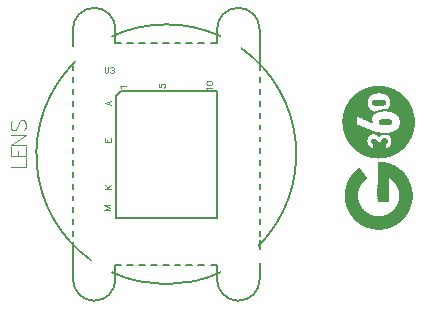
<source format=gto>
G04*
G04 #@! TF.GenerationSoftware,Altium Limited,Altium Designer,19.1.1 (5)*
G04*
G04 Layer_Color=65535*
%FSLAX44Y44*%
%MOMM*%
G71*
G01*
G75*
%ADD10C,0.1524*%
%ADD11C,0.0127*%
%ADD12C,0.0965*%
%ADD13C,0.0762*%
%ADD14C,0.1000*%
D10*
X220767Y298196D02*
G03*
X174790Y308250I-45946J-99963D01*
G01*
X252608Y120432D02*
G03*
X238549Y287912I-77787J77800D01*
G01*
X128806Y98288D02*
G03*
X220779Y98273I46003J99941D01*
G01*
X97513Y276533D02*
G03*
X111026Y108583I77284J-78300D01*
G01*
X113789Y322250D02*
G03*
X95791Y304249I1J-18000D01*
G01*
X131790D02*
G03*
X113789Y322250I-18000J1D01*
G01*
X235791D02*
G03*
X217790Y304249I-1J-18000D01*
G01*
X253789D02*
G03*
X235791Y322250I-18000J1D01*
G01*
X174790Y308250D02*
G03*
X128821Y298184I1J-110002D01*
G01*
X95791Y92251D02*
G03*
X113789Y74250I18000J-1D01*
G01*
D02*
G03*
X131790Y92251I1J18000D01*
G01*
X217790D02*
G03*
X235791Y74250I18000J-1D01*
G01*
D02*
G03*
X253789Y92251I-1J18000D01*
G01*
X141790Y292250D02*
X146789D01*
X151790D02*
X156789D01*
X161790D02*
X166789D01*
X171790D02*
X176789D01*
X181790D02*
X186789D01*
X191790D02*
X196789D01*
X201790D02*
X206789D01*
X217790D02*
Y304249D01*
X212791Y292250D02*
X217790D01*
X201790Y104250D02*
X206789D01*
X191790D02*
X196789D01*
X181790D02*
X186789D01*
X171790D02*
X176789D01*
X161790D02*
X166789D01*
X151790D02*
X156789D01*
X217790Y92251D02*
Y104250D01*
X212791D02*
X217790D01*
X141790D02*
X146789D01*
X253789Y259251D02*
Y263251D01*
Y239251D02*
Y243251D01*
Y249251D02*
Y253251D01*
Y209251D02*
Y213251D01*
Y229251D02*
Y233251D01*
Y219251D02*
Y223251D01*
Y189251D02*
Y193249D01*
Y199251D02*
Y203251D01*
Y159251D02*
Y163249D01*
Y169251D02*
Y173249D01*
Y179251D02*
Y183249D01*
Y139251D02*
Y143249D01*
Y149251D02*
Y153249D01*
Y129251D02*
Y133249D01*
Y269251D02*
Y304249D01*
X95791Y269251D02*
Y273251D01*
Y259251D02*
Y263251D01*
Y249251D02*
Y253251D01*
Y219251D02*
Y223251D01*
Y229251D02*
Y233251D01*
Y239251D02*
Y243251D01*
Y199251D02*
Y203251D01*
Y209251D02*
Y213251D01*
Y189251D02*
Y193249D01*
Y179251D02*
Y183249D01*
Y169251D02*
Y173249D01*
Y159251D02*
Y163249D01*
Y149251D02*
Y153249D01*
Y139251D02*
Y143249D01*
Y129251D02*
Y133249D01*
X253789Y118250D02*
Y125250D01*
X95791Y290249D02*
Y304249D01*
X131790Y292250D02*
X136789D01*
X131790D02*
Y304249D01*
X95791Y92251D02*
Y124250D01*
X131790Y104250D02*
X136789D01*
X131790Y92251D02*
Y104250D01*
X253789Y92251D02*
Y106251D01*
X132321Y144520D02*
Y247519D01*
Y144520D02*
X217319D01*
Y251520D01*
X136321D02*
X217319D01*
X132321Y247519D02*
X136321Y251520D01*
D11*
X323942Y224312D02*
Y224439D01*
Y224566D02*
Y224693D01*
Y224820D02*
Y225074D01*
Y225201D02*
Y225328D01*
Y225455D02*
Y225582D01*
Y225709D02*
Y225836D01*
Y225963D02*
Y226217D01*
Y226344D02*
Y226471D01*
Y226598D02*
Y226725D01*
Y226852D02*
Y226979D01*
Y227106D02*
Y227233D01*
Y227614D02*
Y227741D01*
X324069Y222534D02*
Y222661D01*
Y222788D02*
Y222915D01*
Y223042D02*
Y228503D01*
Y228630D02*
Y228757D01*
Y228884D02*
Y229011D01*
X324196Y221645D02*
Y221899D01*
Y222026D02*
Y222407D01*
Y222534D02*
Y229646D01*
Y229773D02*
Y229900D01*
Y230154D02*
Y230281D01*
X324323Y220756D02*
Y220883D01*
Y221010D02*
Y221645D01*
Y221772D02*
Y224312D01*
Y224439D02*
Y224693D01*
Y224820D02*
Y225709D01*
Y225836D02*
Y225963D01*
Y226090D02*
Y226725D01*
Y226852D02*
Y230535D01*
Y230662D02*
Y230789D01*
X324450Y219994D02*
Y220121D01*
Y220248D02*
Y220375D01*
Y220502D02*
Y223042D01*
Y223169D02*
Y223296D01*
Y223423D02*
Y223550D01*
Y223677D02*
Y223804D01*
Y223931D02*
Y224058D01*
Y224185D02*
Y224439D01*
Y224693D02*
Y224947D01*
Y225201D02*
Y225328D01*
Y225709D02*
Y226090D01*
Y226217D02*
Y226344D01*
Y226725D02*
Y226852D01*
Y227106D02*
Y227233D01*
Y227487D02*
Y227614D01*
Y227868D02*
Y227995D01*
Y228122D02*
Y228249D01*
Y228376D02*
Y228503D01*
Y228630D02*
Y231297D01*
Y231424D02*
Y231551D01*
X324577Y219359D02*
Y219486D01*
Y219613D02*
Y219740D01*
Y219867D02*
Y222026D01*
Y222153D02*
Y222407D01*
Y222534D02*
Y222661D01*
Y222915D02*
Y223042D01*
Y223169D02*
Y223550D01*
Y223677D02*
Y223931D01*
Y224058D02*
Y224185D01*
Y224312D02*
Y224693D01*
Y224947D02*
Y225201D01*
Y225328D02*
Y225709D01*
Y225963D02*
Y226217D01*
Y226344D02*
Y226979D01*
Y227106D02*
Y227360D01*
Y227487D02*
Y227741D01*
Y227868D02*
Y227995D01*
Y228122D02*
Y228249D01*
Y228376D02*
Y228630D01*
Y228884D02*
Y229011D01*
Y229265D02*
Y229392D01*
Y229519D02*
Y229773D01*
Y229900D02*
Y230154D01*
Y230281D02*
Y232059D01*
X324704Y218978D02*
Y219105D01*
Y219232D02*
Y220629D01*
Y220756D02*
Y221010D01*
Y221137D02*
Y221391D01*
Y221518D02*
Y221645D01*
Y221772D02*
Y221899D01*
Y222026D02*
Y222153D01*
Y222280D02*
Y222407D01*
Y222534D02*
Y222915D01*
Y223042D02*
Y223169D01*
Y223296D02*
Y223423D01*
Y223550D02*
Y223677D01*
Y223804D02*
Y224185D01*
Y224312D02*
Y224439D01*
Y224566D02*
Y224820D01*
Y224947D02*
Y225074D01*
Y225201D02*
Y225328D01*
Y225582D02*
Y225963D01*
Y226090D02*
Y226217D01*
Y226344D02*
Y226471D01*
Y226725D02*
Y226979D01*
Y227106D02*
Y227360D01*
Y227487D02*
Y227741D01*
Y227868D02*
Y228122D01*
Y228249D02*
Y228376D01*
Y228503D02*
Y228757D01*
Y228884D02*
Y229138D01*
Y229265D02*
Y229392D01*
Y229519D02*
Y229900D01*
Y230027D02*
Y230281D01*
Y230408D02*
Y232567D01*
X324831Y218470D02*
Y220375D01*
Y220502D02*
Y220756D01*
Y220883D02*
Y221137D01*
Y221264D02*
Y221518D01*
Y221645D02*
Y222026D01*
Y222153D02*
Y222280D01*
Y222407D02*
Y222534D01*
Y222661D02*
Y222788D01*
Y222915D02*
Y223042D01*
Y223169D02*
Y223296D01*
Y223423D02*
Y223677D01*
Y223804D02*
Y223931D01*
Y224185D02*
Y224312D01*
Y224439D02*
Y224566D01*
Y224693D02*
Y224820D01*
Y224947D02*
Y225201D01*
Y225328D02*
Y225582D01*
Y225709D02*
Y225836D01*
Y225963D02*
Y226090D01*
Y226217D02*
Y226344D01*
Y226471D02*
Y226725D01*
Y226852D02*
Y227106D01*
Y227233D02*
Y227360D01*
Y227487D02*
Y227614D01*
Y227741D02*
Y227868D01*
Y227995D02*
Y228249D01*
Y228376D02*
Y228503D01*
Y228630D02*
Y228884D01*
Y229011D02*
Y229265D01*
Y229392D02*
Y229519D01*
Y229773D02*
Y229900D01*
Y230027D02*
Y230154D01*
Y230281D02*
Y230408D01*
Y230662D02*
Y230789D01*
Y230916D02*
Y231043D01*
Y231170D02*
Y231551D01*
Y231678D02*
Y233202D01*
X324958Y218089D02*
Y219613D01*
Y219740D02*
Y219994D01*
Y220248D02*
Y220502D01*
Y220629D02*
Y220756D01*
Y220883D02*
Y221010D01*
Y221137D02*
Y221264D01*
Y221518D02*
Y221645D01*
Y222026D02*
Y222661D01*
Y222788D02*
Y223423D01*
Y223550D02*
Y223677D01*
Y223804D02*
Y223931D01*
Y224058D02*
Y224439D01*
Y224566D02*
Y224947D01*
Y225074D02*
Y225328D01*
Y225455D02*
Y225709D01*
Y225836D02*
Y225963D01*
Y226090D02*
Y226471D01*
Y226598D02*
Y226852D01*
Y227106D02*
Y227233D01*
Y227360D02*
Y227487D01*
Y227614D02*
Y227868D01*
Y227995D02*
Y228122D01*
Y228249D02*
Y228376D01*
Y228503D02*
Y228630D01*
Y228884D02*
Y229011D01*
Y229138D02*
Y229392D01*
Y229519D02*
Y229773D01*
Y229900D02*
Y230154D01*
Y230281D02*
Y230789D01*
Y230916D02*
Y231170D01*
Y231297D02*
Y231424D01*
Y231551D02*
Y231678D01*
Y231805D02*
Y233710D01*
X325085Y217581D02*
Y219105D01*
Y219232D02*
Y219359D01*
Y219486D02*
Y219740D01*
Y219867D02*
Y220121D01*
Y220248D02*
Y220502D01*
Y220629D02*
Y220756D01*
Y220883D02*
Y221010D01*
Y221137D02*
Y222026D01*
Y222153D02*
Y222280D01*
Y222534D02*
Y222788D01*
Y223296D02*
Y223423D01*
Y223550D02*
Y224058D01*
Y224185D02*
Y224312D01*
Y224439D02*
Y224566D01*
Y224693D02*
Y224820D01*
Y224947D02*
Y225074D01*
Y225201D02*
Y225328D01*
Y225582D02*
Y225836D01*
Y225963D02*
Y226090D01*
Y226217D02*
Y226344D01*
Y226471D02*
Y226598D01*
Y226725D02*
Y227233D01*
Y227360D02*
Y227487D01*
Y227614D02*
Y227741D01*
Y227868D02*
Y228122D01*
Y228249D02*
Y228503D01*
Y228630D02*
Y228884D01*
Y229011D02*
Y229138D01*
Y229265D02*
Y229519D01*
Y229773D02*
Y229900D01*
Y230027D02*
Y230281D01*
Y230789D02*
Y230916D01*
Y231043D02*
Y231170D01*
Y231297D02*
Y231424D01*
Y231551D02*
Y231805D01*
Y232186D02*
Y232313D01*
Y232440D02*
Y234091D01*
X325212Y217073D02*
Y218343D01*
Y218470D02*
Y218597D01*
Y218724D02*
Y218851D01*
Y218978D02*
Y219105D01*
Y219232D02*
Y219486D01*
Y219613D02*
Y219740D01*
Y219867D02*
Y220121D01*
Y220375D02*
Y220756D01*
Y220883D02*
Y221010D01*
Y221137D02*
Y221264D01*
Y221518D02*
Y221645D01*
Y221899D02*
Y222026D01*
Y222153D02*
Y222407D01*
Y222661D02*
Y223296D01*
Y223423D02*
Y223550D01*
Y223804D02*
Y223931D01*
Y224058D02*
Y224312D01*
Y224439D02*
Y224566D01*
Y224693D02*
Y224947D01*
Y225074D02*
Y225455D01*
Y225582D02*
Y225836D01*
Y225963D02*
Y226090D01*
Y226217D02*
Y226471D01*
Y226598D02*
Y226725D01*
Y226979D02*
Y227233D01*
Y227360D02*
Y227487D01*
Y227614D02*
Y227741D01*
Y227868D02*
Y227995D01*
Y228122D02*
Y228249D01*
Y228376D02*
Y228630D01*
Y228757D02*
Y228884D01*
Y229011D02*
Y229138D01*
Y229265D02*
Y229773D01*
Y229900D02*
Y230027D01*
Y230154D02*
Y230662D01*
Y230789D02*
Y230916D01*
Y231043D02*
Y231424D01*
Y231678D02*
Y232059D01*
Y232186D02*
Y232440D01*
Y232694D02*
Y232821D01*
Y232948D02*
Y233075D01*
Y233202D02*
Y234599D01*
X325339Y216692D02*
Y217962D01*
Y218089D02*
Y218470D01*
Y218597D02*
Y218851D01*
Y218978D02*
Y219232D01*
Y219359D02*
Y219613D01*
Y219740D02*
Y219867D01*
Y219994D02*
Y220375D01*
Y220502D02*
Y220629D01*
Y220756D02*
Y221137D01*
Y221264D02*
Y221518D01*
Y221645D02*
Y222026D01*
Y222153D02*
Y222280D01*
Y222407D02*
Y222661D01*
Y222788D02*
Y222915D01*
Y223169D02*
Y223423D01*
Y223550D02*
Y223804D01*
Y223931D02*
Y224058D01*
Y224185D02*
Y224312D01*
Y224439D02*
Y224693D01*
Y224820D02*
Y224947D01*
Y225074D02*
Y225201D01*
Y225455D02*
Y225582D01*
Y225709D02*
Y226217D01*
Y226471D02*
Y226598D01*
Y226725D02*
Y226979D01*
Y227106D02*
Y227614D01*
Y227741D02*
Y227868D01*
Y227995D02*
Y228122D01*
Y228249D02*
Y228376D01*
Y228630D02*
Y228757D01*
Y228884D02*
Y229138D01*
Y229392D02*
Y229519D01*
Y229646D02*
Y229773D01*
Y229900D02*
Y230154D01*
Y230408D02*
Y230662D01*
Y230789D02*
Y231043D01*
Y231297D02*
Y231678D01*
Y231805D02*
Y231932D01*
Y232059D02*
Y232186D01*
Y232313D02*
Y232694D01*
Y232821D02*
Y233202D01*
Y233329D02*
Y233456D01*
Y233583D02*
Y234853D01*
X325466Y216311D02*
Y217708D01*
Y217835D02*
Y218089D01*
Y218216D02*
Y218343D01*
Y218470D02*
Y218724D01*
Y218851D02*
Y219105D01*
Y219232D02*
Y219359D01*
Y219613D02*
Y219994D01*
Y220248D02*
Y220375D01*
Y220502D02*
Y220883D01*
Y221137D02*
Y221391D01*
Y221518D02*
Y221645D01*
Y221772D02*
Y221899D01*
Y222026D02*
Y222153D01*
Y222280D02*
Y222534D01*
Y222661D02*
Y222788D01*
Y222915D02*
Y223169D01*
Y223423D02*
Y223550D01*
Y223677D02*
Y223804D01*
Y223931D02*
Y224058D01*
Y224185D02*
Y224439D01*
Y224566D02*
Y224693D01*
Y224820D02*
Y225074D01*
Y225201D02*
Y225709D01*
Y226217D02*
Y226598D01*
Y226725D02*
Y226852D01*
Y226979D02*
Y227106D01*
Y227360D02*
Y227487D01*
Y227614D02*
Y228122D01*
Y228249D02*
Y228630D01*
Y228757D02*
Y229011D01*
Y229138D02*
Y229392D01*
Y229646D02*
Y229773D01*
Y229900D02*
Y230027D01*
Y230154D02*
Y230408D01*
Y230535D02*
Y230789D01*
Y231043D02*
Y231297D01*
Y231424D02*
Y231551D01*
Y231678D02*
Y231932D01*
Y232059D02*
Y232186D01*
Y232313D02*
Y232440D01*
Y232694D02*
Y232821D01*
Y233075D02*
Y233202D01*
Y233329D02*
Y233583D01*
Y233837D02*
Y235234D01*
Y235361D02*
Y235488D01*
X325593Y216057D02*
Y217073D01*
Y217200D02*
Y217327D01*
Y217581D02*
Y217835D01*
Y217962D02*
Y218089D01*
Y218216D02*
Y218470D01*
Y218597D02*
Y218851D01*
Y218978D02*
Y219105D01*
Y219232D02*
Y219613D01*
Y219867D02*
Y220121D01*
Y220248D02*
Y220502D01*
Y220756D02*
Y221010D01*
Y221137D02*
Y221264D01*
Y221391D02*
Y221772D01*
Y221899D02*
Y222280D01*
Y222407D02*
Y222915D01*
Y223042D02*
Y223677D01*
Y223804D02*
Y224185D01*
Y224312D02*
Y224566D01*
Y224693D02*
Y224820D01*
Y224947D02*
Y225201D01*
Y225582D02*
Y226217D01*
Y226344D02*
Y226598D01*
Y226725D02*
Y226852D01*
Y226979D02*
Y227233D01*
Y227360D02*
Y227487D01*
Y227741D02*
Y227868D01*
Y227995D02*
Y228249D01*
Y228376D02*
Y228503D01*
Y228630D02*
Y228757D01*
Y228884D02*
Y229138D01*
Y229265D02*
Y229519D01*
Y229646D02*
Y229900D01*
Y230027D02*
Y230154D01*
Y230281D02*
Y230408D01*
Y230662D02*
Y230916D01*
Y231043D02*
Y231170D01*
Y231297D02*
Y231424D01*
Y231551D02*
Y231678D01*
Y231805D02*
Y231932D01*
Y232059D02*
Y232313D01*
Y232440D02*
Y232948D01*
Y233075D02*
Y233329D01*
Y233456D02*
Y233710D01*
Y233964D02*
Y234091D01*
Y234218D02*
Y234345D01*
Y234472D02*
Y235742D01*
X325720Y215549D02*
Y216692D01*
Y216819D02*
Y217200D01*
Y217327D02*
Y217581D01*
Y217708D02*
Y217835D01*
Y217962D02*
Y218089D01*
Y218343D02*
Y218470D01*
Y218597D02*
Y218851D01*
Y218978D02*
Y219232D01*
Y219486D02*
Y219867D01*
Y219994D02*
Y220248D01*
Y220375D02*
Y220756D01*
Y220883D02*
Y221137D01*
Y221264D02*
Y221391D01*
Y221645D02*
Y221772D01*
Y221899D02*
Y222026D01*
Y222153D02*
Y222407D01*
Y222661D02*
Y223042D01*
Y223423D02*
Y223550D01*
Y223677D02*
Y223804D01*
Y224058D02*
Y224185D01*
Y224312D02*
Y224439D01*
Y224566D02*
Y224693D01*
Y224820D02*
Y224947D01*
Y225074D02*
Y225455D01*
Y225582D02*
Y225709D01*
Y225963D02*
Y226217D01*
Y226344D02*
Y226852D01*
Y226979D02*
Y227106D01*
Y227233D02*
Y227614D01*
Y227741D02*
Y227868D01*
Y227995D02*
Y228122D01*
Y228249D02*
Y228630D01*
Y228884D02*
Y229011D01*
Y229138D02*
Y229265D01*
Y229392D02*
Y229519D01*
Y229773D02*
Y229900D01*
Y230027D02*
Y230154D01*
Y230281D02*
Y230662D01*
Y230789D02*
Y230916D01*
Y231043D02*
Y231170D01*
Y231297D02*
Y231424D01*
Y231551D02*
Y231678D01*
Y231805D02*
Y232059D01*
Y232186D02*
Y232313D01*
Y232567D02*
Y232694D01*
Y232821D02*
Y232948D01*
Y233202D02*
Y233329D01*
Y233456D02*
Y233583D01*
Y233710D02*
Y233837D01*
Y233964D02*
Y234091D01*
Y234218D02*
Y234345D01*
Y234472D02*
Y234599D01*
Y234726D02*
Y235996D01*
X325847Y161828D02*
Y161955D01*
Y162209D02*
Y162336D01*
Y162590D02*
Y162717D01*
Y162844D02*
Y162971D01*
Y163098D02*
Y163352D01*
Y163479D02*
Y163606D01*
Y163733D02*
Y163987D01*
Y164114D02*
Y164241D01*
Y164368D02*
Y164495D01*
Y164622D02*
Y164749D01*
Y165003D02*
Y165130D01*
Y165384D02*
Y165511D01*
Y215295D02*
Y216311D01*
Y216438D02*
Y216565D01*
Y216692D02*
Y216819D01*
Y216946D02*
Y217073D01*
Y217200D02*
Y217327D01*
Y217454D02*
Y217708D01*
Y217835D02*
Y218470D01*
Y218724D02*
Y218978D01*
Y219105D02*
Y219486D01*
Y219740D02*
Y219994D01*
Y220121D02*
Y220375D01*
Y220629D02*
Y220883D01*
Y221010D02*
Y221137D01*
Y221264D02*
Y221645D01*
Y221772D02*
Y221899D01*
Y222026D02*
Y222153D01*
Y222407D02*
Y222661D01*
Y223042D02*
Y223423D01*
Y223550D02*
Y223677D01*
Y223804D02*
Y224058D01*
Y224185D02*
Y224312D01*
Y224439D02*
Y224820D01*
Y224947D02*
Y225074D01*
Y225328D02*
Y225582D01*
Y225709D02*
Y225836D01*
Y226217D02*
Y226344D01*
Y226725D02*
Y226852D01*
Y226979D02*
Y227233D01*
Y227487D02*
Y227741D01*
Y227868D02*
Y227995D01*
Y228122D02*
Y228249D01*
Y228503D02*
Y228757D01*
Y228884D02*
Y229138D01*
Y229265D02*
Y229392D01*
Y229519D02*
Y230027D01*
Y230154D02*
Y230281D01*
Y230408D02*
Y230535D01*
Y230662D02*
Y230789D01*
Y230916D02*
Y231043D01*
Y231170D02*
Y231551D01*
Y231678D02*
Y231805D01*
Y231932D02*
Y232059D01*
Y232186D02*
Y232440D01*
Y232567D02*
Y232694D01*
Y232821D02*
Y233329D01*
Y233456D02*
Y233710D01*
Y233837D02*
Y233964D01*
Y234091D02*
Y234345D01*
Y234472D02*
Y234726D01*
Y234853D02*
Y234980D01*
Y235107D02*
Y235234D01*
Y235361D02*
Y236504D01*
X325974Y161066D02*
Y161193D01*
Y161320D02*
Y161447D01*
Y161574D02*
Y161828D01*
Y161955D02*
Y162082D01*
Y162209D02*
Y162336D01*
Y162463D02*
Y162717D01*
Y162844D02*
Y162971D01*
Y163098D02*
Y163225D01*
Y163352D02*
Y163479D01*
Y163606D02*
Y163860D01*
Y163987D02*
Y164114D01*
Y164241D02*
Y164368D01*
Y164495D02*
Y164622D01*
Y164749D02*
Y165003D01*
Y165257D02*
Y165384D01*
Y165638D02*
Y165765D01*
Y165892D02*
Y166019D01*
Y166146D02*
Y166273D01*
Y214914D02*
Y215930D01*
Y216057D02*
Y216184D01*
Y216311D02*
Y216565D01*
Y216692D02*
Y216946D01*
Y217073D02*
Y217327D01*
Y217454D02*
Y217581D01*
Y217708D02*
Y217835D01*
Y217962D02*
Y218089D01*
Y218216D02*
Y218343D01*
Y218470D02*
Y218597D01*
Y218724D02*
Y218851D01*
Y218978D02*
Y219105D01*
Y219359D02*
Y219740D01*
Y219867D02*
Y219994D01*
Y220121D02*
Y220248D01*
Y220375D02*
Y220629D01*
Y220883D02*
Y221010D01*
Y221137D02*
Y221391D01*
Y221645D02*
Y221899D01*
Y222026D02*
Y222534D01*
Y222661D02*
Y223042D01*
Y223169D02*
Y223296D01*
Y223423D02*
Y223804D01*
Y223931D02*
Y224185D01*
Y224312D02*
Y224566D01*
Y224820D02*
Y225328D01*
Y225582D02*
Y226217D01*
Y226344D02*
Y226598D01*
Y226725D02*
Y226979D01*
Y227106D02*
Y227614D01*
Y227741D02*
Y228503D01*
Y228630D02*
Y228884D01*
Y229138D02*
Y229646D01*
Y230027D02*
Y230408D01*
Y230535D02*
Y230662D01*
Y230789D02*
Y231297D01*
Y231551D02*
Y231678D01*
Y231805D02*
Y231932D01*
Y232059D02*
Y232186D01*
Y232313D02*
Y232567D01*
Y232694D02*
Y232948D01*
Y233329D02*
Y233456D01*
Y233710D02*
Y234091D01*
Y234345D02*
Y234472D01*
Y234726D02*
Y234980D01*
Y235107D02*
Y235234D01*
Y235361D02*
Y235488D01*
Y235615D02*
Y236758D01*
X326101Y159923D02*
Y160050D01*
Y160431D02*
Y160558D01*
Y160685D02*
Y160939D01*
Y161066D02*
Y161574D01*
Y161701D02*
Y162463D01*
Y162590D02*
Y165638D01*
Y165765D02*
Y166019D01*
Y166146D02*
Y166273D01*
Y166400D02*
Y166527D01*
Y166654D02*
Y166781D01*
Y214660D02*
Y215676D01*
Y215803D02*
Y216057D01*
Y216184D02*
Y216311D01*
Y216438D02*
Y216692D01*
Y216819D02*
Y217073D01*
Y217200D02*
Y217835D01*
Y217962D02*
Y218089D01*
Y218216D02*
Y218597D01*
Y218724D02*
Y218851D01*
Y218978D02*
Y219232D01*
Y219359D02*
Y219486D01*
Y219613D02*
Y219740D01*
Y219867D02*
Y220121D01*
Y220248D02*
Y220375D01*
Y220502D02*
Y220756D01*
Y220883D02*
Y221137D01*
Y221264D02*
Y221645D01*
Y221772D02*
Y221899D01*
Y222153D02*
Y222280D01*
Y222407D02*
Y222534D01*
Y222661D02*
Y222788D01*
Y222915D02*
Y223042D01*
Y223169D02*
Y223296D01*
Y223423D02*
Y223550D01*
Y223677D02*
Y223931D01*
Y224058D02*
Y224185D01*
Y224439D02*
Y224693D01*
Y224947D02*
Y225074D01*
Y225201D02*
Y225582D01*
Y225836D02*
Y225963D01*
Y226090D02*
Y226344D01*
Y226471D02*
Y226725D01*
Y226852D02*
Y227106D01*
Y227360D02*
Y227487D01*
Y227614D02*
Y227741D01*
Y228249D02*
Y228376D01*
Y228503D02*
Y228630D01*
Y228757D02*
Y229138D01*
Y229519D02*
Y230027D01*
Y230281D02*
Y230408D01*
Y230535D02*
Y230789D01*
Y231170D02*
Y231805D01*
Y231932D02*
Y232186D01*
Y232440D02*
Y232567D01*
Y232821D02*
Y233202D01*
Y233329D02*
Y233583D01*
Y233710D02*
Y233837D01*
Y233964D02*
Y234726D01*
Y234853D02*
Y235234D01*
Y235361D02*
Y235488D01*
Y235615D02*
Y235742D01*
Y235869D02*
Y236123D01*
Y236250D02*
Y237012D01*
X326228Y159415D02*
Y159542D01*
Y159669D02*
Y159796D01*
Y159923D02*
Y160304D01*
Y160431D02*
Y160685D01*
Y160812D02*
Y161066D01*
Y161193D02*
Y163479D01*
Y163606D02*
Y164622D01*
Y164749D02*
Y167289D01*
Y167543D02*
Y167670D01*
Y214279D02*
Y215295D01*
Y215422D02*
Y215803D01*
Y215930D02*
Y216311D01*
Y216438D02*
Y216692D01*
Y216819D02*
Y216946D01*
Y217073D02*
Y217200D01*
Y217581D02*
Y217835D01*
Y217962D02*
Y218089D01*
Y218216D02*
Y218343D01*
Y218470D02*
Y218978D01*
Y219105D02*
Y219232D01*
Y219359D02*
Y219613D01*
Y219740D02*
Y219867D01*
Y219994D02*
Y220248D01*
Y220375D02*
Y220502D01*
Y220629D02*
Y220756D01*
Y220883D02*
Y221010D01*
Y221137D02*
Y221264D01*
Y221391D02*
Y221518D01*
Y221645D02*
Y222026D01*
Y222153D02*
Y222661D01*
Y222788D02*
Y223296D01*
Y223423D02*
Y223550D01*
Y223677D02*
Y223804D01*
Y223931D02*
Y224312D01*
Y224439D02*
Y224820D01*
Y224947D02*
Y225074D01*
Y225328D02*
Y225455D01*
Y225582D02*
Y225709D01*
Y225836D02*
Y225963D01*
Y226090D02*
Y226217D01*
Y226344D02*
Y226471D01*
Y226598D02*
Y226725D01*
Y226979D02*
Y227106D01*
Y227233D02*
Y227360D01*
Y227487D02*
Y228122D01*
Y228249D02*
Y228376D01*
Y228503D02*
Y228630D01*
Y228757D02*
Y228884D01*
Y229011D02*
Y229392D01*
Y229519D02*
Y229646D01*
Y229900D02*
Y230154D01*
Y230281D02*
Y230408D01*
Y230662D02*
Y231043D01*
Y231170D02*
Y231297D01*
Y231551D02*
Y231678D01*
Y231805D02*
Y231932D01*
Y232059D02*
Y232694D01*
Y232821D02*
Y233075D01*
Y233202D02*
Y233329D01*
Y233456D02*
Y233583D01*
Y233710D02*
Y233837D01*
Y234345D02*
Y234472D01*
Y234599D02*
Y234726D01*
Y234980D02*
Y235107D01*
Y235234D02*
Y235488D01*
Y235615D02*
Y235869D01*
Y235996D02*
Y236250D01*
Y236377D02*
Y237393D01*
X326355Y158780D02*
Y158907D01*
Y159034D02*
Y159415D01*
Y159542D02*
Y159669D01*
Y159796D02*
Y159923D01*
Y160050D02*
Y161828D01*
Y161955D02*
Y164241D01*
Y164368D02*
Y166400D01*
Y166527D02*
Y166781D01*
Y166908D02*
Y167543D01*
Y167670D02*
Y168051D01*
Y168178D02*
Y168305D01*
Y168432D02*
Y168559D01*
Y214025D02*
Y214914D01*
Y215041D02*
Y215168D01*
Y215295D02*
Y215422D01*
Y215549D02*
Y215676D01*
Y215803D02*
Y215930D01*
Y216184D02*
Y216311D01*
Y216438D02*
Y216565D01*
Y216692D02*
Y216946D01*
Y217073D02*
Y217581D01*
Y217708D02*
Y218216D01*
Y218343D02*
Y218470D01*
Y218597D02*
Y218724D01*
Y218851D02*
Y218978D01*
Y219105D02*
Y219359D01*
Y219486D02*
Y219994D01*
Y220121D02*
Y220883D01*
Y221010D02*
Y221137D01*
Y221264D02*
Y221645D01*
Y221772D02*
Y221899D01*
Y222026D02*
Y222153D01*
Y222407D02*
Y222534D01*
Y222661D02*
Y222788D01*
Y222915D02*
Y223042D01*
Y223169D02*
Y223423D01*
Y223550D02*
Y223677D01*
Y223804D02*
Y224058D01*
Y224185D02*
Y224439D01*
Y224693D02*
Y224947D01*
Y225074D02*
Y225328D01*
Y225455D02*
Y225836D01*
Y225963D02*
Y226090D01*
Y226217D02*
Y226471D01*
Y226598D02*
Y226852D01*
Y226979D02*
Y227233D01*
Y227360D02*
Y227487D01*
Y227741D02*
Y227868D01*
Y227995D02*
Y228122D01*
Y228249D02*
Y228503D01*
Y228630D02*
Y228757D01*
Y228884D02*
Y229011D01*
Y229138D02*
Y229265D01*
Y229392D02*
Y229519D01*
Y229646D02*
Y229900D01*
Y230027D02*
Y230662D01*
Y230916D02*
Y231043D01*
Y231170D02*
Y231424D01*
Y231551D02*
Y231805D01*
Y231932D02*
Y232059D01*
Y232186D02*
Y232313D01*
Y232567D02*
Y232694D01*
Y232948D02*
Y233456D01*
Y233583D02*
Y233710D01*
Y233837D02*
Y234345D01*
Y234472D02*
Y234599D01*
Y234726D02*
Y234980D01*
Y235107D02*
Y235234D01*
Y235361D02*
Y235615D01*
Y235869D02*
Y235996D01*
Y236123D02*
Y236377D01*
Y236504D02*
Y237647D01*
X326482Y158145D02*
Y161574D01*
Y161701D02*
Y162463D01*
Y162590D02*
Y162971D01*
Y163098D02*
Y163225D01*
Y163352D02*
Y163733D01*
Y163860D02*
Y164749D01*
Y164876D02*
Y165257D01*
Y165384D02*
Y166908D01*
Y167035D02*
Y168432D01*
Y168559D02*
Y168940D01*
Y213644D02*
Y214787D01*
Y214914D02*
Y215041D01*
Y215168D02*
Y215295D01*
Y215422D02*
Y215549D01*
Y215676D02*
Y216057D01*
Y216184D02*
Y216311D01*
Y216438D02*
Y216692D01*
Y216819D02*
Y217073D01*
Y217200D02*
Y217327D01*
Y217454D02*
Y217581D01*
Y217708D02*
Y217835D01*
Y218089D02*
Y218216D01*
Y218343D02*
Y218597D01*
Y218724D02*
Y218851D01*
Y218978D02*
Y219105D01*
Y219232D02*
Y219359D01*
Y219486D02*
Y219613D01*
Y219867D02*
Y219994D01*
Y220121D02*
Y220248D01*
Y220502D02*
Y220629D01*
Y220883D02*
Y221391D01*
Y221518D02*
Y221645D01*
Y221772D02*
Y222026D01*
Y222153D02*
Y222534D01*
Y222661D02*
Y222915D01*
Y223042D02*
Y223169D01*
Y223423D02*
Y223550D01*
Y223677D02*
Y223931D01*
Y224058D02*
Y224185D01*
Y224439D02*
Y224693D01*
Y224947D02*
Y225074D01*
Y225201D02*
Y225455D01*
Y225582D02*
Y225709D01*
Y225836D02*
Y225963D01*
Y226090D02*
Y226344D01*
Y226471D02*
Y226725D01*
Y226852D02*
Y226979D01*
Y227106D02*
Y227868D01*
Y227995D02*
Y228249D01*
Y228376D02*
Y228630D01*
Y228757D02*
Y228884D01*
Y229011D02*
Y229138D01*
Y229265D02*
Y229519D01*
Y229646D02*
Y229773D01*
Y229900D02*
Y230027D01*
Y230408D02*
Y230535D01*
Y230662D02*
Y230789D01*
Y230916D02*
Y231170D01*
Y231297D02*
Y231424D01*
Y231551D02*
Y231678D01*
Y231805D02*
Y231932D01*
Y232059D02*
Y232186D01*
Y232313D02*
Y232567D01*
Y232694D02*
Y232948D01*
Y233075D02*
Y233202D01*
Y233456D02*
Y233964D01*
Y234091D02*
Y234218D01*
Y234345D02*
Y234472D01*
Y234599D02*
Y234726D01*
Y234853D02*
Y234980D01*
Y235107D02*
Y235361D01*
Y235615D02*
Y235869D01*
Y235996D02*
Y236123D01*
Y236377D02*
Y236504D01*
Y236631D02*
Y236758D01*
Y236885D02*
Y238028D01*
X326609Y157383D02*
Y157510D01*
Y157637D02*
Y157764D01*
Y157891D02*
Y158145D01*
Y158272D02*
Y158526D01*
Y158653D02*
Y159034D01*
Y159161D02*
Y161193D01*
Y161320D02*
Y161701D01*
Y161828D02*
Y162082D01*
Y162209D02*
Y162463D01*
Y162590D02*
Y162717D01*
Y162844D02*
Y163352D01*
Y163479D02*
Y163733D01*
Y163860D02*
Y163987D01*
Y164114D02*
Y164368D01*
Y164495D02*
Y164876D01*
Y165003D02*
Y165257D01*
Y165384D02*
Y165511D01*
Y165638D02*
Y165765D01*
Y165892D02*
Y166019D01*
Y166146D02*
Y167797D01*
Y167924D02*
Y168559D01*
Y168686D02*
Y169321D01*
Y169448D02*
Y169575D01*
Y213517D02*
Y214406D01*
Y214533D02*
Y214660D01*
Y214787D02*
Y215549D01*
Y215676D02*
Y215803D01*
Y215930D02*
Y216438D01*
Y216565D02*
Y216692D01*
Y216819D02*
Y216946D01*
Y217073D02*
Y217327D01*
Y217454D02*
Y217581D01*
Y217708D02*
Y217962D01*
Y218089D02*
Y218343D01*
Y218470D02*
Y218597D01*
Y218724D02*
Y219105D01*
Y219232D02*
Y219359D01*
Y219486D02*
Y219740D01*
Y219867D02*
Y220121D01*
Y220248D02*
Y220502D01*
Y220629D02*
Y220883D01*
Y221391D02*
Y221645D01*
Y221899D02*
Y222153D01*
Y222407D02*
Y222661D01*
Y222788D02*
Y222915D01*
Y223042D02*
Y223423D01*
Y223550D02*
Y223677D01*
Y223804D02*
Y223931D01*
Y224058D02*
Y224439D01*
Y224566D02*
Y224820D01*
Y224947D02*
Y225201D01*
Y225328D02*
Y225455D01*
Y225582D02*
Y225963D01*
Y226217D02*
Y226471D01*
Y226725D02*
Y226979D01*
Y227360D02*
Y227487D01*
Y227741D02*
Y227995D01*
Y228122D02*
Y228249D01*
Y228503D02*
Y228630D01*
Y228757D02*
Y229011D01*
Y229138D02*
Y229265D01*
Y229392D02*
Y229519D01*
Y229646D02*
Y229773D01*
Y229900D02*
Y230281D01*
Y230408D02*
Y230535D01*
Y230662D02*
Y230916D01*
Y231043D02*
Y231170D01*
Y231297D02*
Y231424D01*
Y231551D02*
Y232059D01*
Y232186D02*
Y232313D01*
Y232440D02*
Y232567D01*
Y232694D02*
Y232821D01*
Y232948D02*
Y233075D01*
Y233202D02*
Y233456D01*
Y233837D02*
Y233964D01*
Y234091D02*
Y234218D01*
Y234345D02*
Y234853D01*
Y234980D02*
Y235107D01*
Y235234D02*
Y235615D01*
Y235742D02*
Y236250D01*
Y236377D02*
Y236504D01*
Y236631D02*
Y236758D01*
Y236885D02*
Y237012D01*
Y237266D02*
Y238282D01*
X326736Y156875D02*
Y157256D01*
Y157383D02*
Y159796D01*
Y159923D02*
Y160050D01*
Y160177D02*
Y160304D01*
Y160431D02*
Y160558D01*
Y160812D02*
Y160939D01*
Y161066D02*
Y161320D01*
Y161447D02*
Y161701D01*
Y161955D02*
Y162082D01*
Y162209D02*
Y162463D01*
Y162590D02*
Y162717D01*
Y162844D02*
Y162971D01*
Y163225D02*
Y163352D01*
Y163479D02*
Y163733D01*
Y163860D02*
Y163987D01*
Y164241D02*
Y164368D01*
Y164622D02*
Y164749D01*
Y164876D02*
Y165003D01*
Y165130D02*
Y165257D01*
Y165384D02*
Y165638D01*
Y165765D02*
Y166019D01*
Y166146D02*
Y166273D01*
Y166400D02*
Y166527D01*
Y166654D02*
Y166908D01*
Y167035D02*
Y167162D01*
Y167289D02*
Y170083D01*
Y213136D02*
Y214152D01*
Y214279D02*
Y214406D01*
Y214533D02*
Y214787D01*
Y215168D02*
Y215295D01*
Y215422D02*
Y215549D01*
Y215676D02*
Y215930D01*
Y216311D02*
Y216692D01*
Y216819D02*
Y216946D01*
Y217073D02*
Y217581D01*
Y217708D02*
Y217962D01*
Y218089D02*
Y218470D01*
Y218597D02*
Y218724D01*
Y218851D02*
Y219105D01*
Y219232D02*
Y219359D01*
Y219486D02*
Y219740D01*
Y219867D02*
Y220248D01*
Y220375D02*
Y220629D01*
Y220756D02*
Y221264D01*
Y221391D02*
Y221772D01*
Y222026D02*
Y222280D01*
Y222407D02*
Y222534D01*
Y222661D02*
Y222915D01*
Y223042D02*
Y223169D01*
Y223296D02*
Y223550D01*
Y223677D02*
Y224058D01*
Y224312D02*
Y224566D01*
Y224693D02*
Y224820D01*
Y224947D02*
Y225074D01*
Y225201D02*
Y225455D01*
Y225709D02*
Y225963D01*
Y226090D02*
Y226217D01*
Y226344D02*
Y226598D01*
Y226725D02*
Y227106D01*
Y227233D02*
Y227487D01*
Y227614D02*
Y227741D01*
Y227868D02*
Y228630D01*
Y228884D02*
Y229011D01*
Y229138D02*
Y229392D01*
Y229519D02*
Y229773D01*
Y229900D02*
Y230027D01*
Y230154D02*
Y230408D01*
Y230535D02*
Y230662D01*
Y230789D02*
Y230916D01*
Y231043D02*
Y231297D01*
Y231424D02*
Y231551D01*
Y231805D02*
Y232059D01*
Y232186D02*
Y232567D01*
Y232694D02*
Y232821D01*
Y232948D02*
Y233075D01*
Y233202D02*
Y233710D01*
Y233837D02*
Y233964D01*
Y234091D02*
Y234218D01*
Y234599D02*
Y234853D01*
Y234980D02*
Y235107D01*
Y235361D02*
Y235488D01*
Y235615D02*
Y235742D01*
Y235996D02*
Y236250D01*
Y236377D02*
Y236504D01*
Y236631D02*
Y236758D01*
Y236885D02*
Y237139D01*
Y237393D02*
Y237647D01*
Y237774D02*
Y238536D01*
X326863Y156240D02*
Y156367D01*
Y156494D02*
Y156875D01*
Y157002D02*
Y159288D01*
Y159415D02*
Y159542D01*
Y159669D02*
Y160177D01*
Y160304D02*
Y160431D01*
Y160558D02*
Y160812D01*
Y160939D02*
Y161066D01*
Y161193D02*
Y161447D01*
Y161574D02*
Y161828D01*
Y161955D02*
Y162209D01*
Y162336D02*
Y162463D01*
Y162590D02*
Y162717D01*
Y162844D02*
Y163098D01*
Y163225D02*
Y163352D01*
Y163606D02*
Y163733D01*
Y163860D02*
Y163987D01*
Y164114D02*
Y164241D01*
Y164368D02*
Y164622D01*
Y164749D02*
Y164876D01*
Y165003D02*
Y165257D01*
Y165511D02*
Y165765D01*
Y165892D02*
Y166146D01*
Y166273D02*
Y166400D01*
Y166527D02*
Y166781D01*
Y166908D02*
Y167289D01*
Y167416D02*
Y167543D01*
Y167670D02*
Y167797D01*
Y167924D02*
Y168051D01*
Y168178D02*
Y168940D01*
Y169067D02*
Y170464D01*
Y170591D02*
Y170718D01*
Y212882D02*
Y213771D01*
Y214025D02*
Y214533D01*
Y214660D02*
Y215168D01*
Y215295D02*
Y215549D01*
Y215676D02*
Y215803D01*
Y215930D02*
Y216311D01*
Y216565D02*
Y217073D01*
Y217454D02*
Y217708D01*
Y217835D02*
Y218089D01*
Y218343D02*
Y218597D01*
Y218724D02*
Y218851D01*
Y218978D02*
Y219486D01*
Y219613D02*
Y219740D01*
Y219867D02*
Y219994D01*
Y220121D02*
Y220248D01*
Y220375D02*
Y220502D01*
Y220629D02*
Y220756D01*
Y220883D02*
Y221010D01*
Y221137D02*
Y221264D01*
Y221518D02*
Y221645D01*
Y221772D02*
Y222026D01*
Y222153D02*
Y222280D01*
Y222407D02*
Y222661D01*
Y222788D02*
Y222915D01*
Y223042D02*
Y223296D01*
Y223423D02*
Y223677D01*
Y224058D02*
Y224312D01*
Y224439D02*
Y224947D01*
Y225074D02*
Y225201D01*
Y225328D02*
Y225709D01*
Y225836D02*
Y226090D01*
Y226217D02*
Y226344D01*
Y226471D02*
Y226725D01*
Y226979D02*
Y227233D01*
Y227360D02*
Y227487D01*
Y227614D02*
Y227741D01*
Y227868D02*
Y227995D01*
Y228376D02*
Y228503D01*
Y228630D02*
Y228884D01*
Y229011D02*
Y229138D01*
Y229265D02*
Y229519D01*
Y229646D02*
Y229900D01*
Y230027D02*
Y230154D01*
Y230281D02*
Y230535D01*
Y230662D02*
Y230916D01*
Y231043D02*
Y231170D01*
Y231297D02*
Y231424D01*
Y231551D02*
Y231805D01*
Y232059D02*
Y232186D01*
Y232440D02*
Y232567D01*
Y232694D02*
Y233202D01*
Y233456D02*
Y233583D01*
Y233710D02*
Y234091D01*
Y234218D02*
Y234599D01*
Y234726D02*
Y234853D01*
Y234980D02*
Y235361D01*
Y235488D02*
Y235615D01*
Y235742D02*
Y235996D01*
Y236123D02*
Y236377D01*
Y236504D02*
Y236885D01*
Y237012D02*
Y237393D01*
Y237520D02*
Y237774D01*
Y237901D02*
Y238790D01*
X326990Y155859D02*
Y155986D01*
Y156113D02*
Y156240D01*
Y156367D02*
Y158145D01*
Y158272D02*
Y158399D01*
Y158526D02*
Y158653D01*
Y158780D02*
Y158907D01*
Y159161D02*
Y159415D01*
Y159542D02*
Y159796D01*
Y160177D02*
Y160304D01*
Y160431D02*
Y160558D01*
Y160812D02*
Y160939D01*
Y161066D02*
Y161193D01*
Y161447D02*
Y161574D01*
Y161701D02*
Y161955D01*
Y162209D02*
Y162336D01*
Y162463D02*
Y162590D01*
Y162717D02*
Y162844D01*
Y163098D02*
Y163479D01*
Y163606D02*
Y163733D01*
Y163860D02*
Y164114D01*
Y164241D02*
Y164368D01*
Y164495D02*
Y164622D01*
Y164749D02*
Y164876D01*
Y165003D02*
Y165130D01*
Y165257D02*
Y165511D01*
Y165638D02*
Y165765D01*
Y166019D02*
Y166146D01*
Y166273D02*
Y166527D01*
Y166781D02*
Y167035D01*
Y167289D02*
Y167416D01*
Y167543D02*
Y167670D01*
Y167797D02*
Y168305D01*
Y168432D02*
Y168686D01*
Y168813D02*
Y170972D01*
Y171099D02*
Y171226D01*
Y212628D02*
Y213644D01*
Y213771D02*
Y214025D01*
Y214406D02*
Y214533D01*
Y214660D02*
Y214787D01*
Y214914D02*
Y215041D01*
Y215168D02*
Y215295D01*
Y215422D02*
Y215549D01*
Y215676D02*
Y215930D01*
Y216184D02*
Y216565D01*
Y217073D02*
Y217454D01*
Y217581D02*
Y217708D01*
Y217835D02*
Y217962D01*
Y218089D02*
Y218216D01*
Y218343D02*
Y218470D01*
Y218597D02*
Y218724D01*
Y218851D02*
Y218978D01*
Y219105D02*
Y219232D01*
Y219359D02*
Y219486D01*
Y219613D02*
Y219994D01*
Y220121D02*
Y220248D01*
Y220375D02*
Y220629D01*
Y220756D02*
Y221010D01*
Y221137D02*
Y221518D01*
Y221645D02*
Y221899D01*
Y222026D02*
Y222407D01*
Y222534D02*
Y222661D01*
Y222788D02*
Y223042D01*
Y223169D02*
Y223296D01*
Y223423D02*
Y223550D01*
Y223677D02*
Y224058D01*
Y224185D02*
Y224439D01*
Y224566D02*
Y224693D01*
Y224947D02*
Y225328D01*
Y225455D02*
Y225582D01*
Y225709D02*
Y225836D01*
Y226090D02*
Y226217D01*
Y226344D02*
Y226471D01*
Y226725D02*
Y226979D01*
Y227106D02*
Y227233D01*
Y227360D02*
Y227614D01*
Y227741D02*
Y227868D01*
Y227995D02*
Y228376D01*
Y228503D02*
Y228630D01*
Y228757D02*
Y229265D01*
Y229392D02*
Y229646D01*
Y229900D02*
Y230027D01*
Y230154D02*
Y230281D01*
Y230408D02*
Y230662D01*
Y230789D02*
Y230916D01*
Y231043D02*
Y231297D01*
Y231424D02*
Y231551D01*
Y231678D02*
Y231805D01*
Y231932D02*
Y232440D01*
Y232567D02*
Y232821D01*
Y233202D02*
Y233456D01*
Y233583D02*
Y233710D01*
Y233964D02*
Y234218D01*
Y234345D02*
Y234472D01*
Y234726D02*
Y234980D01*
Y235234D02*
Y235361D01*
Y235488D02*
Y235742D01*
Y235996D02*
Y236123D01*
Y236377D02*
Y236504D01*
Y236758D02*
Y236885D01*
Y237012D02*
Y237139D01*
Y237266D02*
Y237393D01*
Y237520D02*
Y237647D01*
Y237774D02*
Y238028D01*
Y238155D02*
Y239171D01*
X327117Y155605D02*
Y155732D01*
Y155859D02*
Y156367D01*
Y156494D02*
Y157383D01*
Y157510D02*
Y157764D01*
Y157891D02*
Y158653D01*
Y158780D02*
Y159161D01*
Y159415D02*
Y159542D01*
Y159796D02*
Y160050D01*
Y160177D02*
Y160304D01*
Y160431D02*
Y160812D01*
Y160939D02*
Y161066D01*
Y161193D02*
Y161320D01*
Y161447D02*
Y161574D01*
Y161828D02*
Y162082D01*
Y162209D02*
Y162336D01*
Y162463D02*
Y162590D01*
Y162717D02*
Y162971D01*
Y163352D02*
Y163733D01*
Y163987D02*
Y164368D01*
Y164495D02*
Y164749D01*
Y164876D02*
Y165003D01*
Y165130D02*
Y165257D01*
Y165511D02*
Y165638D01*
Y165765D02*
Y165892D01*
Y166146D02*
Y166273D01*
Y166527D02*
Y166781D01*
Y167035D02*
Y167162D01*
Y167289D02*
Y167416D01*
Y167543D02*
Y167797D01*
Y168305D02*
Y168432D01*
Y168559D02*
Y169067D01*
Y169194D02*
Y169321D01*
Y169448D02*
Y169702D01*
Y169829D02*
Y171353D01*
Y171480D02*
Y171607D01*
Y212374D02*
Y213136D01*
Y213263D02*
Y213390D01*
Y213517D02*
Y213771D01*
Y213898D02*
Y214533D01*
Y214660D02*
Y214787D01*
Y214914D02*
Y215295D01*
Y215422D02*
Y215676D01*
Y215803D02*
Y216057D01*
Y216184D02*
Y216311D01*
Y216438D02*
Y216946D01*
Y217073D02*
Y217200D01*
Y217327D02*
Y217454D01*
Y217581D02*
Y217708D01*
Y217835D02*
Y218216D01*
Y218343D02*
Y218851D01*
Y218978D02*
Y219105D01*
Y219232D02*
Y219359D01*
Y219486D02*
Y219613D01*
Y219740D02*
Y219867D01*
Y219994D02*
Y220375D01*
Y220502D02*
Y220756D01*
Y220883D02*
Y221137D01*
Y221264D02*
Y221391D01*
Y221518D02*
Y221645D01*
Y221772D02*
Y222026D01*
Y222280D02*
Y222407D01*
Y222534D02*
Y222788D01*
Y222915D02*
Y223042D01*
Y223169D02*
Y223423D01*
Y223550D02*
Y223677D01*
Y223804D02*
Y223931D01*
Y224058D02*
Y224185D01*
Y224439D02*
Y224566D01*
Y224693D02*
Y224947D01*
Y225328D02*
Y225455D01*
Y225582D02*
Y226217D01*
Y226344D02*
Y226725D01*
Y226852D02*
Y226979D01*
Y227106D02*
Y227233D01*
Y227360D02*
Y227487D01*
Y227614D02*
Y227868D01*
Y227995D02*
Y228122D01*
Y228249D02*
Y228376D01*
Y228503D02*
Y228757D01*
Y228884D02*
Y229011D01*
Y229265D02*
Y229392D01*
Y229519D02*
Y229773D01*
Y229900D02*
Y230154D01*
Y230281D02*
Y230408D01*
Y230535D02*
Y230662D01*
Y230789D02*
Y231043D01*
Y231170D02*
Y231297D01*
Y231424D02*
Y231551D01*
Y231678D02*
Y231932D01*
Y232313D02*
Y232567D01*
Y232821D02*
Y233202D01*
Y233329D02*
Y233456D01*
Y233583D02*
Y233710D01*
Y233837D02*
Y233964D01*
Y234091D02*
Y234218D01*
Y234345D02*
Y234726D01*
Y234853D02*
Y235107D01*
Y235234D02*
Y235488D01*
Y235615D02*
Y235869D01*
Y235996D02*
Y236631D01*
Y236758D02*
Y237012D01*
Y237139D02*
Y237266D01*
Y237393D02*
Y237520D01*
Y237647D02*
Y237774D01*
Y238028D02*
Y238155D01*
Y238282D02*
Y238409D01*
Y238536D02*
Y239298D01*
X327244Y154970D02*
Y156748D01*
Y156875D02*
Y157510D01*
Y157637D02*
Y157891D01*
Y158145D02*
Y158272D01*
Y158526D02*
Y158653D01*
Y159034D02*
Y159288D01*
Y159415D02*
Y159669D01*
Y159796D02*
Y159923D01*
Y160050D02*
Y160304D01*
Y160558D02*
Y160685D01*
Y160812D02*
Y161066D01*
Y161193D02*
Y161320D01*
Y161447D02*
Y161701D01*
Y161828D02*
Y162082D01*
Y162209D02*
Y162463D01*
Y162590D02*
Y162717D01*
Y162844D02*
Y163225D01*
Y163606D02*
Y163860D01*
Y163987D02*
Y164114D01*
Y164241D02*
Y164368D01*
Y164495D02*
Y164622D01*
Y164749D02*
Y165003D01*
Y165130D02*
Y165384D01*
Y165511D02*
Y165892D01*
Y166019D02*
Y166146D01*
Y166273D02*
Y166527D01*
Y166781D02*
Y167162D01*
Y167289D02*
Y167416D01*
Y167670D02*
Y168178D01*
Y168305D02*
Y168432D01*
Y168813D02*
Y168940D01*
Y169067D02*
Y169448D01*
Y169575D02*
Y169829D01*
Y169956D02*
Y170083D01*
Y170210D02*
Y171988D01*
Y212120D02*
Y213009D01*
Y213136D02*
Y213263D01*
Y213390D02*
Y213517D01*
Y213644D02*
Y213898D01*
Y214025D02*
Y214152D01*
Y214406D02*
Y214660D01*
Y214787D02*
Y214914D01*
Y215041D02*
Y215168D01*
Y215295D02*
Y215422D01*
Y215549D02*
Y215803D01*
Y215930D02*
Y216057D01*
Y216184D02*
Y216438D01*
Y216565D02*
Y216692D01*
Y216819D02*
Y216946D01*
Y217073D02*
Y217581D01*
Y217708D02*
Y217835D01*
Y217962D02*
Y218216D01*
Y218470D02*
Y218597D01*
Y218724D02*
Y218851D01*
Y218978D02*
Y219359D01*
Y219486D02*
Y219613D01*
Y219740D02*
Y219994D01*
Y220248D02*
Y220502D01*
Y220629D02*
Y220756D01*
Y220883D02*
Y221010D01*
Y221137D02*
Y221391D01*
Y221518D02*
Y221772D01*
Y221899D02*
Y222153D01*
Y222280D02*
Y222407D01*
Y222661D02*
Y222788D01*
Y222915D02*
Y223169D01*
Y223296D02*
Y223677D01*
Y223804D02*
Y224312D01*
Y224439D02*
Y224566D01*
Y224693D02*
Y224820D01*
Y224947D02*
Y225328D01*
Y225455D02*
Y225582D01*
Y225963D02*
Y226217D01*
Y226344D02*
Y226471D01*
Y226598D02*
Y226725D01*
Y226852D02*
Y227233D01*
Y227360D02*
Y227614D01*
Y227741D02*
Y227868D01*
Y227995D02*
Y228376D01*
Y228630D02*
Y228757D01*
Y228884D02*
Y229138D01*
Y229265D02*
Y229392D01*
Y229519D02*
Y229773D01*
Y230027D02*
Y230154D01*
Y230281D02*
Y230408D01*
Y230535D02*
Y230662D01*
Y230916D02*
Y231297D01*
Y231424D02*
Y231678D01*
Y231805D02*
Y232186D01*
Y232440D02*
Y232694D01*
Y232948D02*
Y233075D01*
Y233202D02*
Y233710D01*
Y233837D02*
Y234091D01*
Y234218D02*
Y234345D01*
Y234599D02*
Y234726D01*
Y234853D02*
Y235107D01*
Y235361D02*
Y235615D01*
Y235742D02*
Y235869D01*
Y236250D02*
Y236377D01*
Y236504D02*
Y236631D01*
Y236885D02*
Y237139D01*
Y237266D02*
Y237520D01*
Y237647D02*
Y237901D01*
Y238028D02*
Y238155D01*
Y238282D02*
Y238409D01*
Y238536D02*
Y238663D01*
Y238790D02*
Y239552D01*
X327371Y154716D02*
Y154970D01*
Y155097D02*
Y155351D01*
Y155478D02*
Y155859D01*
Y155986D02*
Y156494D01*
Y156621D02*
Y156875D01*
Y157002D02*
Y157129D01*
Y157256D02*
Y157383D01*
Y157510D02*
Y157637D01*
Y157764D02*
Y157891D01*
Y158018D02*
Y158145D01*
Y158272D02*
Y158526D01*
Y158653D02*
Y158907D01*
Y159161D02*
Y159415D01*
Y159542D02*
Y159669D01*
Y159796D02*
Y160050D01*
Y160177D02*
Y160431D01*
Y160558D02*
Y160685D01*
Y160812D02*
Y160939D01*
Y161066D02*
Y161320D01*
Y161447D02*
Y161574D01*
Y161701D02*
Y161828D01*
Y162082D02*
Y162209D01*
Y162336D02*
Y162590D01*
Y162717D02*
Y162844D01*
Y162971D02*
Y163098D01*
Y163225D02*
Y163606D01*
Y163733D02*
Y163987D01*
Y164114D02*
Y164241D01*
Y164368D02*
Y164495D01*
Y164622D02*
Y164749D01*
Y164876D02*
Y165003D01*
Y165257D02*
Y165511D01*
Y165765D02*
Y166273D01*
Y166527D02*
Y166781D01*
Y167035D02*
Y167162D01*
Y167289D02*
Y167670D01*
Y167924D02*
Y168051D01*
Y168178D02*
Y168305D01*
Y168432D02*
Y168686D01*
Y168813D02*
Y168940D01*
Y169194D02*
Y169321D01*
Y169448D02*
Y169575D01*
Y169702D02*
Y169829D01*
Y169956D02*
Y170337D01*
Y170464D02*
Y170718D01*
Y170845D02*
Y171734D01*
Y171861D02*
Y172242D01*
Y172369D02*
Y172496D01*
Y211866D02*
Y212628D01*
Y212755D02*
Y212882D01*
Y213009D02*
Y213263D01*
Y213390D02*
Y213644D01*
Y213771D02*
Y213898D01*
Y214152D02*
Y214406D01*
Y214533D02*
Y214787D01*
Y214914D02*
Y215041D01*
Y215168D02*
Y215549D01*
Y215676D02*
Y215803D01*
Y215930D02*
Y216184D01*
Y216311D02*
Y216438D01*
Y216565D02*
Y217073D01*
Y217200D02*
Y217327D01*
Y217454D02*
Y217708D01*
Y217835D02*
Y217962D01*
Y218089D02*
Y218470D01*
Y218597D02*
Y218978D01*
Y219105D02*
Y219232D01*
Y219359D02*
Y219486D01*
Y219613D02*
Y219740D01*
Y219867D02*
Y220248D01*
Y220502D02*
Y220629D01*
Y220756D02*
Y220883D01*
Y221010D02*
Y221137D01*
Y221264D02*
Y221518D01*
Y221772D02*
Y221899D01*
Y222026D02*
Y222915D01*
Y223169D02*
Y223296D01*
Y223550D02*
Y223804D01*
Y224058D02*
Y224185D01*
Y224312D02*
Y224693D01*
Y224820D02*
Y225074D01*
Y225201D02*
Y225455D01*
Y225582D02*
Y225963D01*
Y226090D02*
Y226344D01*
Y226471D02*
Y226598D01*
Y226725D02*
Y226979D01*
Y227233D02*
Y227360D01*
Y227487D02*
Y227868D01*
Y227995D02*
Y228122D01*
Y228249D02*
Y228630D01*
Y228757D02*
Y228884D01*
Y229011D02*
Y229138D01*
Y229265D02*
Y229392D01*
Y229519D02*
Y229646D01*
Y229773D02*
Y230027D01*
Y230154D02*
Y230408D01*
Y230535D02*
Y230916D01*
Y231170D02*
Y231424D01*
Y231678D02*
Y231805D01*
Y231932D02*
Y232059D01*
Y232186D02*
Y232440D01*
Y232567D02*
Y232821D01*
Y232948D02*
Y233202D01*
Y233329D02*
Y233456D01*
Y233583D02*
Y233710D01*
Y233837D02*
Y233964D01*
Y234091D02*
Y234218D01*
Y234345D02*
Y234472D01*
Y234599D02*
Y234853D01*
Y234980D02*
Y235234D01*
Y235361D02*
Y235488D01*
Y235615D02*
Y236123D01*
Y236250D02*
Y236377D01*
Y236504D02*
Y236885D01*
Y237012D02*
Y237139D01*
Y237266D02*
Y237393D01*
Y237520D02*
Y237647D01*
Y237774D02*
Y238028D01*
Y238155D02*
Y238409D01*
Y238536D02*
Y238663D01*
Y238790D02*
Y238917D01*
Y239044D02*
Y239806D01*
X327498Y154335D02*
Y156113D01*
Y156240D02*
Y156621D01*
Y156748D02*
Y157002D01*
Y157129D02*
Y157256D01*
Y157383D02*
Y157510D01*
Y157637D02*
Y157764D01*
Y157891D02*
Y158018D01*
Y158145D02*
Y158272D01*
Y158526D02*
Y158653D01*
Y158907D02*
Y159161D01*
Y159415D02*
Y159542D01*
Y159669D02*
Y159923D01*
Y160050D02*
Y160177D01*
Y160431D02*
Y160558D01*
Y160685D02*
Y160939D01*
Y161066D02*
Y161193D01*
Y161320D02*
Y161447D01*
Y161574D02*
Y161701D01*
Y161828D02*
Y162082D01*
Y162209D02*
Y162336D01*
Y162590D02*
Y162971D01*
Y163098D02*
Y163352D01*
Y163606D02*
Y163733D01*
Y163987D02*
Y164114D01*
Y164241D02*
Y164368D01*
Y164495D02*
Y164749D01*
Y164876D02*
Y165384D01*
Y165511D02*
Y165765D01*
Y166273D02*
Y166527D01*
Y166654D02*
Y167162D01*
Y167289D02*
Y167416D01*
Y167670D02*
Y167924D01*
Y168051D02*
Y168178D01*
Y168305D02*
Y168432D01*
Y168559D02*
Y168686D01*
Y168813D02*
Y169067D01*
Y169194D02*
Y169321D01*
Y169448D02*
Y169575D01*
Y169702D02*
Y169956D01*
Y170083D02*
Y170210D01*
Y170337D02*
Y170464D01*
Y170591D02*
Y170972D01*
Y171099D02*
Y171353D01*
Y171480D02*
Y172623D01*
Y172750D02*
Y172877D01*
Y211612D02*
Y212374D01*
Y212501D02*
Y212755D01*
Y212882D02*
Y213136D01*
Y213263D02*
Y213390D01*
Y213517D02*
Y213644D01*
Y213771D02*
Y214279D01*
Y214406D02*
Y214660D01*
Y214787D02*
Y214914D01*
Y215041D02*
Y215295D01*
Y215422D02*
Y215549D01*
Y215676D02*
Y216057D01*
Y216184D02*
Y216311D01*
Y216438D02*
Y216692D01*
Y216946D02*
Y217073D01*
Y217200D02*
Y217327D01*
Y217454D02*
Y217581D01*
Y217708D02*
Y218089D01*
Y218343D02*
Y218597D01*
Y218851D02*
Y218978D01*
Y219105D02*
Y219232D01*
Y219359D02*
Y219867D01*
Y219994D02*
Y220121D01*
Y220248D02*
Y220756D01*
Y220883D02*
Y221391D01*
Y221518D02*
Y221772D01*
Y221899D02*
Y222026D01*
Y222534D02*
Y222661D01*
Y222915D02*
Y223169D01*
Y223296D02*
Y223677D01*
Y223804D02*
Y224058D01*
Y224185D02*
Y224439D01*
Y224693D02*
Y224947D01*
Y225074D02*
Y225201D01*
Y225455D02*
Y225582D01*
Y225709D02*
Y225836D01*
Y225963D02*
Y226090D01*
Y226344D02*
Y226471D01*
Y226598D02*
Y226852D01*
Y226979D02*
Y227487D01*
Y227868D02*
Y227995D01*
Y228122D02*
Y228249D01*
Y228630D02*
Y228757D01*
Y228884D02*
Y229265D01*
Y229392D02*
Y229519D01*
Y229646D02*
Y229900D01*
Y230027D02*
Y230281D01*
Y230408D02*
Y230535D01*
Y230662D02*
Y230789D01*
Y230916D02*
Y231043D01*
Y231170D02*
Y231297D01*
Y231424D02*
Y231678D01*
Y231805D02*
Y231932D01*
Y232059D02*
Y232186D01*
Y232313D02*
Y232440D01*
Y232567D02*
Y232694D01*
Y232821D02*
Y232948D01*
Y233202D02*
Y233329D01*
Y233456D02*
Y233583D01*
Y233710D02*
Y233837D01*
Y233964D02*
Y234345D01*
Y234472D02*
Y234726D01*
Y234853D02*
Y234980D01*
Y235107D02*
Y235361D01*
Y235488D02*
Y235615D01*
Y235996D02*
Y236123D01*
Y236250D02*
Y236504D01*
Y236758D02*
Y236885D01*
Y237012D02*
Y237266D01*
Y237393D02*
Y237520D01*
Y237647D02*
Y237901D01*
Y238028D02*
Y238282D01*
Y238409D02*
Y238790D01*
Y238917D02*
Y239044D01*
Y239171D02*
Y240060D01*
X327625Y153827D02*
Y153954D01*
Y154081D02*
Y154335D01*
Y154462D02*
Y154589D01*
Y154716D02*
Y156240D01*
Y156494D02*
Y156621D01*
Y156875D02*
Y157002D01*
Y157129D02*
Y157256D01*
Y157383D02*
Y157510D01*
Y157637D02*
Y157764D01*
Y157891D02*
Y158018D01*
Y158145D02*
Y158526D01*
Y158653D02*
Y159034D01*
Y159161D02*
Y159415D01*
Y159542D02*
Y159669D01*
Y159923D02*
Y160304D01*
Y160431D02*
Y160685D01*
Y160812D02*
Y160939D01*
Y161066D02*
Y161193D01*
Y161320D02*
Y161447D01*
Y161574D02*
Y161828D01*
Y161955D02*
Y162082D01*
Y162209D02*
Y162463D01*
Y162717D02*
Y162844D01*
Y162971D02*
Y163098D01*
Y163225D02*
Y163479D01*
Y163606D02*
Y163860D01*
Y163987D02*
Y164368D01*
Y164495D02*
Y164622D01*
Y164749D02*
Y164876D01*
Y165130D02*
Y165257D01*
Y165384D02*
Y165511D01*
Y165638D02*
Y166273D01*
Y166400D02*
Y166527D01*
Y166654D02*
Y166781D01*
Y167035D02*
Y167162D01*
Y167289D02*
Y167543D01*
Y167670D02*
Y167797D01*
Y167924D02*
Y168178D01*
Y168305D02*
Y168432D01*
Y168559D02*
Y168813D01*
Y168940D02*
Y169067D01*
Y169194D02*
Y169321D01*
Y169448D02*
Y169575D01*
Y169702D02*
Y169829D01*
Y169956D02*
Y170083D01*
Y170210D02*
Y170337D01*
Y170464D02*
Y170591D01*
Y170718D02*
Y170972D01*
Y171099D02*
Y172877D01*
Y173004D02*
Y173131D01*
Y211358D02*
Y212374D01*
Y212501D02*
Y212628D01*
Y212755D02*
Y212882D01*
Y213009D02*
Y213390D01*
Y213517D02*
Y213771D01*
Y213898D02*
Y214025D01*
Y214152D02*
Y214279D01*
Y214406D02*
Y214533D01*
Y214660D02*
Y215041D01*
Y215168D02*
Y215295D01*
Y215422D02*
Y215676D01*
Y215803D02*
Y215930D01*
Y216057D02*
Y216184D01*
Y216311D02*
Y216438D01*
Y216565D02*
Y216819D01*
Y216946D02*
Y217200D01*
Y217327D02*
Y217581D01*
Y217708D02*
Y217835D01*
Y217962D02*
Y218343D01*
Y218470D02*
Y218724D01*
Y218851D02*
Y218978D01*
Y219105D02*
Y219359D01*
Y219613D02*
Y219740D01*
Y219867D02*
Y219994D01*
Y220121D02*
Y220375D01*
Y220629D02*
Y220883D01*
Y221264D02*
Y221518D01*
Y221645D02*
Y222534D01*
Y222661D02*
Y222915D01*
Y223042D02*
Y223296D01*
Y223423D02*
Y223550D01*
Y223677D02*
Y223931D01*
Y224058D02*
Y224185D01*
Y224312D02*
Y224693D01*
Y224820D02*
Y224947D01*
Y225074D02*
Y225328D01*
Y225455D02*
Y225582D01*
Y225709D02*
Y225836D01*
Y225963D02*
Y226598D01*
Y226852D02*
Y226979D01*
Y227106D02*
Y227233D01*
Y227360D02*
Y227995D01*
Y228122D02*
Y228503D01*
Y228630D02*
Y228884D01*
Y229138D02*
Y229265D01*
Y229392D02*
Y229646D01*
Y229900D02*
Y230027D01*
Y230154D02*
Y230281D01*
Y230408D02*
Y230662D01*
Y230789D02*
Y231043D01*
Y231170D02*
Y231297D01*
Y231424D02*
Y231551D01*
Y231678D02*
Y231932D01*
Y232059D02*
Y232313D01*
Y232440D02*
Y232694D01*
Y232821D02*
Y233075D01*
Y233202D02*
Y233456D01*
Y233583D02*
Y233837D01*
Y233964D02*
Y234091D01*
Y234218D02*
Y234472D01*
Y234599D02*
Y234726D01*
Y234980D02*
Y235107D01*
Y235361D02*
Y235869D01*
Y235996D02*
Y236250D01*
Y236377D02*
Y236631D01*
Y236758D02*
Y236885D01*
Y237012D02*
Y237139D01*
Y237266D02*
Y237520D01*
Y237901D02*
Y238028D01*
Y238282D02*
Y238409D01*
Y238663D02*
Y239171D01*
Y239425D02*
Y240314D01*
X327752Y153446D02*
Y153573D01*
Y153700D02*
Y153827D01*
Y153954D02*
Y155097D01*
Y155224D02*
Y155351D01*
Y155478D02*
Y155605D01*
Y155859D02*
Y155986D01*
Y156113D02*
Y156367D01*
Y156494D02*
Y156748D01*
Y156875D02*
Y157002D01*
Y157129D02*
Y157256D01*
Y157383D02*
Y157510D01*
Y157637D02*
Y158018D01*
Y158272D02*
Y158399D01*
Y158526D02*
Y158653D01*
Y158907D02*
Y159161D01*
Y159288D02*
Y159415D01*
Y159542D02*
Y159796D01*
Y160050D02*
Y160304D01*
Y160558D02*
Y160685D01*
Y160812D02*
Y160939D01*
Y161066D02*
Y161447D01*
Y161701D02*
Y162082D01*
Y162209D02*
Y162590D01*
Y162717D02*
Y162971D01*
Y163098D02*
Y163225D01*
Y163352D02*
Y163479D01*
Y163606D02*
Y163860D01*
Y164241D02*
Y164368D01*
Y164495D02*
Y164622D01*
Y164749D02*
Y165003D01*
Y165130D02*
Y165257D01*
Y165384D02*
Y165511D01*
Y165638D02*
Y165765D01*
Y165892D02*
Y166019D01*
Y166146D02*
Y166273D01*
Y166400D02*
Y166527D01*
Y166654D02*
Y166908D01*
Y167035D02*
Y167289D01*
Y167416D02*
Y167543D01*
Y167670D02*
Y167797D01*
Y168051D02*
Y168178D01*
Y168305D02*
Y168432D01*
Y168686D02*
Y168940D01*
Y169067D02*
Y169194D01*
Y169321D02*
Y169448D01*
Y169575D02*
Y169702D01*
Y169829D02*
Y169956D01*
Y170083D02*
Y170210D01*
Y170337D02*
Y170464D01*
Y170591D02*
Y170718D01*
Y170845D02*
Y170972D01*
Y171226D02*
Y171353D01*
Y171480D02*
Y171607D01*
Y171734D02*
Y171988D01*
Y172115D02*
Y173385D01*
Y211231D02*
Y211993D01*
Y212120D02*
Y212374D01*
Y212501D02*
Y212882D01*
Y213009D02*
Y213136D01*
Y213263D02*
Y213390D01*
Y213517D02*
Y213644D01*
Y213771D02*
Y213898D01*
Y214025D02*
Y214406D01*
Y214533D02*
Y214660D01*
Y214914D02*
Y215041D01*
Y215168D02*
Y215422D01*
Y215549D02*
Y215676D01*
Y215803D02*
Y216184D01*
Y216311D02*
Y216438D01*
Y216565D02*
Y216946D01*
Y217073D02*
Y217200D01*
Y217327D02*
Y217581D01*
Y217708D02*
Y217835D01*
Y217962D02*
Y218089D01*
Y218216D02*
Y218470D01*
Y218597D02*
Y218978D01*
Y219232D02*
Y219486D01*
Y219613D02*
Y219740D01*
Y219867D02*
Y219994D01*
Y220121D02*
Y220502D01*
Y220629D02*
Y221137D01*
Y221264D02*
Y221391D01*
Y221518D02*
Y221645D01*
Y221772D02*
Y221899D01*
Y222026D02*
Y222153D01*
Y222407D02*
Y222661D01*
Y222788D02*
Y222915D01*
Y223042D02*
Y223169D01*
Y223296D02*
Y223550D01*
Y223804D02*
Y224058D01*
Y224312D02*
Y224439D01*
Y224566D02*
Y224947D01*
Y225074D02*
Y225836D01*
Y225963D02*
Y226090D01*
Y226344D02*
Y226471D01*
Y226598D02*
Y226852D01*
Y226979D02*
Y227106D01*
Y227233D02*
Y227360D01*
Y227741D02*
Y227995D01*
Y228122D02*
Y228249D01*
Y228376D02*
Y228503D01*
Y228757D02*
Y229011D01*
Y229138D02*
Y229392D01*
Y229519D02*
Y229900D01*
Y230027D02*
Y230154D01*
Y230281D02*
Y230408D01*
Y230535D02*
Y230662D01*
Y230789D02*
Y231043D01*
Y231170D02*
Y231551D01*
Y231805D02*
Y232059D01*
Y232186D02*
Y232313D01*
Y232440D02*
Y232694D01*
Y232821D02*
Y233075D01*
Y233329D02*
Y233456D01*
Y233583D02*
Y233710D01*
Y233837D02*
Y233964D01*
Y234091D02*
Y234218D01*
Y234345D02*
Y234472D01*
Y234599D02*
Y234853D01*
Y234980D02*
Y235234D01*
Y235361D02*
Y235488D01*
Y235615D02*
Y235869D01*
Y236123D02*
Y236377D01*
Y236504D02*
Y236631D01*
Y236758D02*
Y237012D01*
Y237139D02*
Y237266D01*
Y237393D02*
Y237901D01*
Y238028D02*
Y238409D01*
Y238536D02*
Y238663D01*
Y239044D02*
Y239298D01*
Y239425D02*
Y239552D01*
Y239679D02*
Y240441D01*
X327879Y153319D02*
Y153446D01*
Y153573D02*
Y154843D01*
Y154970D02*
Y155478D01*
Y155605D02*
Y155732D01*
Y155859D02*
Y155986D01*
Y156113D02*
Y156240D01*
Y156367D02*
Y156494D01*
Y156748D02*
Y156875D01*
Y157002D02*
Y157256D01*
Y157383D02*
Y157637D01*
Y158018D02*
Y158272D01*
Y158399D02*
Y158907D01*
Y159161D02*
Y159288D01*
Y159415D02*
Y159542D01*
Y159669D02*
Y160050D01*
Y160177D02*
Y160431D01*
Y160558D02*
Y160812D01*
Y160939D02*
Y161066D01*
Y161320D02*
Y161701D01*
Y161955D02*
Y162209D01*
Y162463D02*
Y162590D01*
Y162717D02*
Y162844D01*
Y162971D02*
Y163098D01*
Y163225D02*
Y163606D01*
Y163733D02*
Y164241D01*
Y164368D02*
Y164749D01*
Y164876D02*
Y165003D01*
Y165130D02*
Y165257D01*
Y165384D02*
Y165638D01*
Y165765D02*
Y165892D01*
Y166019D02*
Y166146D01*
Y166273D02*
Y166400D01*
Y166527D02*
Y166654D01*
Y166781D02*
Y167035D01*
Y167162D02*
Y167289D01*
Y167416D02*
Y167670D01*
Y167797D02*
Y168305D01*
Y168432D02*
Y168686D01*
Y168813D02*
Y169067D01*
Y169194D02*
Y169448D01*
Y169575D02*
Y169702D01*
Y169829D02*
Y170083D01*
Y170210D02*
Y170464D01*
Y170718D02*
Y170845D01*
Y170972D02*
Y171099D01*
Y171226D02*
Y171480D01*
Y171607D02*
Y171734D01*
Y171861D02*
Y172242D01*
Y172369D02*
Y173639D01*
Y173766D02*
Y173893D01*
Y210977D02*
Y211612D01*
Y211739D02*
Y211866D01*
Y211993D02*
Y212120D01*
Y212374D02*
Y212501D01*
Y212628D02*
Y212755D01*
Y212882D02*
Y213009D01*
Y213136D02*
Y213517D01*
Y213644D02*
Y213771D01*
Y213898D02*
Y214152D01*
Y214279D02*
Y214533D01*
Y214660D02*
Y215168D01*
Y215295D02*
Y215422D01*
Y215549D02*
Y215803D01*
Y216057D02*
Y216565D01*
Y216819D02*
Y217073D01*
Y217200D02*
Y217327D01*
Y217454D02*
Y217581D01*
Y217708D02*
Y217962D01*
Y218089D02*
Y218216D01*
Y218343D02*
Y218597D01*
Y218724D02*
Y218851D01*
Y218978D02*
Y219232D01*
Y219359D02*
Y219867D01*
Y219994D02*
Y220121D01*
Y220375D02*
Y220629D01*
Y220883D02*
Y221010D01*
Y221137D02*
Y221391D01*
Y221518D02*
Y221645D01*
Y221772D02*
Y221899D01*
Y222026D02*
Y222407D01*
Y222534D02*
Y222661D01*
Y222788D02*
Y223042D01*
Y223169D02*
Y223296D01*
Y223423D02*
Y223804D01*
Y223931D02*
Y224312D01*
Y224439D02*
Y224566D01*
Y224820D02*
Y224947D01*
Y225074D02*
Y225201D01*
Y225328D02*
Y225455D01*
Y225836D02*
Y225963D01*
Y226090D02*
Y226217D01*
Y226344D02*
Y226598D01*
Y226725D02*
Y226852D01*
Y226979D02*
Y227233D01*
Y227360D02*
Y227741D01*
Y227868D02*
Y227995D01*
Y228122D02*
Y228757D01*
Y228884D02*
Y229138D01*
Y229392D02*
Y229519D01*
Y229646D02*
Y229773D01*
Y229900D02*
Y230027D01*
Y230154D02*
Y230281D01*
Y230408D02*
Y230535D01*
Y230662D02*
Y230789D01*
Y231043D02*
Y231170D01*
Y231424D02*
Y231805D01*
Y231932D02*
Y232059D01*
Y232186D02*
Y232440D01*
Y232567D02*
Y232694D01*
Y232821D02*
Y232948D01*
Y233075D02*
Y233329D01*
Y233456D02*
Y233583D01*
Y233710D02*
Y233837D01*
Y233964D02*
Y234091D01*
Y234218D02*
Y234345D01*
Y234472D02*
Y234726D01*
Y234853D02*
Y235107D01*
Y235234D02*
Y235361D01*
Y235488D02*
Y235615D01*
Y235869D02*
Y236123D01*
Y236377D02*
Y236504D01*
Y236631D02*
Y236758D01*
Y236885D02*
Y237012D01*
Y237139D02*
Y237393D01*
Y237520D02*
Y237647D01*
Y237774D02*
Y238028D01*
Y238282D02*
Y238409D01*
Y238536D02*
Y239044D01*
Y239171D02*
Y239425D01*
Y239552D02*
Y239679D01*
Y239806D02*
Y239933D01*
Y240060D02*
Y240822D01*
X328006Y152938D02*
Y154589D01*
Y154716D02*
Y154970D01*
Y155097D02*
Y155224D01*
Y155478D02*
Y155605D01*
Y155732D02*
Y155859D01*
Y155986D02*
Y156113D01*
Y156240D02*
Y156367D01*
Y156494D02*
Y156621D01*
Y156748D02*
Y157002D01*
Y157256D02*
Y157510D01*
Y157637D02*
Y158018D01*
Y158145D02*
Y158272D01*
Y158399D02*
Y158526D01*
Y158907D02*
Y159034D01*
Y159161D02*
Y159415D01*
Y159542D02*
Y159796D01*
Y159923D02*
Y160050D01*
Y160177D02*
Y160304D01*
Y160431D02*
Y160558D01*
Y160812D02*
Y161193D01*
Y161320D02*
Y161447D01*
Y161701D02*
Y161955D01*
Y162209D02*
Y162336D01*
Y162463D02*
Y162717D01*
Y162844D02*
Y163098D01*
Y163225D02*
Y163352D01*
Y163606D02*
Y163733D01*
Y164114D02*
Y164368D01*
Y164749D02*
Y164876D01*
Y165003D02*
Y165384D01*
Y165638D02*
Y165892D01*
Y166019D02*
Y166273D01*
Y166400D02*
Y166654D01*
Y166781D02*
Y166908D01*
Y167035D02*
Y167289D01*
Y167416D02*
Y167543D01*
Y167670D02*
Y167924D01*
Y168051D02*
Y168178D01*
Y168305D02*
Y168559D01*
Y168686D02*
Y168813D01*
Y169067D02*
Y169321D01*
Y169448D02*
Y169575D01*
Y169702D02*
Y169829D01*
Y169956D02*
Y170210D01*
Y170464D02*
Y170845D01*
Y170972D02*
Y171226D01*
Y171480D02*
Y171607D01*
Y171734D02*
Y171861D01*
Y171988D02*
Y172115D01*
Y172242D02*
Y172623D01*
Y172750D02*
Y173766D01*
Y173893D02*
Y174147D01*
Y210723D02*
Y211231D01*
Y211358D02*
Y211612D01*
Y211739D02*
Y211993D01*
Y212120D02*
Y212628D01*
Y212755D02*
Y212882D01*
Y213009D02*
Y213263D01*
Y213517D02*
Y214025D01*
Y214152D02*
Y214279D01*
Y214533D02*
Y214787D01*
Y214914D02*
Y215041D01*
Y215168D02*
Y215295D01*
Y215422D02*
Y215549D01*
Y215676D02*
Y216057D01*
Y216184D02*
Y216311D01*
Y216565D02*
Y216819D01*
Y217073D02*
Y217327D01*
Y217454D02*
Y217708D01*
Y217962D02*
Y218216D01*
Y218343D02*
Y218470D01*
Y218597D02*
Y218724D01*
Y218851D02*
Y218978D01*
Y219105D02*
Y219359D01*
Y219867D02*
Y220121D01*
Y220248D02*
Y220502D01*
Y220629D02*
Y220883D01*
Y221010D02*
Y221137D01*
Y221264D02*
Y221645D01*
Y221772D02*
Y222026D01*
Y222280D02*
Y222534D01*
Y222661D02*
Y222788D01*
Y222915D02*
Y223169D01*
Y223296D02*
Y223423D01*
Y223550D02*
Y223677D01*
Y223804D02*
Y223931D01*
Y224058D02*
Y224185D01*
Y224312D02*
Y224693D01*
Y224820D02*
Y225074D01*
Y225201D02*
Y225328D01*
Y225455D02*
Y225709D01*
Y225836D02*
Y226090D01*
Y226217D02*
Y226471D01*
Y226598D02*
Y226725D01*
Y226852D02*
Y226979D01*
Y227233D02*
Y227487D01*
Y227614D02*
Y227741D01*
Y227868D02*
Y227995D01*
Y228122D02*
Y228249D01*
Y228376D02*
Y228503D01*
Y228630D02*
Y228757D01*
Y228884D02*
Y229011D01*
Y229138D02*
Y229392D01*
Y229519D02*
Y229646D01*
Y229773D02*
Y229900D01*
Y230027D02*
Y230154D01*
Y230281D02*
Y230408D01*
Y230535D02*
Y231043D01*
Y231170D02*
Y231424D01*
Y231678D02*
Y231805D01*
Y231932D02*
Y232059D01*
Y232186D02*
Y232313D01*
Y232440D02*
Y232567D01*
Y232694D02*
Y232821D01*
Y232948D02*
Y233202D01*
Y233329D02*
Y233456D01*
Y233583D02*
Y233964D01*
Y234091D02*
Y234218D01*
Y234345D02*
Y234599D01*
Y234726D02*
Y234853D01*
Y235107D02*
Y235234D01*
Y235361D02*
Y235488D01*
Y235615D02*
Y235996D01*
Y236123D02*
Y236631D01*
Y236758D02*
Y237012D01*
Y237139D02*
Y237266D01*
Y237393D02*
Y237520D01*
Y237647D02*
Y237774D01*
Y237901D02*
Y238155D01*
Y238282D02*
Y238536D01*
Y238663D02*
Y238790D01*
Y239044D02*
Y239171D01*
Y239298D02*
Y239425D01*
Y239552D02*
Y239679D01*
Y239806D02*
Y240060D01*
Y240187D02*
Y240949D01*
X328133Y152684D02*
Y152811D01*
Y152938D02*
Y154081D01*
Y154208D02*
Y154335D01*
Y154462D02*
Y154716D01*
Y154970D02*
Y155097D01*
Y155224D02*
Y155605D01*
Y155732D02*
Y155859D01*
Y155986D02*
Y156240D01*
Y156367D02*
Y156621D01*
Y156875D02*
Y157256D01*
Y157383D02*
Y157510D01*
Y157637D02*
Y157764D01*
Y157891D02*
Y158018D01*
Y158145D02*
Y158272D01*
Y158399D02*
Y159034D01*
Y159161D02*
Y159288D01*
Y159415D02*
Y159542D01*
Y159669D02*
Y159796D01*
Y159923D02*
Y160050D01*
Y160177D02*
Y160304D01*
Y160431D02*
Y160812D01*
Y161066D02*
Y161320D01*
Y161447D02*
Y161701D01*
Y161828D02*
Y162209D01*
Y162336D02*
Y162463D01*
Y162717D02*
Y162844D01*
Y162971D02*
Y163098D01*
Y163225D02*
Y163606D01*
Y163733D02*
Y164114D01*
Y164241D02*
Y164622D01*
Y164749D02*
Y165003D01*
Y165257D02*
Y165384D01*
Y165511D02*
Y165638D01*
Y165765D02*
Y166019D01*
Y166146D02*
Y166400D01*
Y166527D02*
Y166654D01*
Y166781D02*
Y166908D01*
Y167162D02*
Y167416D01*
Y167543D02*
Y167670D01*
Y167924D02*
Y168051D01*
Y168178D02*
Y168305D01*
Y168432D02*
Y168559D01*
Y168686D02*
Y168940D01*
Y169194D02*
Y169321D01*
Y169448D02*
Y169702D01*
Y169829D02*
Y169956D01*
Y170083D02*
Y170464D01*
Y170591D02*
Y170718D01*
Y170845D02*
Y170972D01*
Y171099D02*
Y171353D01*
Y171480D02*
Y171607D01*
Y171734D02*
Y171861D01*
Y171988D02*
Y172242D01*
Y172496D02*
Y172750D01*
Y172877D02*
Y173131D01*
Y173258D02*
Y174401D01*
Y210469D02*
Y211358D01*
Y211485D02*
Y211739D01*
Y211866D02*
Y211993D01*
Y212120D02*
Y212247D01*
Y212501D02*
Y212628D01*
Y212755D02*
Y213009D01*
Y213136D02*
Y213390D01*
Y213644D02*
Y213771D01*
Y213898D02*
Y214025D01*
Y214152D02*
Y214533D01*
Y214660D02*
Y214787D01*
Y214914D02*
Y215295D01*
Y215422D02*
Y215549D01*
Y215676D02*
Y215803D01*
Y215930D02*
Y216057D01*
Y216184D02*
Y216565D01*
Y216692D02*
Y217073D01*
Y217200D02*
Y217454D01*
Y217581D02*
Y217962D01*
Y218089D02*
Y218216D01*
Y218343D02*
Y219105D01*
Y219232D02*
Y219867D01*
Y219994D02*
Y220248D01*
Y220502D02*
Y220629D01*
Y220756D02*
Y221264D01*
Y221518D02*
Y221772D01*
Y221899D02*
Y222280D01*
Y222407D02*
Y222788D01*
Y223042D02*
Y223296D01*
Y223423D02*
Y223550D01*
Y223677D02*
Y223931D01*
Y224058D02*
Y224312D01*
Y224566D02*
Y224820D01*
Y224947D02*
Y225201D01*
Y225328D02*
Y225455D01*
Y225582D02*
Y225836D01*
Y225963D02*
Y226217D01*
Y226471D02*
Y226725D01*
Y226852D02*
Y227233D01*
Y227487D02*
Y227741D01*
Y227868D02*
Y227995D01*
Y228122D02*
Y228249D01*
Y228376D02*
Y228503D01*
Y228630D02*
Y228757D01*
Y228884D02*
Y229138D01*
Y229265D02*
Y229392D01*
Y229519D02*
Y229646D01*
Y229773D02*
Y230281D01*
Y230408D02*
Y230535D01*
Y230662D02*
Y230789D01*
Y230916D02*
Y231170D01*
Y231297D02*
Y231551D01*
Y231678D02*
Y231932D01*
Y232059D02*
Y232186D01*
Y232313D02*
Y232567D01*
Y232694D02*
Y232948D01*
Y233202D02*
Y233329D01*
Y233456D02*
Y233583D01*
Y233837D02*
Y234218D01*
Y234345D02*
Y234472D01*
Y234599D02*
Y235234D01*
Y235361D02*
Y235615D01*
Y235869D02*
Y235996D01*
Y236123D02*
Y236250D01*
Y236504D02*
Y236631D01*
Y236885D02*
Y237012D01*
Y237139D02*
Y237393D01*
Y237520D02*
Y237647D01*
Y237774D02*
Y237901D01*
Y238028D02*
Y238282D01*
Y238409D02*
Y238536D01*
Y238663D02*
Y238917D01*
Y239044D02*
Y239171D01*
Y239298D02*
Y239552D01*
Y239679D02*
Y239806D01*
Y239933D02*
Y240060D01*
Y240187D02*
Y240314D01*
Y240441D02*
Y241203D01*
X328260Y152303D02*
Y153065D01*
Y153192D02*
Y153446D01*
Y153573D02*
Y153827D01*
Y153954D02*
Y154335D01*
Y154589D02*
Y154843D01*
Y154970D02*
Y155097D01*
Y155351D02*
Y155605D01*
Y155732D02*
Y155859D01*
Y156113D02*
Y156367D01*
Y156494D02*
Y156748D01*
Y156875D02*
Y157002D01*
Y157129D02*
Y157256D01*
Y157383D02*
Y157510D01*
Y157637D02*
Y157891D01*
Y158018D02*
Y158272D01*
Y158399D02*
Y158526D01*
Y158907D02*
Y159034D01*
Y159161D02*
Y159288D01*
Y159415D02*
Y159542D01*
Y159669D02*
Y159796D01*
Y159923D02*
Y160304D01*
Y160431D02*
Y160558D01*
Y160685D02*
Y160939D01*
Y161066D02*
Y161193D01*
Y161320D02*
Y161447D01*
Y161574D02*
Y161701D01*
Y161828D02*
Y161955D01*
Y162082D02*
Y162590D01*
Y162717D02*
Y162844D01*
Y162971D02*
Y163098D01*
Y163225D02*
Y163352D01*
Y163479D02*
Y163733D01*
Y163987D02*
Y164114D01*
Y164241D02*
Y164368D01*
Y164495D02*
Y164622D01*
Y164876D02*
Y165130D01*
Y165257D02*
Y165384D01*
Y165511D02*
Y165638D01*
Y165892D02*
Y166019D01*
Y166273D02*
Y166400D01*
Y166527D02*
Y166654D01*
Y166781D02*
Y167035D01*
Y167162D02*
Y167416D01*
Y167543D02*
Y167924D01*
Y168051D02*
Y168178D01*
Y168305D02*
Y168559D01*
Y168686D02*
Y169067D01*
Y169194D02*
Y169321D01*
Y169575D02*
Y169829D01*
Y170083D02*
Y170210D01*
Y170337D02*
Y170464D01*
Y170591D02*
Y170845D01*
Y170972D02*
Y171099D01*
Y171226D02*
Y171353D01*
Y171480D02*
Y171607D01*
Y171734D02*
Y171861D01*
Y172115D02*
Y172369D01*
Y172623D02*
Y172750D01*
Y172877D02*
Y174147D01*
Y174274D02*
Y174655D01*
Y210215D02*
Y210342D01*
Y210469D02*
Y211104D01*
Y211231D02*
Y211358D01*
Y211485D02*
Y211612D01*
Y211739D02*
Y211993D01*
Y212120D02*
Y212501D01*
Y212628D02*
Y212755D01*
Y212882D02*
Y213009D01*
Y213136D02*
Y213517D01*
Y213644D02*
Y214025D01*
Y214152D02*
Y214279D01*
Y214406D02*
Y214533D01*
Y214660D02*
Y214914D01*
Y215041D02*
Y215422D01*
Y215549D02*
Y215676D01*
Y215803D02*
Y216057D01*
Y216184D02*
Y216311D01*
Y216438D02*
Y216565D01*
Y216692D02*
Y216819D01*
Y216946D02*
Y217073D01*
Y217327D02*
Y217581D01*
Y217708D02*
Y217835D01*
Y217962D02*
Y218216D01*
Y218343D02*
Y218470D01*
Y218724D02*
Y218851D01*
Y218978D02*
Y219105D01*
Y219232D02*
Y219359D01*
Y219486D02*
Y219613D01*
Y219740D02*
Y219867D01*
Y219994D02*
Y220629D01*
Y221010D02*
Y221518D01*
Y221645D02*
Y221772D01*
Y221899D02*
Y222026D01*
Y222153D02*
Y222407D01*
Y222534D02*
Y222661D01*
Y222788D02*
Y223042D01*
Y223169D02*
Y223550D01*
Y223677D02*
Y223804D01*
Y223931D02*
Y224058D01*
Y224185D02*
Y224439D01*
Y224566D02*
Y224693D01*
Y224820D02*
Y224947D01*
Y225074D02*
Y225455D01*
Y225709D02*
Y225836D01*
Y225963D02*
Y226344D01*
Y226471D02*
Y226598D01*
Y226725D02*
Y226852D01*
Y226979D02*
Y227106D01*
Y227233D02*
Y227360D01*
Y227487D02*
Y227741D01*
Y227868D02*
Y228122D01*
Y228249D02*
Y228757D01*
Y228884D02*
Y229011D01*
Y229138D02*
Y229392D01*
Y229519D02*
Y229773D01*
Y230154D02*
Y230408D01*
Y230662D02*
Y230789D01*
Y230916D02*
Y231170D01*
Y231424D02*
Y231551D01*
Y231805D02*
Y232059D01*
Y232186D02*
Y232313D01*
Y232440D02*
Y232567D01*
Y232821D02*
Y233202D01*
Y233329D02*
Y233710D01*
Y233964D02*
Y234091D01*
Y234218D02*
Y234472D01*
Y234726D02*
Y234853D01*
Y235107D02*
Y235361D01*
Y235488D02*
Y235742D01*
Y235869D02*
Y235996D01*
Y236123D02*
Y236758D01*
Y236885D02*
Y237012D01*
Y237139D02*
Y237393D01*
Y237520D02*
Y237647D01*
Y237774D02*
Y237901D01*
Y238155D02*
Y238282D01*
Y238409D02*
Y238536D01*
Y238663D02*
Y238917D01*
Y239044D02*
Y239171D01*
Y239298D02*
Y239552D01*
Y239679D02*
Y240060D01*
Y240187D02*
Y240441D01*
Y240568D02*
Y241457D01*
X328387Y152049D02*
Y152176D01*
Y152303D02*
Y153954D01*
Y154208D02*
Y154589D01*
Y154843D02*
Y154970D01*
Y155097D02*
Y155351D01*
Y155478D02*
Y155605D01*
Y155732D02*
Y156113D01*
Y156240D02*
Y156494D01*
Y156621D02*
Y156748D01*
Y156875D02*
Y157002D01*
Y157129D02*
Y157383D01*
Y157510D02*
Y157637D01*
Y157764D02*
Y158018D01*
Y158145D02*
Y158272D01*
Y158526D02*
Y159161D01*
Y159288D02*
Y159415D01*
Y159542D02*
Y159669D01*
Y159796D02*
Y159923D01*
Y160050D02*
Y160177D01*
Y160304D02*
Y160431D01*
Y160558D02*
Y160685D01*
Y160812D02*
Y160939D01*
Y161066D02*
Y161320D01*
Y161447D02*
Y161574D01*
Y161701D02*
Y161828D01*
Y161955D02*
Y162082D01*
Y162463D02*
Y162590D01*
Y162717D02*
Y163098D01*
Y163352D02*
Y163479D01*
Y163733D02*
Y163860D01*
Y163987D02*
Y164241D01*
Y164368D02*
Y164749D01*
Y164876D02*
Y165130D01*
Y165257D02*
Y165511D01*
Y165638D02*
Y165892D01*
Y166019D02*
Y166273D01*
Y166400D02*
Y166781D01*
Y166908D02*
Y167035D01*
Y167289D02*
Y167543D01*
Y167797D02*
Y167924D01*
Y168051D02*
Y168178D01*
Y168305D02*
Y168432D01*
Y168559D02*
Y168686D01*
Y168940D02*
Y169194D01*
Y169321D02*
Y169575D01*
Y169702D02*
Y170083D01*
Y170210D02*
Y170337D01*
Y170464D02*
Y170591D01*
Y170718D02*
Y170845D01*
Y170972D02*
Y171480D01*
Y171607D02*
Y171734D01*
Y171861D02*
Y171988D01*
Y172115D02*
Y172242D01*
Y172369D02*
Y172496D01*
Y172623D02*
Y172877D01*
Y173131D02*
Y173258D01*
Y173385D02*
Y173893D01*
Y174020D02*
Y174909D01*
Y210088D02*
Y210850D01*
Y210977D02*
Y211104D01*
Y211231D02*
Y211485D01*
Y211612D02*
Y211866D01*
Y211993D02*
Y212247D01*
Y212374D02*
Y212628D01*
Y212755D02*
Y212882D01*
Y213009D02*
Y213136D01*
Y213263D02*
Y213644D01*
Y213898D02*
Y214152D01*
Y214279D02*
Y214660D01*
Y214787D02*
Y214914D01*
Y215041D02*
Y215168D01*
Y215295D02*
Y215422D01*
Y215549D02*
Y215803D01*
Y215930D02*
Y216057D01*
Y216184D02*
Y216311D01*
Y216438D02*
Y216565D01*
Y216692D02*
Y216946D01*
Y217073D02*
Y217327D01*
Y217454D02*
Y217581D01*
Y217708D02*
Y217962D01*
Y218089D02*
Y218216D01*
Y218343D02*
Y218724D01*
Y218851D02*
Y218978D01*
Y219105D02*
Y219486D01*
Y219613D02*
Y219994D01*
Y220248D02*
Y220375D01*
Y220502D02*
Y221010D01*
Y221264D02*
Y221391D01*
Y221518D02*
Y221772D01*
Y221899D02*
Y222026D01*
Y222280D02*
Y222407D01*
Y222534D02*
Y222788D01*
Y222915D02*
Y223169D01*
Y223423D02*
Y223550D01*
Y223677D02*
Y223931D01*
Y224058D02*
Y224185D01*
Y224312D02*
Y224566D01*
Y224693D02*
Y224947D01*
Y225074D02*
Y225201D01*
Y225328D02*
Y225836D01*
Y226090D02*
Y226217D01*
Y226344D02*
Y226725D01*
Y226852D02*
Y226979D01*
Y227106D02*
Y227487D01*
Y227614D02*
Y227868D01*
Y227995D02*
Y228249D01*
Y228630D02*
Y228757D01*
Y228884D02*
Y229011D01*
Y229138D02*
Y229265D01*
Y229392D02*
Y229519D01*
Y229646D02*
Y230154D01*
Y230281D02*
Y230535D01*
Y230662D02*
Y230916D01*
Y231170D02*
Y231805D01*
Y231932D02*
Y232186D01*
Y232313D02*
Y232821D01*
Y232948D02*
Y233075D01*
Y233202D02*
Y233329D01*
Y233456D02*
Y233583D01*
Y233710D02*
Y233964D01*
Y234091D02*
Y234218D01*
Y234472D02*
Y234726D01*
Y234853D02*
Y235107D01*
Y235234D02*
Y235361D01*
Y235488D02*
Y235615D01*
Y235742D02*
Y235869D01*
Y235996D02*
Y236123D01*
Y236377D02*
Y236504D01*
Y236631D02*
Y236885D01*
Y237012D02*
Y237139D01*
Y237393D02*
Y237647D01*
Y237774D02*
Y238155D01*
Y238282D02*
Y238536D01*
Y238790D02*
Y239171D01*
Y239298D02*
Y239425D01*
Y239552D02*
Y239679D01*
Y239806D02*
Y239933D01*
Y240060D02*
Y240187D01*
Y240314D02*
Y240441D01*
Y240695D02*
Y240822D01*
Y240949D02*
Y241457D01*
Y241584D02*
Y241711D01*
X328514Y151668D02*
Y151795D01*
Y151922D02*
Y152430D01*
Y152557D02*
Y152684D01*
Y152811D02*
Y153446D01*
Y153573D02*
Y153700D01*
Y153954D02*
Y154208D01*
Y154589D02*
Y154843D01*
Y154970D02*
Y155097D01*
Y155351D02*
Y155478D01*
Y155605D02*
Y155859D01*
Y156113D02*
Y156240D01*
Y156367D02*
Y156494D01*
Y156621D02*
Y156875D01*
Y157002D02*
Y157129D01*
Y157383D02*
Y157764D01*
Y158018D02*
Y158145D01*
Y158272D02*
Y158526D01*
Y158653D02*
Y158780D01*
Y159034D02*
Y159288D01*
Y159415D02*
Y159796D01*
Y159923D02*
Y160050D01*
Y160177D02*
Y160431D01*
Y160558D02*
Y160685D01*
Y160812D02*
Y161066D01*
Y161193D02*
Y161320D01*
Y161447D02*
Y161701D01*
Y161828D02*
Y161955D01*
Y162082D02*
Y162463D01*
Y162590D02*
Y162844D01*
Y163098D02*
Y163352D01*
Y163479D02*
Y163733D01*
Y163860D02*
Y164114D01*
Y164241D02*
Y164368D01*
Y164749D02*
Y165003D01*
Y165130D02*
Y165257D01*
Y165511D02*
Y165638D01*
Y165765D02*
Y165892D01*
Y166019D02*
Y166146D01*
Y166273D02*
Y166527D01*
Y166654D02*
Y166781D01*
Y166908D02*
Y167289D01*
Y167543D02*
Y167797D01*
Y167924D02*
Y168178D01*
Y168305D02*
Y168559D01*
Y168686D02*
Y168940D01*
Y169194D02*
Y169448D01*
Y169575D02*
Y169702D01*
Y169829D02*
Y169956D01*
Y170083D02*
Y170210D01*
Y170337D02*
Y170464D01*
Y170591D02*
Y170718D01*
Y170845D02*
Y170972D01*
Y171353D02*
Y171480D01*
Y171607D02*
Y171861D01*
Y171988D02*
Y172242D01*
Y172369D02*
Y172623D01*
Y172877D02*
Y173131D01*
Y173258D02*
Y173385D01*
Y173766D02*
Y174655D01*
Y174782D02*
Y175163D01*
Y175290D02*
Y175417D01*
Y209834D02*
Y210596D01*
Y210723D02*
Y210850D01*
Y210977D02*
Y211358D01*
Y211485D02*
Y211739D01*
Y211866D02*
Y211993D01*
Y212120D02*
Y212247D01*
Y212374D02*
Y212501D01*
Y212628D02*
Y213136D01*
Y213263D02*
Y213390D01*
Y213644D02*
Y214025D01*
Y214152D02*
Y214279D01*
Y214406D02*
Y214533D01*
Y214660D02*
Y214787D01*
Y214914D02*
Y215041D01*
Y215168D02*
Y215295D01*
Y215422D02*
Y215676D01*
Y215803D02*
Y215930D01*
Y216057D02*
Y216184D01*
Y216311D02*
Y216692D01*
Y216946D02*
Y217200D01*
Y217327D02*
Y217708D01*
Y217835D02*
Y217962D01*
Y218089D02*
Y218343D01*
Y218597D02*
Y218724D01*
Y218851D02*
Y219232D01*
Y219486D02*
Y219740D01*
Y219994D02*
Y220248D01*
Y220375D02*
Y220502D01*
Y220629D02*
Y220756D01*
Y221010D02*
Y221391D01*
Y221518D02*
Y221645D01*
Y221772D02*
Y222280D01*
Y222407D02*
Y222661D01*
Y222788D02*
Y222915D01*
Y223042D02*
Y223169D01*
Y223296D02*
Y223677D01*
Y223804D02*
Y224058D01*
Y224185D02*
Y224312D01*
Y224439D02*
Y224566D01*
Y224693D02*
Y224820D01*
Y224947D02*
Y225074D01*
Y225201D02*
Y225328D01*
Y225836D02*
Y226090D01*
Y226217D02*
Y226344D01*
Y226725D02*
Y226979D01*
Y227106D02*
Y227233D01*
Y227360D02*
Y227487D01*
Y227614D02*
Y227741D01*
Y227868D02*
Y227995D01*
Y228249D02*
Y228503D01*
Y228630D02*
Y228884D01*
Y229011D02*
Y229138D01*
Y229265D02*
Y229392D01*
Y229519D02*
Y229646D01*
Y229773D02*
Y229900D01*
Y230154D02*
Y230281D01*
Y230408D02*
Y230662D01*
Y230916D02*
Y231297D01*
Y231424D02*
Y231551D01*
Y231805D02*
Y231932D01*
Y232186D02*
Y232313D01*
Y232440D02*
Y232567D01*
Y232821D02*
Y232948D01*
Y233075D02*
Y233202D01*
Y233329D02*
Y233456D01*
Y233583D02*
Y233837D01*
Y233964D02*
Y234091D01*
Y234218D02*
Y234472D01*
Y234599D02*
Y234726D01*
Y234853D02*
Y234980D01*
Y235107D02*
Y235234D01*
Y235361D02*
Y235488D01*
Y235615D02*
Y235742D01*
Y235869D02*
Y236377D01*
Y236504D02*
Y236631D01*
Y236885D02*
Y237012D01*
Y237139D02*
Y237393D01*
Y237647D02*
Y237901D01*
Y238155D02*
Y238409D01*
Y238536D02*
Y238790D01*
Y239171D02*
Y239425D01*
Y239552D02*
Y239679D01*
Y239806D02*
Y239933D01*
Y240060D02*
Y240314D01*
Y240441D02*
Y240568D01*
Y240695D02*
Y241076D01*
Y241203D02*
Y241838D01*
X328641Y151668D02*
Y152811D01*
Y152938D02*
Y153065D01*
Y153192D02*
Y153319D01*
Y153446D02*
Y153573D01*
Y153700D02*
Y153827D01*
Y153954D02*
Y154081D01*
Y154208D02*
Y154589D01*
Y154716D02*
Y155224D01*
Y155351D02*
Y155478D01*
Y155605D02*
Y155732D01*
Y155859D02*
Y156113D01*
Y156240D02*
Y156367D01*
Y156494D02*
Y156621D01*
Y156875D02*
Y157256D01*
Y157637D02*
Y158018D01*
Y158145D02*
Y158272D01*
Y158399D02*
Y158526D01*
Y158653D02*
Y158907D01*
Y159161D02*
Y159288D01*
Y159415D02*
Y159542D01*
Y159669D02*
Y159923D01*
Y160050D02*
Y160177D01*
Y160304D02*
Y160431D01*
Y160558D02*
Y160685D01*
Y160939D02*
Y161193D01*
Y161320D02*
Y161447D01*
Y161574D02*
Y161828D01*
Y161955D02*
Y162082D01*
Y162209D02*
Y162336D01*
Y162463D02*
Y162590D01*
Y162717D02*
Y163098D01*
Y163225D02*
Y163479D01*
Y163606D02*
Y163860D01*
Y164114D02*
Y164749D01*
Y165003D02*
Y165384D01*
Y165511D02*
Y165638D01*
Y165765D02*
Y165892D01*
Y166019D02*
Y166273D01*
Y166400D02*
Y166527D01*
Y166654D02*
Y166908D01*
Y167162D02*
Y167416D01*
Y167543D02*
Y167670D01*
Y167797D02*
Y167924D01*
Y168051D02*
Y168305D01*
Y168432D02*
Y168686D01*
Y168813D02*
Y169067D01*
Y169194D02*
Y169321D01*
Y169448D02*
Y169575D01*
Y169702D02*
Y169829D01*
Y169956D02*
Y170210D01*
Y170337D02*
Y170464D01*
Y170591D02*
Y171226D01*
Y171353D02*
Y171480D01*
Y171607D02*
Y171734D01*
Y171861D02*
Y171988D01*
Y172115D02*
Y172242D01*
Y172369D02*
Y172496D01*
Y172623D02*
Y172877D01*
Y173131D02*
Y173258D01*
Y173385D02*
Y173766D01*
Y173893D02*
Y175290D01*
Y175417D02*
Y175544D01*
Y209707D02*
Y210342D01*
Y210469D02*
Y210977D01*
Y211231D02*
Y211485D01*
Y211612D02*
Y212247D01*
Y212374D02*
Y212628D01*
Y212755D02*
Y212882D01*
Y213009D02*
Y213136D01*
Y213263D02*
Y213517D01*
Y213771D02*
Y213898D01*
Y214025D02*
Y214279D01*
Y214406D02*
Y214533D01*
Y214660D02*
Y215041D01*
Y215168D02*
Y215422D01*
Y215549D02*
Y216311D01*
Y216565D02*
Y216946D01*
Y217073D02*
Y217327D01*
Y217581D02*
Y217708D01*
Y217835D02*
Y218089D01*
Y218216D02*
Y218470D01*
Y218597D02*
Y218851D01*
Y219105D02*
Y219486D01*
Y219613D02*
Y219867D01*
Y219994D02*
Y220248D01*
Y220375D02*
Y220502D01*
Y220629D02*
Y221010D01*
Y221264D02*
Y221391D01*
Y221518D02*
Y221772D01*
Y222153D02*
Y222407D01*
Y222534D02*
Y222915D01*
Y223042D02*
Y223296D01*
Y223423D02*
Y223550D01*
Y223677D02*
Y223804D01*
Y223931D02*
Y224312D01*
Y224439D02*
Y224566D01*
Y224693D02*
Y225074D01*
Y225201D02*
Y225836D01*
Y225963D02*
Y226725D01*
Y226852D02*
Y227106D01*
Y227233D02*
Y227487D01*
Y227614D02*
Y227741D01*
Y227868D02*
Y228249D01*
Y228376D02*
Y228630D01*
Y228757D02*
Y229519D01*
Y229646D02*
Y229773D01*
Y229900D02*
Y230154D01*
Y230281D02*
Y230408D01*
Y230535D02*
Y230916D01*
Y231170D02*
Y231297D01*
Y231424D02*
Y231678D01*
Y231805D02*
Y232059D01*
Y232186D02*
Y232313D01*
Y232440D02*
Y232694D01*
Y232821D02*
Y233329D01*
Y233456D02*
Y233583D01*
Y233710D02*
Y233837D01*
Y233964D02*
Y234218D01*
Y234345D02*
Y234599D01*
Y234726D02*
Y234853D01*
Y234980D02*
Y235361D01*
Y235488D02*
Y235742D01*
Y235869D02*
Y235996D01*
Y236250D02*
Y236377D01*
Y236504D02*
Y237139D01*
Y237266D02*
Y237520D01*
Y237647D02*
Y237774D01*
Y237901D02*
Y238155D01*
Y238282D02*
Y238536D01*
Y238663D02*
Y239171D01*
Y239298D02*
Y239425D01*
Y239552D02*
Y239679D01*
Y239806D02*
Y239933D01*
Y240187D02*
Y240695D01*
Y240949D02*
Y241203D01*
Y241330D02*
Y241965D01*
X328768Y151160D02*
Y151541D01*
Y151668D02*
Y152811D01*
Y152938D02*
Y153065D01*
Y153192D02*
Y153319D01*
Y153446D02*
Y153573D01*
Y153700D02*
Y153827D01*
Y153954D02*
Y154208D01*
Y154462D02*
Y154589D01*
Y154716D02*
Y154843D01*
Y155097D02*
Y155351D01*
Y155478D02*
Y155732D01*
Y155859D02*
Y155986D01*
Y156113D02*
Y156367D01*
Y156494D02*
Y156748D01*
Y156875D02*
Y157002D01*
Y157129D02*
Y157510D01*
Y157637D02*
Y157764D01*
Y157891D02*
Y158272D01*
Y158399D02*
Y158653D01*
Y158780D02*
Y159161D01*
Y159288D02*
Y159415D01*
Y159542D02*
Y159669D01*
Y159796D02*
Y159923D01*
Y160050D02*
Y160177D01*
Y160304D02*
Y160812D01*
Y161066D02*
Y161320D01*
Y161447D02*
Y161574D01*
Y161701D02*
Y161828D01*
Y161955D02*
Y162082D01*
Y162209D02*
Y162463D01*
Y162590D02*
Y162717D01*
Y162971D02*
Y163098D01*
Y163352D02*
Y163606D01*
Y163733D02*
Y163987D01*
Y164495D02*
Y164622D01*
Y164749D02*
Y165003D01*
Y165130D02*
Y165384D01*
Y165511D02*
Y165892D01*
Y166146D02*
Y166273D01*
Y166400D02*
Y166527D01*
Y166654D02*
Y167035D01*
Y167162D02*
Y167289D01*
Y167416D02*
Y167670D01*
Y167797D02*
Y167924D01*
Y168178D02*
Y168305D01*
Y168432D02*
Y168559D01*
Y168686D02*
Y168813D01*
Y168940D02*
Y169067D01*
Y169194D02*
Y169448D01*
Y169575D02*
Y169702D01*
Y169829D02*
Y169956D01*
Y170083D02*
Y170464D01*
Y170972D02*
Y171353D01*
Y171480D02*
Y171734D01*
Y171861D02*
Y171988D01*
Y172115D02*
Y172242D01*
Y172369D02*
Y172496D01*
Y172623D02*
Y173004D01*
Y173131D02*
Y173258D01*
Y173639D02*
Y173766D01*
Y174147D02*
Y174274D01*
Y174401D02*
Y175671D01*
Y175798D02*
Y175925D01*
Y209453D02*
Y210088D01*
Y210215D02*
Y210469D01*
Y210850D02*
Y211104D01*
Y211358D02*
Y211485D01*
Y211612D02*
Y211739D01*
Y211993D02*
Y212120D01*
Y212247D02*
Y212374D01*
Y212501D02*
Y212628D01*
Y212755D02*
Y213136D01*
Y213263D02*
Y213644D01*
Y213771D02*
Y214025D01*
Y214152D02*
Y214533D01*
Y214660D02*
Y214787D01*
Y214914D02*
Y215168D01*
Y215295D02*
Y215422D01*
Y215549D02*
Y215676D01*
Y216057D02*
Y216565D01*
Y216692D02*
Y216819D01*
Y216946D02*
Y217073D01*
Y217200D02*
Y217454D01*
Y217581D02*
Y217835D01*
Y217962D02*
Y218089D01*
Y218216D02*
Y218470D01*
Y218597D02*
Y218724D01*
Y218851D02*
Y219105D01*
Y219359D02*
Y219486D01*
Y219613D02*
Y219867D01*
Y220121D02*
Y220375D01*
Y220502D02*
Y220629D01*
Y220756D02*
Y220883D01*
Y221010D02*
Y221391D01*
Y221518D02*
Y221645D01*
Y221772D02*
Y222026D01*
Y222280D02*
Y222407D01*
Y222661D02*
Y222788D01*
Y222915D02*
Y223042D01*
Y223169D02*
Y223296D01*
Y223423D02*
Y223677D01*
Y223804D02*
Y223931D01*
Y224058D02*
Y224312D01*
Y224439D02*
Y224566D01*
Y224820D02*
Y225074D01*
Y225201D02*
Y225328D01*
Y225455D02*
Y225582D01*
Y225709D02*
Y225836D01*
Y226217D02*
Y226344D01*
Y226598D02*
Y226725D01*
Y226979D02*
Y227106D01*
Y227360D02*
Y227741D01*
Y227995D02*
Y228249D01*
Y228503D02*
Y228630D01*
Y228757D02*
Y228884D01*
Y229138D02*
Y229265D01*
Y229392D02*
Y229519D01*
Y229646D02*
Y229900D01*
Y230027D02*
Y230154D01*
Y230281D02*
Y230408D01*
Y230535D02*
Y230662D01*
Y230789D02*
Y231043D01*
Y231170D02*
Y231297D01*
Y231424D02*
Y231678D01*
Y231805D02*
Y232059D01*
Y232186D02*
Y232313D01*
Y232440D02*
Y232694D01*
Y233075D02*
Y233329D01*
Y233456D02*
Y233710D01*
Y233837D02*
Y233964D01*
Y234091D02*
Y234218D01*
Y234345D02*
Y234599D01*
Y234726D02*
Y234853D01*
Y235107D02*
Y235361D01*
Y235488D02*
Y235615D01*
Y235742D02*
Y236250D01*
Y236377D02*
Y236504D01*
Y236885D02*
Y237139D01*
Y237266D02*
Y237393D01*
Y237520D02*
Y237647D01*
Y237774D02*
Y237901D01*
Y238155D02*
Y238282D01*
Y238409D02*
Y238536D01*
Y239044D02*
Y239171D01*
Y239298D02*
Y239679D01*
Y239806D02*
Y240060D01*
Y240187D02*
Y240314D01*
Y240568D02*
Y240822D01*
Y241076D02*
Y241330D01*
Y241584D02*
Y242219D01*
X328895Y151033D02*
Y151160D01*
Y151287D02*
Y152303D01*
Y152430D02*
Y152557D01*
Y152684D02*
Y152811D01*
Y152938D02*
Y153065D01*
Y153319D02*
Y153573D01*
Y153700D02*
Y153954D01*
Y154081D02*
Y154208D01*
Y154335D02*
Y154462D01*
Y154589D02*
Y154716D01*
Y154843D02*
Y155097D01*
Y155224D02*
Y155351D01*
Y155605D02*
Y155732D01*
Y155859D02*
Y156113D01*
Y156240D02*
Y156494D01*
Y156621D02*
Y156748D01*
Y156875D02*
Y157002D01*
Y157129D02*
Y157256D01*
Y157383D02*
Y157510D01*
Y157637D02*
Y157891D01*
Y158145D02*
Y158272D01*
Y158399D02*
Y158526D01*
Y158653D02*
Y158780D01*
Y158907D02*
Y159034D01*
Y159161D02*
Y159415D01*
Y159542D02*
Y159669D01*
Y159796D02*
Y159923D01*
Y160050D02*
Y160304D01*
Y160431D02*
Y160558D01*
Y160685D02*
Y161066D01*
Y161320D02*
Y161447D01*
Y161574D02*
Y161701D01*
Y161828D02*
Y162209D01*
Y162463D02*
Y162590D01*
Y162717D02*
Y163352D01*
Y163479D02*
Y163606D01*
Y163733D02*
Y163860D01*
Y163987D02*
Y164495D01*
Y164622D02*
Y164876D01*
Y165003D02*
Y165130D01*
Y165257D02*
Y165511D01*
Y165765D02*
Y166019D01*
Y166146D02*
Y166400D01*
Y166527D02*
Y166654D01*
Y166908D02*
Y167035D01*
Y167162D02*
Y167416D01*
Y167543D02*
Y167670D01*
Y167797D02*
Y168178D01*
Y168305D02*
Y168432D01*
Y168559D02*
Y168686D01*
Y168813D02*
Y169067D01*
Y169194D02*
Y169321D01*
Y169448D02*
Y169702D01*
Y169829D02*
Y170083D01*
Y170337D02*
Y170972D01*
Y171353D02*
Y171480D01*
Y171607D02*
Y171734D01*
Y171861D02*
Y172115D01*
Y172242D02*
Y172496D01*
Y172877D02*
Y173131D01*
Y173258D02*
Y173512D01*
Y173639D02*
Y174020D01*
Y174274D02*
Y174401D01*
Y174528D02*
Y175925D01*
Y209326D02*
Y209834D01*
Y209961D02*
Y210215D01*
Y210342D02*
Y210850D01*
Y210977D02*
Y211358D01*
Y211485D02*
Y211612D01*
Y211739D02*
Y211993D01*
Y212120D02*
Y212374D01*
Y212501D02*
Y212755D01*
Y212882D02*
Y213009D01*
Y213136D02*
Y213263D01*
Y213390D02*
Y213517D01*
Y213644D02*
Y213771D01*
Y213898D02*
Y214025D01*
Y214152D02*
Y214279D01*
Y214406D02*
Y214660D01*
Y214787D02*
Y214914D01*
Y215041D02*
Y215168D01*
Y215295D02*
Y215549D01*
Y215676D02*
Y216057D01*
Y216184D02*
Y216311D01*
Y216438D02*
Y216565D01*
Y216692D02*
Y216946D01*
Y217073D02*
Y217200D01*
Y217327D02*
Y217581D01*
Y217708D02*
Y217835D01*
Y217962D02*
Y218216D01*
Y218343D02*
Y218470D01*
Y218597D02*
Y218851D01*
Y218978D02*
Y219359D01*
Y219486D02*
Y219613D01*
Y219740D02*
Y220121D01*
Y220248D02*
Y220629D01*
Y220756D02*
Y221010D01*
Y221264D02*
Y221518D01*
Y221645D02*
Y222280D01*
Y222407D02*
Y222661D01*
Y222788D02*
Y222915D01*
Y223042D02*
Y223169D01*
Y223296D02*
Y223423D01*
Y223550D02*
Y223677D01*
Y223804D02*
Y223931D01*
Y224185D02*
Y224820D01*
Y224947D02*
Y225201D01*
Y225328D02*
Y225582D01*
Y225709D02*
Y226217D01*
Y226344D02*
Y226979D01*
Y227106D02*
Y227360D01*
Y227614D02*
Y227995D01*
Y228122D02*
Y228630D01*
Y228757D02*
Y228884D01*
Y229011D02*
Y229138D01*
Y229265D02*
Y229519D01*
Y229646D02*
Y229773D01*
Y229900D02*
Y230027D01*
Y230154D02*
Y230535D01*
Y230662D02*
Y230789D01*
Y230916D02*
Y231170D01*
Y231297D02*
Y231424D01*
Y231551D02*
Y231805D01*
Y231932D02*
Y232313D01*
Y232567D02*
Y233075D01*
Y233202D02*
Y233456D01*
Y233583D02*
Y233710D01*
Y233837D02*
Y233964D01*
Y234091D02*
Y234218D01*
Y234472D02*
Y234599D01*
Y234726D02*
Y235107D01*
Y235234D02*
Y235361D01*
Y235488D02*
Y235742D01*
Y236123D02*
Y236250D01*
Y236377D02*
Y236758D01*
Y237012D02*
Y237139D01*
Y237266D02*
Y237520D01*
Y237647D02*
Y237774D01*
Y237901D02*
Y238155D01*
Y238282D02*
Y238409D01*
Y238536D02*
Y239044D01*
Y239171D02*
Y239298D01*
Y239425D02*
Y239552D01*
Y239679D02*
Y239806D01*
Y239933D02*
Y240060D01*
Y240187D02*
Y240568D01*
Y240695D02*
Y241076D01*
Y241203D02*
Y241584D01*
Y241711D02*
Y242346D01*
X329022Y150779D02*
Y151922D01*
Y152049D02*
Y152176D01*
Y152303D02*
Y152684D01*
Y152811D02*
Y152938D01*
Y153065D02*
Y153319D01*
Y153573D02*
Y153827D01*
Y154081D02*
Y154208D01*
Y154335D02*
Y154589D01*
Y154716D02*
Y154970D01*
Y155097D02*
Y155605D01*
Y155732D02*
Y155986D01*
Y156113D02*
Y156240D01*
Y156494D02*
Y156748D01*
Y156875D02*
Y157129D01*
Y157256D02*
Y157383D01*
Y157510D02*
Y157637D01*
Y157764D02*
Y158018D01*
Y158145D02*
Y158399D01*
Y158526D02*
Y158653D01*
Y158780D02*
Y158907D01*
Y159034D02*
Y159288D01*
Y159415D02*
Y159669D01*
Y159796D02*
Y160050D01*
Y160304D02*
Y160431D01*
Y160558D02*
Y160685D01*
Y161066D02*
Y161574D01*
Y161701D02*
Y161955D01*
Y162209D02*
Y162717D01*
Y162844D02*
Y162971D01*
Y163352D02*
Y163479D01*
Y163606D02*
Y163733D01*
Y163860D02*
Y164114D01*
Y164368D02*
Y164495D01*
Y164622D02*
Y164749D01*
Y164876D02*
Y165003D01*
Y165130D02*
Y165257D01*
Y165511D02*
Y165765D01*
Y165892D02*
Y166146D01*
Y166400D02*
Y166527D01*
Y166654D02*
Y166908D01*
Y167035D02*
Y167162D01*
Y167416D02*
Y167543D01*
Y167670D02*
Y167797D01*
Y167924D02*
Y168051D01*
Y168178D02*
Y168432D01*
Y168559D02*
Y168813D01*
Y169067D02*
Y169194D01*
Y169321D02*
Y169448D01*
Y169575D02*
Y169702D01*
Y169829D02*
Y169956D01*
Y170083D02*
Y170337D01*
Y170718D02*
Y170845D01*
Y170972D02*
Y171353D01*
Y171480D02*
Y171734D01*
Y171861D02*
Y171988D01*
Y172115D02*
Y172242D01*
Y172496D02*
Y172877D01*
Y173131D02*
Y173385D01*
Y173512D02*
Y173639D01*
Y174020D02*
Y174274D01*
Y174401D02*
Y174528D01*
Y174782D02*
Y174909D01*
Y175036D02*
Y175163D01*
Y175290D02*
Y176306D01*
Y209072D02*
Y209707D01*
Y209834D02*
Y209961D01*
Y210088D02*
Y210215D01*
Y210342D02*
Y210469D01*
Y210723D02*
Y210850D01*
Y210977D02*
Y211104D01*
Y211358D02*
Y211485D01*
Y211612D02*
Y211739D01*
Y211866D02*
Y212120D01*
Y212247D02*
Y212628D01*
Y212755D02*
Y212882D01*
Y213009D02*
Y213263D01*
Y213390D02*
Y213517D01*
Y213644D02*
Y213898D01*
Y214025D02*
Y214152D01*
Y214279D02*
Y214406D01*
Y214533D02*
Y214660D01*
Y214787D02*
Y215295D01*
Y215422D02*
Y215549D01*
Y215676D02*
Y215930D01*
Y216057D02*
Y216184D01*
Y216311D02*
Y216438D01*
Y216565D02*
Y216819D01*
Y216946D02*
Y217200D01*
Y217327D02*
Y217454D01*
Y217581D02*
Y217708D01*
Y217835D02*
Y217962D01*
Y218089D02*
Y218216D01*
Y218343D02*
Y218597D01*
Y218724D02*
Y218978D01*
Y219232D02*
Y219359D01*
Y219486D02*
Y219740D01*
Y219867D02*
Y219994D01*
Y220121D02*
Y220248D01*
Y220375D02*
Y220502D01*
Y220629D02*
Y220756D01*
Y220883D02*
Y221391D01*
Y221518D02*
Y221772D01*
Y222153D02*
Y222407D01*
Y222534D02*
Y223169D01*
Y223296D02*
Y223550D01*
Y223677D02*
Y224185D01*
Y224312D02*
Y224439D01*
Y224693D02*
Y224820D01*
Y224947D02*
Y225074D01*
Y225201D02*
Y225328D01*
Y225455D02*
Y225582D01*
Y225709D02*
Y225836D01*
Y225963D02*
Y226090D01*
Y226217D02*
Y226471D01*
Y226852D02*
Y227233D01*
Y227360D02*
Y227614D01*
Y227868D02*
Y227995D01*
Y228122D02*
Y228249D01*
Y228630D02*
Y229011D01*
Y229138D02*
Y229265D01*
Y229392D02*
Y229646D01*
Y229773D02*
Y229900D01*
Y230027D02*
Y230154D01*
Y230408D02*
Y230535D01*
Y230662D02*
Y230789D01*
Y230916D02*
Y231043D01*
Y231170D02*
Y231297D01*
Y231424D02*
Y231551D01*
Y231805D02*
Y231932D01*
Y232186D02*
Y232440D01*
Y232567D02*
Y232694D01*
Y233075D02*
Y233202D01*
Y233456D02*
Y233583D01*
Y233710D02*
Y234091D01*
Y234218D02*
Y234599D01*
Y234726D02*
Y234853D01*
Y234980D02*
Y235107D01*
Y235234D02*
Y235361D01*
Y235488D02*
Y235615D01*
Y235742D02*
Y236123D01*
Y236250D02*
Y236504D01*
Y236758D02*
Y236885D01*
Y237012D02*
Y237266D01*
Y237520D02*
Y237901D01*
Y238028D02*
Y238282D01*
Y238409D02*
Y238790D01*
Y239044D02*
Y239425D01*
Y239552D02*
Y239679D01*
Y239806D02*
Y240060D01*
Y240187D02*
Y240314D01*
Y240568D02*
Y240695D01*
Y240822D02*
Y240949D01*
Y241076D02*
Y241203D01*
Y241330D02*
Y241457D01*
Y241584D02*
Y241711D01*
Y241838D02*
Y242600D01*
X329149Y150525D02*
Y150779D01*
Y150906D02*
Y152176D01*
Y152557D02*
Y152684D01*
Y152811D02*
Y153065D01*
Y153192D02*
Y153446D01*
Y153573D02*
Y153700D01*
Y153827D02*
Y154081D01*
Y154208D02*
Y154335D01*
Y154462D02*
Y154589D01*
Y154843D02*
Y154970D01*
Y155478D02*
Y155732D01*
Y155986D02*
Y156240D01*
Y156367D02*
Y156494D01*
Y156621D02*
Y156875D01*
Y157002D02*
Y157256D01*
Y157383D02*
Y157510D01*
Y157637D02*
Y157764D01*
Y157891D02*
Y158018D01*
Y158145D02*
Y158272D01*
Y158399D02*
Y158526D01*
Y158653D02*
Y158780D01*
Y158907D02*
Y159034D01*
Y159288D02*
Y159415D01*
Y159542D02*
Y159796D01*
Y159923D02*
Y160304D01*
Y160431D02*
Y160558D01*
Y160685D02*
Y161066D01*
Y161320D02*
Y161447D01*
Y161574D02*
Y161701D01*
Y161828D02*
Y162209D01*
Y162463D02*
Y162590D01*
Y162717D02*
Y162844D01*
Y162971D02*
Y163352D01*
Y163479D02*
Y163606D01*
Y163733D02*
Y163860D01*
Y163987D02*
Y164241D01*
Y164368D02*
Y164495D01*
Y164622D02*
Y164749D01*
Y164876D02*
Y165003D01*
Y165130D02*
Y165384D01*
Y165511D02*
Y165638D01*
Y165765D02*
Y165892D01*
Y166019D02*
Y166273D01*
Y166400D02*
Y166654D01*
Y166781D02*
Y166908D01*
Y167035D02*
Y167289D01*
Y167416D02*
Y167797D01*
Y168051D02*
Y168178D01*
Y168305D02*
Y168559D01*
Y168686D02*
Y169321D01*
Y169448D02*
Y169575D01*
Y169702D02*
Y169829D01*
Y169956D02*
Y170083D01*
Y170210D02*
Y170591D01*
Y170845D02*
Y170972D01*
Y171099D02*
Y171226D01*
Y171353D02*
Y171480D01*
Y171607D02*
Y171734D01*
Y171861D02*
Y172369D01*
Y172496D02*
Y172623D01*
Y172750D02*
Y173131D01*
Y173258D02*
Y173385D01*
Y173512D02*
Y174020D01*
Y174147D02*
Y174401D01*
Y174528D02*
Y174655D01*
Y174782D02*
Y174909D01*
Y175036D02*
Y175417D01*
Y175544D02*
Y176560D01*
Y208945D02*
Y209453D01*
Y209580D02*
Y209961D01*
Y210088D02*
Y210215D01*
Y210342D02*
Y210596D01*
Y210723D02*
Y211231D01*
Y211358D02*
Y211612D01*
Y211739D02*
Y211866D01*
Y211993D02*
Y212247D01*
Y212501D02*
Y213009D01*
Y213136D02*
Y213644D01*
Y213771D02*
Y214025D01*
Y214152D02*
Y214406D01*
Y214533D02*
Y214660D01*
Y214914D02*
Y215041D01*
Y215168D02*
Y215295D01*
Y215422D02*
Y215676D01*
Y215803D02*
Y216184D01*
Y216311D02*
Y216438D01*
Y216565D02*
Y216692D01*
Y216819D02*
Y216946D01*
Y217073D02*
Y217200D01*
Y217327D02*
Y217962D01*
Y218089D02*
Y218343D01*
Y218470D02*
Y218724D01*
Y218851D02*
Y219105D01*
Y219232D02*
Y219486D01*
Y219613D02*
Y219740D01*
Y219867D02*
Y220121D01*
Y220248D02*
Y220375D01*
Y220502D02*
Y220629D01*
Y220756D02*
Y220883D01*
Y221010D02*
Y221137D01*
Y221391D02*
Y221518D01*
Y221645D02*
Y222153D01*
Y222280D02*
Y222407D01*
Y222788D02*
Y222915D01*
Y223042D02*
Y223296D01*
Y223423D02*
Y223677D01*
Y224058D02*
Y224185D01*
Y224312D02*
Y224566D01*
Y224693D02*
Y224820D01*
Y224947D02*
Y225201D01*
Y225328D02*
Y225582D01*
Y225709D02*
Y225963D01*
Y226090D02*
Y226217D01*
Y226344D02*
Y226725D01*
Y227106D02*
Y227360D01*
Y227487D02*
Y227868D01*
Y227995D02*
Y228122D01*
Y228249D02*
Y228630D01*
Y228884D02*
Y229265D01*
Y229519D02*
Y229646D01*
Y229773D02*
Y230281D01*
Y230408D02*
Y230535D01*
Y230662D02*
Y230789D01*
Y230916D02*
Y231170D01*
Y231297D02*
Y231678D01*
Y231805D02*
Y232059D01*
Y232186D02*
Y232440D01*
Y232567D02*
Y232948D01*
Y233075D02*
Y233329D01*
Y233456D02*
Y233583D01*
Y233710D02*
Y233837D01*
Y233964D02*
Y234218D01*
Y234345D02*
Y234472D01*
Y234599D02*
Y234853D01*
Y234980D02*
Y235107D01*
Y235234D02*
Y235361D01*
Y235488D02*
Y235615D01*
Y235869D02*
Y236123D01*
Y236377D02*
Y237012D01*
Y237139D02*
Y237520D01*
Y237774D02*
Y237901D01*
Y238028D02*
Y238155D01*
Y238282D02*
Y238409D01*
Y238663D02*
Y238917D01*
Y239171D02*
Y239298D01*
Y239425D02*
Y239806D01*
Y239933D02*
Y240060D01*
Y240187D02*
Y240441D01*
Y240568D02*
Y240695D01*
Y240822D02*
Y240949D01*
Y241076D02*
Y241203D01*
Y241330D02*
Y241711D01*
Y241838D02*
Y241965D01*
Y242092D02*
Y242727D01*
X329276Y150144D02*
Y150398D01*
Y150525D02*
Y151414D01*
Y151541D02*
Y151668D01*
Y151795D02*
Y151922D01*
Y152049D02*
Y152303D01*
Y152430D02*
Y152557D01*
Y152684D02*
Y152811D01*
Y152938D02*
Y153065D01*
Y153192D02*
Y153319D01*
Y153446D02*
Y153700D01*
Y153827D02*
Y154081D01*
Y154208D02*
Y154335D01*
Y154462D02*
Y155351D01*
Y155605D02*
Y155859D01*
Y156113D02*
Y156240D01*
Y156367D02*
Y156494D01*
Y156748D02*
Y156875D01*
Y157129D02*
Y157383D01*
Y157510D02*
Y157637D01*
Y157764D02*
Y157891D01*
Y158018D02*
Y158272D01*
Y158399D02*
Y158653D01*
Y158780D02*
Y159161D01*
Y159288D02*
Y159415D01*
Y159542D02*
Y159669D01*
Y159796D02*
Y159923D01*
Y160177D02*
Y160558D01*
Y160812D02*
Y160939D01*
Y161066D02*
Y161193D01*
Y161320D02*
Y161574D01*
Y161701D02*
Y161828D01*
Y162082D02*
Y162336D01*
Y162463D02*
Y162590D01*
Y162717D02*
Y162844D01*
Y162971D02*
Y163098D01*
Y163225D02*
Y163352D01*
Y163479D02*
Y163606D01*
Y163733D02*
Y163860D01*
Y163987D02*
Y164241D01*
Y164368D02*
Y164749D01*
Y164876D02*
Y165003D01*
Y165130D02*
Y165384D01*
Y165511D02*
Y165638D01*
Y165765D02*
Y165892D01*
Y166019D02*
Y166273D01*
Y166400D02*
Y166527D01*
Y166654D02*
Y167035D01*
Y167162D02*
Y167289D01*
Y167543D02*
Y167924D01*
Y168051D02*
Y168178D01*
Y168432D02*
Y168559D01*
Y168686D02*
Y168813D01*
Y169194D02*
Y169448D01*
Y169575D02*
Y169702D01*
Y169829D02*
Y169956D01*
Y170083D02*
Y170210D01*
Y170337D02*
Y170718D01*
Y170845D02*
Y170972D01*
Y171099D02*
Y171226D01*
Y171353D02*
Y171607D01*
Y171734D02*
Y171861D01*
Y172115D02*
Y172369D01*
Y172496D02*
Y172623D01*
Y173004D02*
Y173258D01*
Y173385D02*
Y173512D01*
Y173766D02*
Y173893D01*
Y174020D02*
Y174147D01*
Y174274D02*
Y174401D01*
Y174528D02*
Y174655D01*
Y174782D02*
Y174909D01*
Y175036D02*
Y175163D01*
Y175290D02*
Y175417D01*
Y175544D02*
Y175798D01*
Y175925D02*
Y176306D01*
Y176433D02*
Y176687D01*
Y208691D02*
Y209453D01*
Y209707D02*
Y210215D01*
Y210342D02*
Y210596D01*
Y210850D02*
Y210977D01*
Y211104D02*
Y211358D01*
Y211485D02*
Y211739D01*
Y211866D02*
Y211993D01*
Y212120D02*
Y212374D01*
Y212755D02*
Y212882D01*
Y213009D02*
Y213136D01*
Y213390D02*
Y213644D01*
Y213771D02*
Y214025D01*
Y214152D02*
Y214787D01*
Y214914D02*
Y215295D01*
Y215422D02*
Y215676D01*
Y215930D02*
Y216311D01*
Y216438D02*
Y216692D01*
Y216819D02*
Y217200D01*
Y217327D02*
Y217454D01*
Y217708D02*
Y217962D01*
Y218089D02*
Y218216D01*
Y218343D02*
Y218470D01*
Y218597D02*
Y218851D01*
Y218978D02*
Y219232D01*
Y219359D02*
Y219613D01*
Y219740D02*
Y219867D01*
Y219994D02*
Y220629D01*
Y220756D02*
Y220883D01*
Y221010D02*
Y221391D01*
Y221518D02*
Y221645D01*
Y221772D02*
Y221899D01*
Y222026D02*
Y222661D01*
Y222788D02*
Y222915D01*
Y223042D02*
Y223169D01*
Y223296D02*
Y223423D01*
Y223550D02*
Y223931D01*
Y224058D02*
Y224312D01*
Y224439D02*
Y224820D01*
Y224947D02*
Y225201D01*
Y225455D02*
Y225582D01*
Y225836D02*
Y226090D01*
Y226217D02*
Y226344D01*
Y226471D02*
Y226979D01*
Y227233D02*
Y227360D01*
Y227487D02*
Y227614D01*
Y227741D02*
Y228249D01*
Y228503D02*
Y228757D01*
Y229138D02*
Y229646D01*
Y229900D02*
Y230027D01*
Y230154D02*
Y230281D01*
Y230408D02*
Y230662D01*
Y230789D02*
Y230916D01*
Y231043D02*
Y231170D01*
Y231297D02*
Y231424D01*
Y231551D02*
Y231678D01*
Y231932D02*
Y232059D01*
Y232186D02*
Y232313D01*
Y232440D02*
Y232567D01*
Y232694D02*
Y232948D01*
Y233075D02*
Y233202D01*
Y233329D02*
Y233456D01*
Y233583D02*
Y233710D01*
Y233837D02*
Y233964D01*
Y234091D02*
Y234218D01*
Y234345D02*
Y234472D01*
Y234726D02*
Y234853D01*
Y234980D02*
Y235107D01*
Y235234D02*
Y235361D01*
Y235488D02*
Y235742D01*
Y235996D02*
Y236250D01*
Y236504D02*
Y236631D01*
Y236885D02*
Y237139D01*
Y237393D02*
Y237647D01*
Y237774D02*
Y237901D01*
Y238028D02*
Y238282D01*
Y238409D02*
Y238663D01*
Y238790D02*
Y239044D01*
Y239171D02*
Y239298D01*
Y239552D02*
Y239806D01*
Y239933D02*
Y240060D01*
Y240187D02*
Y240441D01*
Y240568D02*
Y240822D01*
Y240949D02*
Y241203D01*
Y241584D02*
Y241711D01*
Y241838D02*
Y241965D01*
Y242092D02*
Y242219D01*
Y242346D02*
Y242981D01*
X329403Y150017D02*
Y150144D01*
Y150271D02*
Y151160D01*
Y151287D02*
Y151541D01*
Y151668D02*
Y151795D01*
Y152049D02*
Y152176D01*
Y152303D02*
Y152430D01*
Y152557D02*
Y152684D01*
Y152811D02*
Y152938D01*
Y153065D02*
Y153192D01*
Y153319D02*
Y153446D01*
Y153700D02*
Y153827D01*
Y153954D02*
Y154208D01*
Y154335D02*
Y154462D01*
Y154589D02*
Y154716D01*
Y154970D02*
Y155097D01*
Y155224D02*
Y155605D01*
Y155732D02*
Y156367D01*
Y156494D02*
Y156748D01*
Y156875D02*
Y157129D01*
Y157256D02*
Y157510D01*
Y157637D02*
Y157764D01*
Y157891D02*
Y158018D01*
Y158145D02*
Y158399D01*
Y158526D02*
Y158780D01*
Y159034D02*
Y159288D01*
Y159415D02*
Y159542D01*
Y159669D02*
Y159796D01*
Y159923D02*
Y160177D01*
Y160431D02*
Y160812D01*
Y160939D02*
Y161193D01*
Y161320D02*
Y161447D01*
Y161574D02*
Y161701D01*
Y161828D02*
Y162082D01*
Y162209D02*
Y162336D01*
Y162463D02*
Y162590D01*
Y162717D02*
Y162971D01*
Y163098D02*
Y163225D01*
Y163352D02*
Y163606D01*
Y163733D02*
Y163860D01*
Y163987D02*
Y164114D01*
Y164241D02*
Y164368D01*
Y164622D02*
Y165003D01*
Y165257D02*
Y165511D01*
Y165638D02*
Y165765D01*
Y165892D02*
Y166019D01*
Y166146D02*
Y166273D01*
Y166400D02*
Y166527D01*
Y166654D02*
Y166781D01*
Y166908D02*
Y167035D01*
Y167162D02*
Y167543D01*
Y167797D02*
Y167924D01*
Y168051D02*
Y168432D01*
Y168559D02*
Y168686D01*
Y168813D02*
Y169194D01*
Y169321D02*
Y169575D01*
Y169702D02*
Y170083D01*
Y170210D02*
Y170337D01*
Y170591D02*
Y170718D01*
Y170845D02*
Y171353D01*
Y171480D02*
Y171734D01*
Y171861D02*
Y172115D01*
Y172242D02*
Y172369D01*
Y172496D02*
Y173004D01*
Y173131D02*
Y173385D01*
Y173512D02*
Y173766D01*
Y173893D02*
Y174020D01*
Y174147D02*
Y174274D01*
Y174401D02*
Y174528D01*
Y174655D02*
Y174909D01*
Y175036D02*
Y175163D01*
Y175290D02*
Y175544D01*
Y175671D02*
Y177068D01*
Y208564D02*
Y209072D01*
Y209199D02*
Y209707D01*
Y209961D02*
Y210088D01*
Y210215D02*
Y210342D01*
Y210469D02*
Y210850D01*
Y210977D02*
Y211231D01*
Y211358D02*
Y211485D01*
Y211612D02*
Y211866D01*
Y211993D02*
Y212120D01*
Y212247D02*
Y212755D01*
Y212882D02*
Y213263D01*
Y213390D02*
Y213517D01*
Y213644D02*
Y213771D01*
Y213898D02*
Y214025D01*
Y214406D02*
Y214533D01*
Y214660D02*
Y214914D01*
Y215168D02*
Y215422D01*
Y215549D02*
Y215930D01*
Y216184D02*
Y216438D01*
Y216565D02*
Y216819D01*
Y216946D02*
Y217073D01*
Y217200D02*
Y217327D01*
Y217454D02*
Y217708D01*
Y217835D02*
Y217962D01*
Y218089D02*
Y218343D01*
Y218470D02*
Y218597D01*
Y218724D02*
Y218978D01*
Y219105D02*
Y219359D01*
Y219486D02*
Y219740D01*
Y219867D02*
Y219994D01*
Y220375D02*
Y220502D01*
Y220629D02*
Y220756D01*
Y220883D02*
Y221010D01*
Y221137D02*
Y221264D01*
Y221391D02*
Y221518D01*
Y221645D02*
Y221772D01*
Y221899D02*
Y222026D01*
Y222280D02*
Y222407D01*
Y222534D02*
Y222661D01*
Y222788D02*
Y223042D01*
Y223169D02*
Y223296D01*
Y223423D02*
Y223550D01*
Y223677D02*
Y224058D01*
Y224185D02*
Y224439D01*
Y224693D02*
Y224820D01*
Y224947D02*
Y225074D01*
Y225201D02*
Y225836D01*
Y225963D02*
Y226090D01*
Y226217D02*
Y226471D01*
Y226598D02*
Y226725D01*
Y226852D02*
Y227233D01*
Y227360D02*
Y227487D01*
Y227614D02*
Y227741D01*
Y227868D02*
Y227995D01*
Y228122D02*
Y228503D01*
Y228630D02*
Y229138D01*
Y229265D02*
Y229392D01*
Y229519D02*
Y229773D01*
Y229900D02*
Y230027D01*
Y230154D02*
Y230408D01*
Y230535D02*
Y230662D01*
Y230789D02*
Y230916D01*
Y231043D02*
Y231170D01*
Y231297D02*
Y231805D01*
Y231932D02*
Y232059D01*
Y232186D02*
Y232440D01*
Y232567D02*
Y232694D01*
Y232948D02*
Y233075D01*
Y233202D02*
Y233329D01*
Y233456D02*
Y233583D01*
Y233710D02*
Y233837D01*
Y233964D02*
Y234091D01*
Y234218D02*
Y234980D01*
Y235107D02*
Y235488D01*
Y235615D02*
Y235996D01*
Y236123D02*
Y236504D01*
Y236631D02*
Y236885D01*
Y237012D02*
Y237139D01*
Y237266D02*
Y237393D01*
Y237520D02*
Y237774D01*
Y237901D02*
Y238028D01*
Y238155D02*
Y238409D01*
Y238536D02*
Y238790D01*
Y238917D02*
Y239171D01*
Y239298D02*
Y239552D01*
Y239679D02*
Y239933D01*
Y240060D02*
Y240187D01*
Y240314D02*
Y240441D01*
Y240568D02*
Y240695D01*
Y240822D02*
Y240949D01*
Y241076D02*
Y241838D01*
Y241965D02*
Y242092D01*
Y242219D02*
Y243108D01*
X329530Y149763D02*
Y151033D01*
Y151160D02*
Y151414D01*
Y151541D02*
Y151668D01*
Y151795D02*
Y152049D01*
Y152176D02*
Y152303D01*
Y152430D02*
Y152811D01*
Y152938D02*
Y153192D01*
Y153319D02*
Y153700D01*
Y153827D02*
Y153954D01*
Y154208D02*
Y154335D01*
Y154462D02*
Y154589D01*
Y154716D02*
Y154970D01*
Y155097D02*
Y155224D01*
Y155351D02*
Y155478D01*
Y155605D02*
Y155732D01*
Y155986D02*
Y156113D01*
Y156240D02*
Y156367D01*
Y156494D02*
Y156621D01*
Y156748D02*
Y157002D01*
Y157129D02*
Y157256D01*
Y157510D02*
Y157637D01*
Y157764D02*
Y158145D01*
Y158272D02*
Y158399D01*
Y158526D02*
Y158653D01*
Y158907D02*
Y159034D01*
Y159161D02*
Y159288D01*
Y159415D02*
Y159542D01*
Y159669D02*
Y160050D01*
Y160177D02*
Y160431D01*
Y160558D02*
Y160685D01*
Y160812D02*
Y160939D01*
Y161066D02*
Y161193D01*
Y161320D02*
Y161447D01*
Y161574D02*
Y161828D01*
Y161955D02*
Y162082D01*
Y162209D02*
Y162336D01*
Y162463D02*
Y162717D01*
Y162971D02*
Y163352D01*
Y163479D02*
Y163860D01*
Y163987D02*
Y164114D01*
Y164241D02*
Y164749D01*
Y165003D02*
Y165257D01*
Y165384D02*
Y165511D01*
Y165638D02*
Y165892D01*
Y166019D02*
Y166146D01*
Y166273D02*
Y166400D01*
Y166527D02*
Y166654D01*
Y166781D02*
Y166908D01*
Y167035D02*
Y167162D01*
Y167543D02*
Y167797D01*
Y167924D02*
Y168051D01*
Y168305D02*
Y168559D01*
Y168686D02*
Y168940D01*
Y169194D02*
Y169321D01*
Y169575D02*
Y169829D01*
Y170083D02*
Y170210D01*
Y170337D02*
Y170591D01*
Y170718D02*
Y170972D01*
Y171353D02*
Y171480D01*
Y171607D02*
Y171734D01*
Y171861D02*
Y171988D01*
Y172115D02*
Y172242D01*
Y172369D02*
Y172496D01*
Y172623D02*
Y172750D01*
Y173004D02*
Y173131D01*
Y173385D02*
Y173512D01*
Y173639D02*
Y173766D01*
Y173893D02*
Y174020D01*
Y174147D02*
Y174401D01*
Y174528D02*
Y174782D01*
Y174909D02*
Y175036D01*
Y175163D02*
Y175290D01*
Y175544D02*
Y175671D01*
Y175798D02*
Y175925D01*
Y176052D02*
Y177068D01*
Y177195D02*
Y177322D01*
Y208437D02*
Y209199D01*
Y209707D02*
Y210088D01*
Y210215D02*
Y210342D01*
Y210469D02*
Y210596D01*
Y210850D02*
Y211104D01*
Y211231D02*
Y211612D01*
Y211739D02*
Y211866D01*
Y211993D02*
Y212247D01*
Y212374D02*
Y212501D01*
Y212628D02*
Y212882D01*
Y213136D02*
Y213390D01*
Y213517D02*
Y213644D01*
Y213771D02*
Y214533D01*
Y214660D02*
Y214787D01*
Y214914D02*
Y215041D01*
Y215168D02*
Y215295D01*
Y215422D02*
Y215549D01*
Y215676D02*
Y215803D01*
Y215930D02*
Y216311D01*
Y216438D02*
Y216565D01*
Y216692D02*
Y216819D01*
Y216946D02*
Y217200D01*
Y217327D02*
Y217581D01*
Y217708D02*
Y217835D01*
Y217962D02*
Y218089D01*
Y218216D02*
Y218470D01*
Y218597D02*
Y218724D01*
Y218978D02*
Y219105D01*
Y219359D02*
Y219486D01*
Y219740D02*
Y220248D01*
Y220375D02*
Y220629D01*
Y220756D02*
Y221137D01*
Y221264D02*
Y222280D01*
Y222407D02*
Y222661D01*
Y222788D02*
Y222915D01*
Y223042D02*
Y223169D01*
Y223296D02*
Y223677D01*
Y223931D02*
Y224058D01*
Y224185D02*
Y224312D01*
Y224439D02*
Y224947D01*
Y225074D02*
Y225201D01*
Y225328D02*
Y225455D01*
Y225709D02*
Y225963D01*
Y226090D02*
Y226217D01*
Y226471D02*
Y226598D01*
Y226725D02*
Y226852D01*
Y226979D02*
Y227106D01*
Y227233D02*
Y227614D01*
Y227741D02*
Y227868D01*
Y227995D02*
Y228122D01*
Y228249D02*
Y228376D01*
Y228503D02*
Y228630D01*
Y228884D02*
Y229011D01*
Y229138D02*
Y229265D01*
Y229519D02*
Y229646D01*
Y229773D02*
Y230154D01*
Y230408D02*
Y230535D01*
Y230662D02*
Y230916D01*
Y231043D02*
Y231297D01*
Y231678D02*
Y232059D01*
Y232186D02*
Y232313D01*
Y232440D02*
Y232567D01*
Y232694D02*
Y233456D01*
Y233583D02*
Y233964D01*
Y234091D02*
Y234345D01*
Y234599D02*
Y234726D01*
Y234980D02*
Y235234D01*
Y235361D02*
Y235488D01*
Y235615D02*
Y235742D01*
Y235996D02*
Y236123D01*
Y236377D02*
Y236504D01*
Y236631D02*
Y236758D01*
Y236885D02*
Y237012D01*
Y237139D02*
Y237520D01*
Y237647D02*
Y237774D01*
Y237901D02*
Y238155D01*
Y238409D02*
Y238536D01*
Y238790D02*
Y238917D01*
Y239171D02*
Y239298D01*
Y239552D02*
Y239679D01*
Y239933D02*
Y240187D01*
Y240314D02*
Y240568D01*
Y240695D02*
Y240822D01*
Y240949D02*
Y241076D01*
Y241203D02*
Y241330D01*
Y241584D02*
Y241711D01*
Y241838D02*
Y242346D01*
Y242473D02*
Y242600D01*
Y242727D02*
Y243362D01*
X329657Y149509D02*
Y149636D01*
Y149890D02*
Y150525D01*
Y150652D02*
Y150906D01*
Y151033D02*
Y151160D01*
Y151414D02*
Y151541D01*
Y151668D02*
Y151795D01*
Y151922D02*
Y152049D01*
Y152176D02*
Y152430D01*
Y152684D02*
Y152938D01*
Y153065D02*
Y153319D01*
Y153573D02*
Y153700D01*
Y153827D02*
Y154335D01*
Y154462D02*
Y154716D01*
Y154843D02*
Y154970D01*
Y155097D02*
Y155224D01*
Y155351D02*
Y155478D01*
Y155605D02*
Y155859D01*
Y155986D02*
Y156113D01*
Y156240D02*
Y156494D01*
Y156621D02*
Y156748D01*
Y156875D02*
Y157383D01*
Y157510D02*
Y157764D01*
Y158018D02*
Y158145D01*
Y158272D02*
Y158399D01*
Y158526D02*
Y158780D01*
Y158907D02*
Y159034D01*
Y159161D02*
Y159288D01*
Y159415D02*
Y159669D01*
Y159923D02*
Y160177D01*
Y160304D02*
Y160431D01*
Y160558D02*
Y160685D01*
Y160812D02*
Y160939D01*
Y161066D02*
Y161320D01*
Y161447D02*
Y161574D01*
Y161701D02*
Y161955D01*
Y162082D02*
Y162463D01*
Y162590D02*
Y162971D01*
Y163225D02*
Y163352D01*
Y163479D02*
Y163606D01*
Y163733D02*
Y163860D01*
Y163987D02*
Y164241D01*
Y164622D02*
Y164876D01*
Y165003D02*
Y165130D01*
Y165257D02*
Y165384D01*
Y165511D02*
Y165638D01*
Y165765D02*
Y166019D01*
Y166146D02*
Y166527D01*
Y166654D02*
Y166781D01*
Y166908D02*
Y167543D01*
Y167670D02*
Y167797D01*
Y167924D02*
Y168178D01*
Y168432D02*
Y168686D01*
Y168813D02*
Y169194D01*
Y169321D02*
Y169575D01*
Y169702D02*
Y170337D01*
Y170464D02*
Y170591D01*
Y170845D02*
Y171226D01*
Y171353D02*
Y171480D01*
Y171607D02*
Y171861D01*
Y171988D02*
Y172242D01*
Y172369D02*
Y172496D01*
Y172623D02*
Y172877D01*
Y173004D02*
Y173258D01*
Y173385D02*
Y173512D01*
Y173639D02*
Y173766D01*
Y173893D02*
Y174020D01*
Y174147D02*
Y174274D01*
Y174401D02*
Y174528D01*
Y174655D02*
Y174909D01*
Y175036D02*
Y175163D01*
Y175290D02*
Y175417D01*
Y175544D02*
Y175671D01*
Y175798D02*
Y175925D01*
Y176052D02*
Y176179D01*
Y176306D02*
Y177449D01*
Y208183D02*
Y208818D01*
Y209072D02*
Y209707D01*
Y209834D02*
Y209961D01*
Y210088D02*
Y210342D01*
Y210469D02*
Y210850D01*
Y211104D02*
Y211231D01*
Y211485D02*
Y211612D01*
Y211739D02*
Y211993D01*
Y212120D02*
Y212247D01*
Y212374D02*
Y212628D01*
Y212755D02*
Y213136D01*
Y213263D02*
Y213771D01*
Y214025D02*
Y214152D01*
Y214406D02*
Y214533D01*
Y214660D02*
Y215168D01*
Y215295D02*
Y215422D01*
Y215549D02*
Y215676D01*
Y215803D02*
Y215930D01*
Y216184D02*
Y216438D01*
Y216565D02*
Y216946D01*
Y217073D02*
Y217327D01*
Y217454D02*
Y217581D01*
Y217708D02*
Y217962D01*
Y218089D02*
Y218216D01*
Y218343D02*
Y219232D01*
Y219359D02*
Y219740D01*
Y219867D02*
Y219994D01*
Y220121D02*
Y220375D01*
Y220502D02*
Y220756D01*
Y221010D02*
Y221264D01*
Y221772D02*
Y221899D01*
Y222026D02*
Y222153D01*
Y222280D02*
Y222407D01*
Y222534D02*
Y222788D01*
Y222915D02*
Y223296D01*
Y223550D02*
Y223804D01*
Y223931D02*
Y224185D01*
Y224312D02*
Y224439D01*
Y224820D02*
Y225201D01*
Y225328D02*
Y225582D01*
Y225836D02*
Y225963D01*
Y226090D02*
Y226344D01*
Y226471D02*
Y226598D01*
Y226725D02*
Y226979D01*
Y227106D02*
Y227233D01*
Y227487D02*
Y227614D01*
Y227741D02*
Y227868D01*
Y227995D02*
Y228122D01*
Y228249D02*
Y228503D01*
Y228630D02*
Y229011D01*
Y229138D02*
Y229519D01*
Y229646D02*
Y229773D01*
Y230027D02*
Y230281D01*
Y230408D02*
Y230662D01*
Y230789D02*
Y231043D01*
Y231170D02*
Y231551D01*
Y231678D02*
Y231805D01*
Y231932D02*
Y232186D01*
Y232313D02*
Y232567D01*
Y232694D02*
Y232821D01*
Y233329D02*
Y233456D01*
Y233583D02*
Y233710D01*
Y233837D02*
Y233964D01*
Y234218D02*
Y234472D01*
Y234599D02*
Y234980D01*
Y235234D02*
Y235488D01*
Y235615D02*
Y236250D01*
Y236377D02*
Y236504D01*
Y236631D02*
Y236758D01*
Y236885D02*
Y237139D01*
Y237393D02*
Y237520D01*
Y237647D02*
Y237901D01*
Y238028D02*
Y238282D01*
Y238409D02*
Y238663D01*
Y238790D02*
Y239425D01*
Y239552D02*
Y239933D01*
Y240060D02*
Y240314D01*
Y240441D02*
Y240949D01*
Y241076D02*
Y241203D01*
Y241330D02*
Y241584D01*
Y241711D02*
Y241838D01*
Y242219D02*
Y242346D01*
Y242473D02*
Y242727D01*
Y242854D02*
Y243489D01*
X329784Y149255D02*
Y149382D01*
Y149509D02*
Y150652D01*
Y150779D02*
Y150906D01*
Y151033D02*
Y151160D01*
Y151287D02*
Y151414D01*
Y151541D02*
Y151668D01*
Y151795D02*
Y152049D01*
Y152303D02*
Y152557D01*
Y152684D02*
Y152811D01*
Y152938D02*
Y153065D01*
Y153192D02*
Y153446D01*
Y153573D02*
Y153827D01*
Y154081D02*
Y154335D01*
Y154589D02*
Y154716D01*
Y154843D02*
Y155097D01*
Y155224D02*
Y155478D01*
Y155605D02*
Y155732D01*
Y155859D02*
Y155986D01*
Y156113D02*
Y156240D01*
Y156367D02*
Y156494D01*
Y156621D02*
Y156748D01*
Y157129D02*
Y157256D01*
Y157383D02*
Y157510D01*
Y157637D02*
Y157764D01*
Y157891D02*
Y158145D01*
Y158272D02*
Y158399D01*
Y158526D02*
Y158780D01*
Y158907D02*
Y159034D01*
Y159161D02*
Y159288D01*
Y159542D02*
Y159796D01*
Y160050D02*
Y160177D01*
Y160304D02*
Y160431D01*
Y160558D02*
Y160939D01*
Y161193D02*
Y161447D01*
Y161574D02*
Y161701D01*
Y161828D02*
Y161955D01*
Y162336D02*
Y162463D01*
Y162590D02*
Y162717D01*
Y162844D02*
Y163098D01*
Y163225D02*
Y163352D01*
Y163479D02*
Y163733D01*
Y163860D02*
Y163987D01*
Y164114D02*
Y164495D01*
Y164622D02*
Y164876D01*
Y165003D02*
Y165130D01*
Y165257D02*
Y165511D01*
Y165638D02*
Y165765D01*
Y165892D02*
Y166019D01*
Y166273D02*
Y166527D01*
Y166654D02*
Y166781D01*
Y167035D02*
Y167162D01*
Y167416D02*
Y167797D01*
Y167924D02*
Y168305D01*
Y168559D02*
Y168686D01*
Y168940D02*
Y169194D01*
Y169321D02*
Y169448D01*
Y170210D02*
Y170718D01*
Y170972D02*
Y171099D01*
Y171226D02*
Y171480D01*
Y171607D02*
Y171734D01*
Y171861D02*
Y171988D01*
Y172115D02*
Y172369D01*
Y172496D02*
Y172623D01*
Y172750D02*
Y173004D01*
Y173131D02*
Y173258D01*
Y173385D02*
Y174020D01*
Y174147D02*
Y174401D01*
Y174655D02*
Y174909D01*
Y175036D02*
Y175417D01*
Y175544D02*
Y175671D01*
Y175798D02*
Y175925D01*
Y176052D02*
Y176179D01*
Y176306D02*
Y176433D01*
Y176560D02*
Y177703D01*
Y207929D02*
Y208564D01*
Y208691D02*
Y209072D01*
Y209199D02*
Y209326D01*
Y209453D02*
Y209580D01*
Y209707D02*
Y209834D01*
Y209961D02*
Y210088D01*
Y210215D02*
Y210342D01*
Y210469D02*
Y210596D01*
Y210723D02*
Y210977D01*
Y211104D02*
Y211358D01*
Y211485D02*
Y211612D01*
Y211739D02*
Y211866D01*
Y211993D02*
Y212120D01*
Y212247D02*
Y212374D01*
Y212501D02*
Y212628D01*
Y212882D02*
Y213136D01*
Y213517D02*
Y213644D01*
Y213771D02*
Y214279D01*
Y214406D02*
Y214533D01*
Y214660D02*
Y214787D01*
Y215041D02*
Y215422D01*
Y215549D02*
Y215803D01*
Y215930D02*
Y216184D01*
Y216311D02*
Y216438D01*
Y216565D02*
Y216692D01*
Y216819D02*
Y217073D01*
Y217200D02*
Y217708D01*
Y217835D02*
Y218216D01*
Y218343D02*
Y218470D01*
Y218851D02*
Y219359D01*
Y219486D02*
Y219740D01*
Y219867D02*
Y220121D01*
Y220248D02*
Y220375D01*
Y220502D02*
Y220883D01*
Y221010D02*
Y221645D01*
Y221772D02*
Y222153D01*
Y222280D02*
Y222407D01*
Y222534D02*
Y222661D01*
Y222788D02*
Y222915D01*
Y223169D02*
Y223550D01*
Y223677D02*
Y223804D01*
Y223931D02*
Y224185D01*
Y224312D02*
Y224693D01*
Y225074D02*
Y225201D01*
Y225328D02*
Y225709D01*
Y225836D02*
Y226090D01*
Y226217D02*
Y226471D01*
Y226598D02*
Y226725D01*
Y226852D02*
Y227106D01*
Y227233D02*
Y227487D01*
Y227614D02*
Y227741D01*
Y227868D02*
Y227995D01*
Y228122D02*
Y228249D01*
Y228376D02*
Y228630D01*
Y228884D02*
Y229138D01*
Y229265D02*
Y229392D01*
Y229519D02*
Y229646D01*
Y229773D02*
Y230027D01*
Y230154D02*
Y230281D01*
Y230535D02*
Y230662D01*
Y230789D02*
Y230916D01*
Y231043D02*
Y231170D01*
Y231424D02*
Y231551D01*
Y231678D02*
Y231805D01*
Y232059D02*
Y232313D01*
Y232440D02*
Y232567D01*
Y232694D02*
Y233329D01*
Y233456D02*
Y233583D01*
Y233710D02*
Y234091D01*
Y234345D02*
Y234472D01*
Y234726D02*
Y234853D01*
Y234980D02*
Y235107D01*
Y235234D02*
Y235361D01*
Y235488D02*
Y235615D01*
Y235996D02*
Y236250D01*
Y236377D02*
Y236504D01*
Y236631D02*
Y236758D01*
Y236885D02*
Y237012D01*
Y237139D02*
Y237520D01*
Y237647D02*
Y237774D01*
Y237901D02*
Y238028D01*
Y238155D02*
Y238409D01*
Y238536D02*
Y238663D01*
Y238790D02*
Y238917D01*
Y239171D02*
Y239425D01*
Y239679D02*
Y239806D01*
Y239933D02*
Y240060D01*
Y240187D02*
Y240441D01*
Y240822D02*
Y241203D01*
Y241457D02*
Y241584D01*
Y241711D02*
Y242092D01*
Y242219D02*
Y242473D01*
Y242600D02*
Y242727D01*
Y242854D02*
Y242981D01*
Y243108D02*
Y243616D01*
X329911Y149128D02*
Y150144D01*
Y150271D02*
Y150398D01*
Y150525D02*
Y150652D01*
Y150779D02*
Y150906D01*
Y151033D02*
Y151287D01*
Y151414D02*
Y151541D01*
Y151668D02*
Y151795D01*
Y151922D02*
Y152176D01*
Y152303D02*
Y152430D01*
Y152557D02*
Y152684D01*
Y152811D02*
Y152938D01*
Y153065D02*
Y153192D01*
Y153319D02*
Y153573D01*
Y153827D02*
Y154081D01*
Y154208D02*
Y154462D01*
Y154589D02*
Y154843D01*
Y155097D02*
Y155224D01*
Y155478D02*
Y155605D01*
Y155732D02*
Y155859D01*
Y155986D02*
Y156113D01*
Y156240D02*
Y156494D01*
Y156621D02*
Y157002D01*
Y157129D02*
Y157383D01*
Y157510D02*
Y157637D01*
Y157764D02*
Y157891D01*
Y158145D02*
Y158526D01*
Y158653D02*
Y159161D01*
Y159288D02*
Y159542D01*
Y159669D02*
Y159923D01*
Y160050D02*
Y160304D01*
Y160431D02*
Y160558D01*
Y160685D02*
Y160812D01*
Y160939D02*
Y161193D01*
Y161320D02*
Y161447D01*
Y161574D02*
Y161701D01*
Y161828D02*
Y162336D01*
Y162463D02*
Y162590D01*
Y162717D02*
Y162844D01*
Y162971D02*
Y163225D01*
Y163352D02*
Y163479D01*
Y163606D02*
Y163733D01*
Y163860D02*
Y164114D01*
Y164368D02*
Y164495D01*
Y164749D02*
Y164876D01*
Y165003D02*
Y165257D01*
Y165384D02*
Y165511D01*
Y165638D02*
Y165765D01*
Y165892D02*
Y166146D01*
Y166400D02*
Y166654D01*
Y166781D02*
Y167035D01*
Y167162D02*
Y167416D01*
Y167670D02*
Y167797D01*
Y168178D02*
Y168559D01*
Y168686D02*
Y168940D01*
Y169067D02*
Y169194D01*
Y169321D02*
Y170210D01*
Y170591D02*
Y170845D01*
Y170972D02*
Y171226D01*
Y171353D02*
Y171480D01*
Y171607D02*
Y171734D01*
Y171861D02*
Y172115D01*
Y172242D02*
Y172496D01*
Y172623D02*
Y172750D01*
Y172877D02*
Y173385D01*
Y173893D02*
Y174020D01*
Y174274D02*
Y174655D01*
Y174909D02*
Y175036D01*
Y175290D02*
Y175544D01*
Y175671D02*
Y175798D01*
Y175925D02*
Y176052D01*
Y176179D02*
Y176306D01*
Y176433D02*
Y176560D01*
Y176687D02*
Y176814D01*
Y176941D02*
Y177195D01*
Y177322D02*
Y177830D01*
Y207929D02*
Y208437D01*
Y208564D02*
Y208691D01*
Y208945D02*
Y209199D01*
Y209326D02*
Y209453D01*
Y209580D02*
Y210469D01*
Y210596D02*
Y210723D01*
Y210850D02*
Y211104D01*
Y211231D02*
Y211739D01*
Y211866D02*
Y212247D01*
Y212374D02*
Y212501D01*
Y212628D02*
Y212882D01*
Y213009D02*
Y213517D01*
Y213644D02*
Y213771D01*
Y213898D02*
Y214025D01*
Y214152D02*
Y214533D01*
Y214660D02*
Y215041D01*
Y215295D02*
Y215549D01*
Y215676D02*
Y216057D01*
Y216184D02*
Y216565D01*
Y216692D02*
Y216819D01*
Y216946D02*
Y217073D01*
Y217200D02*
Y217327D01*
Y217581D02*
Y217835D01*
Y218089D02*
Y218343D01*
Y218470D02*
Y218851D01*
Y219232D02*
Y219359D01*
Y219613D02*
Y219740D01*
Y219867D02*
Y219994D01*
Y220121D02*
Y220248D01*
Y220375D02*
Y220502D01*
Y220756D02*
Y221010D01*
Y221264D02*
Y221391D01*
Y221518D02*
Y221645D01*
Y221772D02*
Y221899D01*
Y222026D02*
Y222280D01*
Y222407D02*
Y222788D01*
Y222915D02*
Y223169D01*
Y223423D02*
Y223677D01*
Y223804D02*
Y223931D01*
Y224058D02*
Y224185D01*
Y224312D02*
Y224439D01*
Y224566D02*
Y225074D01*
Y225201D02*
Y225328D01*
Y225455D02*
Y225582D01*
Y225709D02*
Y225963D01*
Y226090D02*
Y226217D01*
Y226344D02*
Y226598D01*
Y226725D02*
Y226852D01*
Y226979D02*
Y227233D01*
Y227360D02*
Y228122D01*
Y228249D02*
Y228376D01*
Y228503D02*
Y228884D01*
Y229138D02*
Y229519D01*
Y229646D02*
Y229773D01*
Y229900D02*
Y230662D01*
Y230789D02*
Y231043D01*
Y231170D02*
Y231424D01*
Y231551D02*
Y232059D01*
Y232186D02*
Y232313D01*
Y232440D02*
Y232694D01*
Y232948D02*
Y233075D01*
Y233202D02*
Y233456D01*
Y233583D02*
Y233710D01*
Y233964D02*
Y234345D01*
Y234472D02*
Y234726D01*
Y234853D02*
Y235234D01*
Y235361D02*
Y235488D01*
Y235615D02*
Y235996D01*
Y236123D02*
Y236631D01*
Y236758D02*
Y236885D01*
Y237012D02*
Y237139D01*
Y237266D02*
Y237393D01*
Y237520D02*
Y237647D01*
Y237774D02*
Y237901D01*
Y238028D02*
Y238155D01*
Y238282D02*
Y238536D01*
Y238663D02*
Y238790D01*
Y238917D02*
Y239171D01*
Y239298D02*
Y239552D01*
Y239679D02*
Y239933D01*
Y240060D02*
Y240187D01*
Y240441D02*
Y240822D01*
Y241076D02*
Y241584D01*
Y241711D02*
Y241838D01*
Y241965D02*
Y242092D01*
Y242219D02*
Y242346D01*
Y242473D02*
Y242600D01*
Y242727D02*
Y242854D01*
Y242981D02*
Y243235D01*
Y243362D02*
Y243870D01*
X330038Y148874D02*
Y149128D01*
Y149255D02*
Y150525D01*
Y150652D02*
Y150779D01*
Y150906D02*
Y151033D01*
Y151160D02*
Y151287D01*
Y151414D02*
Y151668D01*
Y151795D02*
Y151922D01*
Y152049D02*
Y152303D01*
Y152430D02*
Y152557D01*
Y152684D02*
Y152811D01*
Y152938D02*
Y153065D01*
Y153192D02*
Y153446D01*
Y153573D02*
Y153827D01*
Y153954D02*
Y154081D01*
Y154208D02*
Y154335D01*
Y154462D02*
Y154589D01*
Y154843D02*
Y155097D01*
Y155224D02*
Y155478D01*
Y155605D02*
Y155859D01*
Y155986D02*
Y156367D01*
Y156494D02*
Y156621D01*
Y156875D02*
Y157129D01*
Y157256D02*
Y157383D01*
Y157510D02*
Y157637D01*
Y157764D02*
Y158272D01*
Y158526D02*
Y158653D01*
Y159161D02*
Y159415D01*
Y159542D02*
Y159669D01*
Y159796D02*
Y159923D01*
Y160050D02*
Y160177D01*
Y160304D02*
Y160431D01*
Y160558D02*
Y160685D01*
Y160812D02*
Y161066D01*
Y161193D02*
Y161320D01*
Y161447D02*
Y161574D01*
Y161701D02*
Y161955D01*
Y162336D02*
Y162717D01*
Y162844D02*
Y162971D01*
Y163098D02*
Y163225D01*
Y163352D02*
Y163479D01*
Y163606D02*
Y163860D01*
Y164114D02*
Y164241D01*
Y164368D02*
Y164622D01*
Y164749D02*
Y165003D01*
Y165257D02*
Y165384D01*
Y165511D02*
Y165892D01*
Y166019D02*
Y166527D01*
Y166654D02*
Y166908D01*
Y167035D02*
Y167162D01*
Y167416D02*
Y167670D01*
Y167797D02*
Y168178D01*
Y168432D02*
Y168559D01*
Y168686D02*
Y168813D01*
Y168940D02*
Y169067D01*
Y169194D02*
Y169321D01*
Y169702D02*
Y169829D01*
Y169956D02*
Y170083D01*
Y170210D02*
Y170591D01*
Y170718D02*
Y170972D01*
Y171099D02*
Y171226D01*
Y171353D02*
Y171480D01*
Y171607D02*
Y171861D01*
Y172115D02*
Y172242D01*
Y172496D02*
Y172623D01*
Y172750D02*
Y172877D01*
Y173385D02*
Y174274D01*
Y174528D02*
Y174655D01*
Y174782D02*
Y175290D01*
Y175544D02*
Y175671D01*
Y175798D02*
Y175925D01*
Y176052D02*
Y176179D01*
Y176306D02*
Y176433D01*
Y176560D02*
Y176687D01*
Y176814D02*
Y178211D01*
Y207675D02*
Y208310D01*
Y208437D02*
Y208564D01*
Y208691D02*
Y208945D01*
Y209199D02*
Y209326D01*
Y209453D02*
Y209707D01*
Y209834D02*
Y209961D01*
Y210342D02*
Y210596D01*
Y210723D02*
Y210850D01*
Y210977D02*
Y211104D01*
Y211231D02*
Y211358D01*
Y211485D02*
Y211612D01*
Y211739D02*
Y211866D01*
Y211993D02*
Y212120D01*
Y212247D02*
Y212374D01*
Y212501D02*
Y213009D01*
Y213136D02*
Y213263D01*
Y213390D02*
Y213898D01*
Y214025D02*
Y214152D01*
Y214406D02*
Y214660D01*
Y214787D02*
Y214914D01*
Y215041D02*
Y215168D01*
Y215295D02*
Y215422D01*
Y215549D02*
Y215803D01*
Y216057D02*
Y216184D01*
Y216438D02*
Y216565D01*
Y216692D02*
Y216819D01*
Y216946D02*
Y217200D01*
Y217327D02*
Y217581D01*
Y217835D02*
Y218089D01*
Y218343D02*
Y218470D01*
Y218597D02*
Y218724D01*
Y218851D02*
Y219867D01*
Y219994D02*
Y220248D01*
Y220375D02*
Y220756D01*
Y221010D02*
Y221391D01*
Y221518D02*
Y221899D01*
Y222026D02*
Y222153D01*
Y222280D02*
Y222534D01*
Y222661D02*
Y222915D01*
Y223042D02*
Y223423D01*
Y223550D02*
Y223804D01*
Y223931D02*
Y224058D01*
Y224185D02*
Y224566D01*
Y224693D02*
Y224820D01*
Y224947D02*
Y225201D01*
Y225328D02*
Y225709D01*
Y225836D02*
Y225963D01*
Y226090D02*
Y226344D01*
Y226471D02*
Y226598D01*
Y226725D02*
Y226852D01*
Y226979D02*
Y227106D01*
Y227233D02*
Y227360D01*
Y227487D02*
Y227614D01*
Y227995D02*
Y228122D01*
Y228249D02*
Y228503D01*
Y228757D02*
Y229138D01*
Y229392D02*
Y229519D01*
Y229646D02*
Y229900D01*
Y230535D02*
Y230662D01*
Y230789D02*
Y230916D01*
Y231043D02*
Y231170D01*
Y231297D02*
Y231551D01*
Y231932D02*
Y232059D01*
Y232186D02*
Y232313D01*
Y232440D02*
Y232567D01*
Y232694D02*
Y232948D01*
Y233075D02*
Y233202D01*
Y233329D02*
Y233456D01*
Y233583D02*
Y234091D01*
Y234345D02*
Y234599D01*
Y234726D02*
Y234980D01*
Y235234D02*
Y235488D01*
Y235615D02*
Y235742D01*
Y235869D02*
Y235996D01*
Y236123D02*
Y236250D01*
Y236504D02*
Y236758D01*
Y236885D02*
Y237012D01*
Y237139D02*
Y237393D01*
Y237520D02*
Y237647D01*
Y237774D02*
Y237901D01*
Y238028D02*
Y238282D01*
Y238536D02*
Y238790D01*
Y238917D02*
Y239044D01*
Y239171D02*
Y239298D01*
Y239552D02*
Y239679D01*
Y239933D02*
Y240060D01*
Y240187D02*
Y240568D01*
Y240695D02*
Y241203D01*
Y241457D02*
Y241711D01*
Y241838D02*
Y241965D01*
Y242092D02*
Y242473D01*
Y242600D02*
Y242727D01*
Y242854D02*
Y243108D01*
Y243235D02*
Y243997D01*
X330165Y148747D02*
Y148874D01*
Y149001D02*
Y149763D01*
Y149890D02*
Y150017D01*
Y150398D02*
Y150525D01*
Y150652D02*
Y150906D01*
Y151033D02*
Y151160D01*
Y151287D02*
Y151414D01*
Y151541D02*
Y151795D01*
Y151922D02*
Y152049D01*
Y152303D02*
Y152557D01*
Y152684D02*
Y152938D01*
Y153065D02*
Y153192D01*
Y153446D02*
Y153573D01*
Y153700D02*
Y153827D01*
Y153954D02*
Y154081D01*
Y154208D02*
Y154335D01*
Y154462D02*
Y154843D01*
Y154970D02*
Y155224D01*
Y155351D02*
Y155605D01*
Y155732D02*
Y155986D01*
Y156367D02*
Y156748D01*
Y156875D02*
Y157002D01*
Y157129D02*
Y157256D01*
Y157383D02*
Y157637D01*
Y157764D02*
Y157891D01*
Y158145D02*
Y158399D01*
Y158526D02*
Y159161D01*
Y159415D02*
Y159542D01*
Y159669D02*
Y159796D01*
Y159923D02*
Y160050D01*
Y160177D02*
Y160431D01*
Y160558D02*
Y160812D01*
Y161066D02*
Y161320D01*
Y161447D02*
Y161574D01*
Y161828D02*
Y162209D01*
Y162463D02*
Y162590D01*
Y162717D02*
Y162844D01*
Y162971D02*
Y163225D01*
Y163352D02*
Y163606D01*
Y163733D02*
Y164114D01*
Y164241D02*
Y164368D01*
Y164495D02*
Y164749D01*
Y164876D02*
Y165384D01*
Y165765D02*
Y165892D01*
Y166019D02*
Y166146D01*
Y166527D02*
Y166654D01*
Y166781D02*
Y166908D01*
Y167035D02*
Y167416D01*
Y167543D02*
Y167797D01*
Y168051D02*
Y168305D01*
Y168432D02*
Y168559D01*
Y168686D02*
Y168813D01*
Y168940D02*
Y169575D01*
Y169702D02*
Y169829D01*
Y169956D02*
Y170083D01*
Y170210D02*
Y170337D01*
Y170591D02*
Y170718D01*
Y170845D02*
Y170972D01*
Y171099D02*
Y171226D01*
Y171353D02*
Y171480D01*
Y171734D02*
Y171988D01*
Y172115D02*
Y172369D01*
Y172496D02*
Y173258D01*
Y173512D02*
Y173639D01*
Y174147D02*
Y174401D01*
Y174528D02*
Y174655D01*
Y174782D02*
Y174909D01*
Y175163D02*
Y175417D01*
Y175544D02*
Y175798D01*
Y175925D02*
Y176052D01*
Y176179D02*
Y176306D01*
Y176433D02*
Y176560D01*
Y176687D02*
Y176814D01*
Y177068D02*
Y177322D01*
Y177449D02*
Y177957D01*
Y178084D02*
Y178338D01*
Y207548D02*
Y207929D01*
Y208056D02*
Y208183D01*
Y208310D02*
Y208691D01*
Y208818D02*
Y209199D01*
Y209326D02*
Y209453D01*
Y209580D02*
Y209707D01*
Y209834D02*
Y210342D01*
Y210469D02*
Y210850D01*
Y210977D02*
Y211358D01*
Y211485D02*
Y211612D01*
Y211739D02*
Y211866D01*
Y211993D02*
Y212120D01*
Y212247D02*
Y212501D01*
Y212882D02*
Y213009D01*
Y213136D02*
Y213390D01*
Y213644D02*
Y213771D01*
Y213898D02*
Y214279D01*
Y214533D02*
Y214660D01*
Y214787D02*
Y215168D01*
Y215295D02*
Y215549D01*
Y215676D02*
Y216565D01*
Y216692D02*
Y216946D01*
Y217073D02*
Y217327D01*
Y217454D02*
Y217835D01*
Y217962D02*
Y218216D01*
Y218343D02*
Y218597D01*
Y218724D02*
Y218851D01*
Y218978D02*
Y219105D01*
Y219359D02*
Y219486D01*
Y219740D02*
Y219994D01*
Y220121D02*
Y220248D01*
Y220375D02*
Y220502D01*
Y220629D02*
Y221010D01*
Y221137D02*
Y221264D01*
Y221391D02*
Y221518D01*
Y221772D02*
Y222026D01*
Y222153D02*
Y222280D01*
Y222407D02*
Y222534D01*
Y222788D02*
Y223042D01*
Y223169D02*
Y223296D01*
Y223423D02*
Y223550D01*
Y223677D02*
Y223931D01*
Y224058D02*
Y224185D01*
Y224439D02*
Y224566D01*
Y224693D02*
Y224820D01*
Y224947D02*
Y225201D01*
Y225328D02*
Y225455D01*
Y225582D02*
Y225709D01*
Y225836D02*
Y226090D01*
Y226217D02*
Y226344D01*
Y226471D02*
Y226852D01*
Y226979D02*
Y227106D01*
Y227233D02*
Y227360D01*
Y227487D02*
Y227995D01*
Y228122D02*
Y228249D01*
Y228376D02*
Y228630D01*
Y228757D02*
Y228884D01*
Y229011D02*
Y229265D01*
Y229392D02*
Y229646D01*
Y229773D02*
Y230408D01*
Y230535D02*
Y230662D01*
Y230789D02*
Y230916D01*
Y231043D02*
Y231297D01*
Y231424D02*
Y231805D01*
Y231932D02*
Y232313D01*
Y232440D02*
Y232567D01*
Y232694D02*
Y232821D01*
Y232948D02*
Y233202D01*
Y233329D02*
Y233583D01*
Y233964D02*
Y234345D01*
Y234472D02*
Y234599D01*
Y234853D02*
Y235234D01*
Y235361D02*
Y235488D01*
Y235615D02*
Y235742D01*
Y235869D02*
Y235996D01*
Y236123D02*
Y236377D01*
Y236631D02*
Y237012D01*
Y237266D02*
Y237647D01*
Y237774D02*
Y238028D01*
Y238155D02*
Y238536D01*
Y238663D02*
Y239044D01*
Y239171D02*
Y239425D01*
Y239552D02*
Y239933D01*
Y240060D02*
Y240187D01*
Y240441D02*
Y240568D01*
Y240695D02*
Y240822D01*
Y241076D02*
Y241457D01*
Y241584D02*
Y241838D01*
Y241965D02*
Y242092D01*
Y242346D02*
Y242473D01*
Y242600D02*
Y242854D01*
Y242981D02*
Y243362D01*
Y243489D02*
Y244124D01*
X330292Y148493D02*
Y149255D01*
Y149382D02*
Y149763D01*
Y149890D02*
Y150144D01*
Y150271D02*
Y150398D01*
Y150525D02*
Y150652D01*
Y150779D02*
Y151033D01*
Y151160D02*
Y151414D01*
Y151668D02*
Y151795D01*
Y151922D02*
Y152176D01*
Y152303D02*
Y152557D01*
Y152684D02*
Y152811D01*
Y152938D02*
Y153573D01*
Y153700D02*
Y154081D01*
Y154208D02*
Y154335D01*
Y154462D02*
Y154589D01*
Y154716D02*
Y154843D01*
Y155097D02*
Y155224D01*
Y155351D02*
Y155478D01*
Y155605D02*
Y155732D01*
Y155859D02*
Y156240D01*
Y156494D02*
Y156748D01*
Y156875D02*
Y157256D01*
Y157383D02*
Y157510D01*
Y157637D02*
Y157764D01*
Y157891D02*
Y158018D01*
Y158145D02*
Y158272D01*
Y158399D02*
Y158526D01*
Y158653D02*
Y158780D01*
Y159034D02*
Y159542D01*
Y159669D02*
Y160050D01*
Y160177D02*
Y160304D01*
Y160431D02*
Y160558D01*
Y160685D02*
Y160939D01*
Y161066D02*
Y161320D01*
Y161447D02*
Y161701D01*
Y161828D02*
Y161955D01*
Y162082D02*
Y162336D01*
Y162463D02*
Y162590D01*
Y162717D02*
Y162844D01*
Y162971D02*
Y163225D01*
Y163479D02*
Y163606D01*
Y163733D02*
Y163860D01*
Y163987D02*
Y164241D01*
Y164368D02*
Y164495D01*
Y164622D02*
Y164749D01*
Y164876D02*
Y165003D01*
Y165257D02*
Y165638D01*
Y165765D02*
Y165892D01*
Y166019D02*
Y166400D01*
Y166527D02*
Y166908D01*
Y167162D02*
Y167289D01*
Y167416D02*
Y167543D01*
Y167670D02*
Y168051D01*
Y168178D02*
Y168432D01*
Y168559D02*
Y168813D01*
Y169067D02*
Y169194D01*
Y169448D02*
Y169575D01*
Y169702D02*
Y169829D01*
Y169956D02*
Y170083D01*
Y170210D02*
Y170464D01*
Y170591D02*
Y170845D01*
Y170972D02*
Y171099D01*
Y171226D02*
Y171607D01*
Y171734D02*
Y171988D01*
Y172115D02*
Y172369D01*
Y172750D02*
Y172877D01*
Y173004D02*
Y173385D01*
Y173512D02*
Y174020D01*
Y174147D02*
Y174274D01*
Y174401D02*
Y174528D01*
Y174655D02*
Y174782D01*
Y174909D02*
Y175036D01*
Y175163D02*
Y175417D01*
Y175544D02*
Y175671D01*
Y175798D02*
Y176052D01*
Y176179D02*
Y176433D01*
Y176687D02*
Y176941D01*
Y177195D02*
Y177449D01*
Y177576D02*
Y178465D01*
Y207294D02*
Y208056D01*
Y208183D02*
Y208310D01*
Y208564D02*
Y208818D01*
Y208945D02*
Y209199D01*
Y209326D02*
Y209453D01*
Y209580D02*
Y209707D01*
Y209834D02*
Y209961D01*
Y210215D02*
Y210469D01*
Y210596D02*
Y210850D01*
Y211231D02*
Y211739D01*
Y211866D02*
Y212247D01*
Y212374D02*
Y212755D01*
Y212882D02*
Y213009D01*
Y213136D02*
Y213517D01*
Y213644D02*
Y213898D01*
Y214025D02*
Y214660D01*
Y214787D02*
Y214914D01*
Y215041D02*
Y215295D01*
Y215422D02*
Y215549D01*
Y215676D02*
Y215803D01*
Y216057D02*
Y216184D01*
Y216438D02*
Y216565D01*
Y216819D02*
Y216946D01*
Y217200D02*
Y217454D01*
Y217708D02*
Y217962D01*
Y218089D02*
Y218216D01*
Y218343D02*
Y218724D01*
Y218851D02*
Y218978D01*
Y219105D02*
Y219232D01*
Y219359D02*
Y219613D01*
Y219740D02*
Y220121D01*
Y220248D02*
Y220629D01*
Y220883D02*
Y221010D01*
Y221137D02*
Y221391D01*
Y221518D02*
Y221645D01*
Y221772D02*
Y221899D01*
Y222026D02*
Y222153D01*
Y222280D02*
Y222661D01*
Y222788D02*
Y222915D01*
Y223042D02*
Y223169D01*
Y223296D02*
Y223423D01*
Y223550D02*
Y223677D01*
Y223804D02*
Y224058D01*
Y224185D02*
Y224566D01*
Y224693D02*
Y224820D01*
Y225074D02*
Y225201D01*
Y225328D02*
Y225582D01*
Y225709D02*
Y225836D01*
Y225963D02*
Y226090D01*
Y226217D02*
Y226344D01*
Y226598D02*
Y226852D01*
Y226979D02*
Y227233D01*
Y227360D02*
Y227487D01*
Y227741D02*
Y227868D01*
Y227995D02*
Y228249D01*
Y228376D02*
Y228630D01*
Y228757D02*
Y229011D01*
Y229138D02*
Y229392D01*
Y229519D02*
Y229646D01*
Y229773D02*
Y229900D01*
Y230027D02*
Y230154D01*
Y230281D02*
Y230408D01*
Y230535D02*
Y230789D01*
Y230916D02*
Y231043D01*
Y231170D02*
Y231297D01*
Y231424D02*
Y231551D01*
Y231678D02*
Y231805D01*
Y232186D02*
Y232440D01*
Y232567D02*
Y232821D01*
Y233075D02*
Y233202D01*
Y233456D02*
Y233837D01*
Y234091D02*
Y234218D01*
Y234345D02*
Y234726D01*
Y234980D02*
Y235234D01*
Y235361D02*
Y235615D01*
Y235742D02*
Y235996D01*
Y236123D02*
Y236250D01*
Y236377D02*
Y236504D01*
Y236631D02*
Y236758D01*
Y236885D02*
Y237139D01*
Y237393D02*
Y237520D01*
Y237647D02*
Y237774D01*
Y237901D02*
Y238028D01*
Y238282D02*
Y238409D01*
Y238536D02*
Y238663D01*
Y238917D02*
Y239171D01*
Y239298D02*
Y239552D01*
Y239679D02*
Y239806D01*
Y239933D02*
Y240314D01*
Y240441D02*
Y240568D01*
Y240695D02*
Y240822D01*
Y240949D02*
Y241076D01*
Y241330D02*
Y241457D01*
Y241711D02*
Y241838D01*
Y241965D02*
Y242219D01*
Y242346D02*
Y242600D01*
Y242727D02*
Y242854D01*
Y243235D02*
Y243489D01*
Y243743D02*
Y244378D01*
X330419Y148239D02*
Y148493D01*
Y148620D02*
Y149382D01*
Y149636D02*
Y149763D01*
Y149890D02*
Y150017D01*
Y150144D02*
Y150271D01*
Y150398D02*
Y150525D01*
Y150652D02*
Y150779D01*
Y150906D02*
Y151033D01*
Y151160D02*
Y151287D01*
Y151414D02*
Y151795D01*
Y151922D02*
Y152176D01*
Y152430D02*
Y152557D01*
Y152684D02*
Y152938D01*
Y153065D02*
Y153192D01*
Y153446D02*
Y153700D01*
Y153954D02*
Y154081D01*
Y154208D02*
Y154462D01*
Y154589D02*
Y155097D01*
Y155224D02*
Y155351D01*
Y155478D02*
Y155605D01*
Y155732D02*
Y155859D01*
Y156113D02*
Y156367D01*
Y156621D02*
Y156748D01*
Y156875D02*
Y157002D01*
Y157129D02*
Y157256D01*
Y157383D02*
Y157510D01*
Y157637D02*
Y158145D01*
Y158272D02*
Y158399D01*
Y158526D02*
Y158653D01*
Y158780D02*
Y159034D01*
Y159288D02*
Y159415D01*
Y159542D02*
Y159669D01*
Y159923D02*
Y160177D01*
Y160304D02*
Y160431D01*
Y160558D02*
Y160685D01*
Y160812D02*
Y160939D01*
Y161193D02*
Y161447D01*
Y161574D02*
Y161701D01*
Y161828D02*
Y161955D01*
Y162082D02*
Y162209D01*
Y162336D02*
Y162590D01*
Y162717D02*
Y162844D01*
Y162971D02*
Y163098D01*
Y163225D02*
Y163606D01*
Y163860D02*
Y163987D01*
Y164114D02*
Y164368D01*
Y164495D02*
Y164622D01*
Y164749D02*
Y164876D01*
Y165003D02*
Y165257D01*
Y165384D02*
Y165511D01*
Y165638D02*
Y165765D01*
Y165892D02*
Y166019D01*
Y166146D02*
Y166273D01*
Y166400D02*
Y166527D01*
Y166781D02*
Y167035D01*
Y167162D02*
Y167416D01*
Y167543D02*
Y167670D01*
Y167924D02*
Y168051D01*
Y168178D02*
Y168305D01*
Y168432D02*
Y168559D01*
Y168686D02*
Y168940D01*
Y169067D02*
Y169448D01*
Y169575D02*
Y169702D01*
Y169829D02*
Y170210D01*
Y170337D02*
Y170591D01*
Y170718D02*
Y170845D01*
Y170972D02*
Y171226D01*
Y171480D02*
Y171607D01*
Y171861D02*
Y172115D01*
Y172369D02*
Y172623D01*
Y172750D02*
Y173004D01*
Y173131D02*
Y173258D01*
Y173385D02*
Y173512D01*
Y173766D02*
Y173893D01*
Y174020D02*
Y174147D01*
Y174274D02*
Y174401D01*
Y174528D02*
Y174909D01*
Y175036D02*
Y175163D01*
Y175290D02*
Y175417D01*
Y175544D02*
Y175798D01*
Y175925D02*
Y176179D01*
Y176306D02*
Y176687D01*
Y176814D02*
Y176941D01*
Y177068D02*
Y177195D01*
Y177322D02*
Y177703D01*
Y177830D02*
Y178719D01*
Y207167D02*
Y207802D01*
Y207929D02*
Y208183D01*
Y208310D02*
Y208564D01*
Y208691D02*
Y208818D01*
Y208945D02*
Y209072D01*
Y209199D02*
Y209326D01*
Y209453D02*
Y209580D01*
Y209707D02*
Y209834D01*
Y209961D02*
Y210215D01*
Y210342D02*
Y210469D01*
Y210596D02*
Y210723D01*
Y210850D02*
Y211231D01*
Y211358D02*
Y211485D01*
Y211612D02*
Y211866D01*
Y211993D02*
Y212120D01*
Y212247D02*
Y212374D01*
Y212628D02*
Y213136D01*
Y213390D02*
Y213644D01*
Y213771D02*
Y213898D01*
Y214025D02*
Y214152D01*
Y214279D02*
Y214406D01*
Y214533D02*
Y214787D01*
Y214914D02*
Y215041D01*
Y215168D02*
Y215295D01*
Y215422D02*
Y215676D01*
Y215803D02*
Y216057D01*
Y216184D02*
Y217200D01*
Y217327D02*
Y217708D01*
Y217835D02*
Y218343D01*
Y218597D02*
Y218724D01*
Y218851D02*
Y219359D01*
Y219486D02*
Y219740D01*
Y219994D02*
Y220248D01*
Y220375D02*
Y220502D01*
Y220629D02*
Y220883D01*
Y221010D02*
Y221137D01*
Y221264D02*
Y221645D01*
Y221772D02*
Y222026D01*
Y222153D02*
Y222280D01*
Y222407D02*
Y222534D01*
Y222661D02*
Y223042D01*
Y223169D02*
Y223423D01*
Y223550D02*
Y223804D01*
Y223931D02*
Y224185D01*
Y224439D02*
Y225074D01*
Y225201D02*
Y225328D01*
Y225455D02*
Y225709D01*
Y225836D02*
Y226217D01*
Y226344D02*
Y226598D01*
Y226852D02*
Y226979D01*
Y227106D02*
Y227360D01*
Y227487D02*
Y227614D01*
Y227741D02*
Y227995D01*
Y228122D02*
Y228249D01*
Y228503D02*
Y228630D01*
Y228757D02*
Y228884D01*
Y229011D02*
Y229138D01*
Y229265D02*
Y229392D01*
Y229519D02*
Y229773D01*
Y229900D02*
Y230027D01*
Y230154D02*
Y230281D01*
Y230408D02*
Y230535D01*
Y230662D02*
Y230916D01*
Y231043D02*
Y231170D01*
Y231297D02*
Y231424D01*
Y231551D02*
Y231678D01*
Y231805D02*
Y232186D01*
Y232313D02*
Y232567D01*
Y232694D02*
Y233075D01*
Y233202D02*
Y233456D01*
Y233710D02*
Y233964D01*
Y234091D02*
Y234218D01*
Y234345D02*
Y234472D01*
Y234726D02*
Y234980D01*
Y235107D02*
Y235234D01*
Y235361D02*
Y235488D01*
Y235615D02*
Y235742D01*
Y235869D02*
Y235996D01*
Y236123D02*
Y236504D01*
Y236631D02*
Y236758D01*
Y236885D02*
Y237012D01*
Y237139D02*
Y237393D01*
Y237520D02*
Y237774D01*
Y237901D02*
Y238282D01*
Y238409D02*
Y238536D01*
Y238663D02*
Y238917D01*
Y239044D02*
Y239298D01*
Y239552D02*
Y239679D01*
Y239806D02*
Y239933D01*
Y240187D02*
Y240441D01*
Y240568D02*
Y240949D01*
Y241076D02*
Y241330D01*
Y241457D02*
Y241965D01*
Y242092D02*
Y242346D01*
Y242473D02*
Y242600D01*
Y242727D02*
Y243235D01*
Y243489D02*
Y244505D01*
X330546Y148112D02*
Y148239D01*
Y148366D02*
Y148874D01*
Y149001D02*
Y149636D01*
Y149763D02*
Y149890D01*
Y150017D02*
Y150398D01*
Y150525D02*
Y150652D01*
Y150779D02*
Y150906D01*
Y151033D02*
Y151287D01*
Y151414D02*
Y151541D01*
Y151795D02*
Y151922D01*
Y152049D02*
Y152303D01*
Y152430D02*
Y152684D01*
Y152811D02*
Y152938D01*
Y153192D02*
Y153446D01*
Y153700D02*
Y153954D01*
Y154081D02*
Y154208D01*
Y154335D02*
Y154462D01*
Y154589D02*
Y154716D01*
Y155097D02*
Y155351D01*
Y155478D02*
Y155732D01*
Y155859D02*
Y156113D01*
Y156240D02*
Y156494D01*
Y156621D02*
Y156875D01*
Y157002D02*
Y157129D01*
Y157256D02*
Y157637D01*
Y157764D02*
Y157891D01*
Y158145D02*
Y158526D01*
Y158653D02*
Y158907D01*
Y159034D02*
Y159161D01*
Y159288D02*
Y159415D01*
Y159542D02*
Y159923D01*
Y160177D02*
Y160431D01*
Y160558D02*
Y160812D01*
Y160939D02*
Y161193D01*
Y161447D02*
Y161701D01*
Y161828D02*
Y162082D01*
Y162209D02*
Y162336D01*
Y162590D02*
Y162717D01*
Y162844D02*
Y163098D01*
Y163225D02*
Y163352D01*
Y163606D02*
Y163860D01*
Y163987D02*
Y164114D01*
Y164241D02*
Y164368D01*
Y164495D02*
Y164749D01*
Y164876D02*
Y165003D01*
Y165257D02*
Y165384D01*
Y165511D02*
Y165638D01*
Y165765D02*
Y166146D01*
Y166273D02*
Y166400D01*
Y166527D02*
Y166781D01*
Y166908D02*
Y167162D01*
Y167416D02*
Y167543D01*
Y167670D02*
Y167924D01*
Y168051D02*
Y168178D01*
Y168305D02*
Y168686D01*
Y168940D02*
Y169067D01*
Y169448D02*
Y169829D01*
Y170083D02*
Y170210D01*
Y170337D02*
Y170464D01*
Y170591D02*
Y170718D01*
Y170845D02*
Y170972D01*
Y171099D02*
Y171353D01*
Y171480D02*
Y171861D01*
Y172115D02*
Y172242D01*
Y172369D02*
Y172623D01*
Y172750D02*
Y172877D01*
Y173004D02*
Y173131D01*
Y173258D02*
Y173385D01*
Y173512D02*
Y174020D01*
Y174147D02*
Y174528D01*
Y174655D02*
Y174782D01*
Y174909D02*
Y175036D01*
Y175163D02*
Y175417D01*
Y175544D02*
Y175671D01*
Y175798D02*
Y175925D01*
Y176179D02*
Y176306D01*
Y176433D02*
Y176560D01*
Y176687D02*
Y176814D01*
Y176941D02*
Y177068D01*
Y177195D02*
Y177322D01*
Y177703D02*
Y178211D01*
Y178338D02*
Y178973D01*
Y207040D02*
Y207675D01*
Y207802D02*
Y207929D01*
Y208056D02*
Y208310D01*
Y208437D02*
Y208691D01*
Y208818D02*
Y208945D01*
Y209072D02*
Y209199D01*
Y209326D02*
Y210088D01*
Y210215D02*
Y210469D01*
Y210596D02*
Y210977D01*
Y211104D02*
Y211358D01*
Y211485D02*
Y211612D01*
Y211866D02*
Y211993D01*
Y212120D02*
Y212247D01*
Y212374D02*
Y212628D01*
Y212755D02*
Y212882D01*
Y213136D02*
Y213390D01*
Y213517D02*
Y213644D01*
Y213771D02*
Y214025D01*
Y214152D02*
Y214279D01*
Y214406D02*
Y214533D01*
Y214787D02*
Y215168D01*
Y215295D02*
Y215549D01*
Y215676D02*
Y215930D01*
Y216057D02*
Y216311D01*
Y216438D02*
Y216565D01*
Y216692D02*
Y216819D01*
Y217073D02*
Y217200D01*
Y217327D02*
Y217454D01*
Y217581D02*
Y217708D01*
Y217835D02*
Y217962D01*
Y218216D02*
Y218470D01*
Y218597D02*
Y218851D01*
Y218978D02*
Y219105D01*
Y219359D02*
Y219486D01*
Y219740D02*
Y219994D01*
Y220121D02*
Y220375D01*
Y220502D02*
Y220629D01*
Y220756D02*
Y220883D01*
Y221010D02*
Y221264D01*
Y221518D02*
Y221645D01*
Y221772D02*
Y221899D01*
Y222026D02*
Y222407D01*
Y222534D02*
Y222788D01*
Y223042D02*
Y223169D01*
Y223296D02*
Y223550D01*
Y223677D02*
Y223804D01*
Y223931D02*
Y224058D01*
Y224185D02*
Y224566D01*
Y224947D02*
Y225455D01*
Y225582D02*
Y225709D01*
Y225836D02*
Y225963D01*
Y226217D02*
Y226471D01*
Y226598D02*
Y227106D01*
Y227360D02*
Y227741D01*
Y227995D02*
Y228122D01*
Y228249D02*
Y228503D01*
Y228630D02*
Y228757D01*
Y228884D02*
Y229011D01*
Y229138D02*
Y229265D01*
Y229392D02*
Y229646D01*
Y229773D02*
Y229900D01*
Y230027D02*
Y230154D01*
Y230281D02*
Y230662D01*
Y230789D02*
Y230916D01*
Y231043D02*
Y231297D01*
Y231424D02*
Y231805D01*
Y231932D02*
Y232059D01*
Y232186D02*
Y232313D01*
Y232567D02*
Y232694D01*
Y232821D02*
Y232948D01*
Y233075D02*
Y233329D01*
Y233456D02*
Y233710D01*
Y233964D02*
Y234345D01*
Y234472D02*
Y234726D01*
Y234853D02*
Y234980D01*
Y235107D02*
Y235361D01*
Y235488D02*
Y235615D01*
Y235742D02*
Y235869D01*
Y235996D02*
Y236123D01*
Y236377D02*
Y236504D01*
Y236631D02*
Y236758D01*
Y236885D02*
Y237012D01*
Y237139D02*
Y237266D01*
Y237393D02*
Y237520D01*
Y237647D02*
Y237774D01*
Y237901D02*
Y238028D01*
Y238155D02*
Y238282D01*
Y238409D02*
Y238663D01*
Y238790D02*
Y238917D01*
Y239044D02*
Y239171D01*
Y239298D02*
Y239679D01*
Y239806D02*
Y240187D01*
Y240441D02*
Y240695D01*
Y240822D02*
Y240949D01*
Y241076D02*
Y241203D01*
Y241330D02*
Y241584D01*
Y241711D02*
Y241838D01*
Y241965D02*
Y242092D01*
Y242219D02*
Y242473D01*
Y242600D02*
Y242727D01*
Y243235D02*
Y243616D01*
Y243743D02*
Y243870D01*
Y244124D02*
Y244632D01*
X330673Y147858D02*
Y147985D01*
Y148112D02*
Y149128D01*
Y149509D02*
Y149636D01*
Y149763D02*
Y149890D01*
Y150271D02*
Y150652D01*
Y150779D02*
Y151033D01*
Y151287D02*
Y151668D01*
Y151795D02*
Y151922D01*
Y152176D02*
Y152430D01*
Y152557D02*
Y152684D01*
Y152811D02*
Y153192D01*
Y153319D02*
Y153700D01*
Y153827D02*
Y154208D01*
Y154335D02*
Y154462D01*
Y154589D02*
Y154970D01*
Y155097D02*
Y155224D01*
Y155351D02*
Y155478D01*
Y155605D02*
Y155732D01*
Y155859D02*
Y155986D01*
Y156113D02*
Y156240D01*
Y156367D02*
Y156494D01*
Y156748D02*
Y156875D01*
Y157002D02*
Y157256D01*
Y157510D02*
Y157637D01*
Y157764D02*
Y158018D01*
Y158272D02*
Y158399D01*
Y158526D02*
Y158653D01*
Y158907D02*
Y159161D01*
Y159288D02*
Y159542D01*
Y159796D02*
Y160050D01*
Y160304D02*
Y160558D01*
Y160685D02*
Y160939D01*
Y161066D02*
Y161320D01*
Y161574D02*
Y161828D01*
Y161955D02*
Y162463D01*
Y162590D02*
Y162717D01*
Y162971D02*
Y163225D01*
Y163352D02*
Y163606D01*
Y163733D02*
Y163987D01*
Y164114D02*
Y164241D01*
Y164368D02*
Y164495D01*
Y164622D02*
Y164749D01*
Y164876D02*
Y165130D01*
Y165257D02*
Y165511D01*
Y165638D02*
Y165765D01*
Y166019D02*
Y166146D01*
Y166273D02*
Y166527D01*
Y166654D02*
Y166781D01*
Y167035D02*
Y167289D01*
Y167416D02*
Y167670D01*
Y167797D02*
Y167924D01*
Y168051D02*
Y168178D01*
Y168559D02*
Y168813D01*
Y168940D02*
Y169448D01*
Y169702D02*
Y169956D01*
Y170083D02*
Y170210D01*
Y170337D02*
Y170464D01*
Y170591D02*
Y170845D01*
Y170972D02*
Y171099D01*
Y171226D02*
Y171480D01*
Y171734D02*
Y172369D01*
Y172496D02*
Y172623D01*
Y172750D02*
Y172877D01*
Y173004D02*
Y173131D01*
Y173258D02*
Y173512D01*
Y173893D02*
Y174020D01*
Y174147D02*
Y174274D01*
Y174401D02*
Y174655D01*
Y174782D02*
Y175036D01*
Y175290D02*
Y175417D01*
Y175544D02*
Y175671D01*
Y175798D02*
Y176052D01*
Y176179D02*
Y176306D01*
Y176433D02*
Y176560D01*
Y176687D02*
Y177195D01*
Y177322D02*
Y177703D01*
Y177957D02*
Y179100D01*
Y206913D02*
Y207421D01*
Y207548D02*
Y207675D01*
Y207802D02*
Y207929D01*
Y208183D02*
Y208437D01*
Y208564D02*
Y208691D01*
Y208818D02*
Y209199D01*
Y209326D02*
Y209453D01*
Y209961D02*
Y210215D01*
Y210342D02*
Y210596D01*
Y210723D02*
Y210850D01*
Y210977D02*
Y211104D01*
Y211231D02*
Y211358D01*
Y211485D02*
Y211993D01*
Y212120D02*
Y212374D01*
Y212501D02*
Y212628D01*
Y212755D02*
Y213136D01*
Y213263D02*
Y213390D01*
Y213517D02*
Y213771D01*
Y213898D02*
Y214279D01*
Y214406D02*
Y214787D01*
Y215041D02*
Y215295D01*
Y215549D02*
Y215676D01*
Y215803D02*
Y216057D01*
Y216184D02*
Y216311D01*
Y216438D02*
Y216565D01*
Y216692D02*
Y217200D01*
Y217327D02*
Y217454D01*
Y217581D02*
Y217708D01*
Y217835D02*
Y218089D01*
Y218343D02*
Y218597D01*
Y218724D02*
Y218851D01*
Y218978D02*
Y219740D01*
Y219867D02*
Y220121D01*
Y220375D02*
Y220629D01*
Y220756D02*
Y221010D01*
Y221137D02*
Y221645D01*
Y221772D02*
Y221899D01*
Y222026D02*
Y222153D01*
Y222280D02*
Y222534D01*
Y222661D02*
Y223169D01*
Y223296D02*
Y223550D01*
Y223677D02*
Y223931D01*
Y224058D02*
Y224185D01*
Y224439D02*
Y224947D01*
Y225074D02*
Y225201D01*
Y225328D02*
Y225455D01*
Y225582D02*
Y225709D01*
Y225836D02*
Y226217D01*
Y226344D02*
Y226598D01*
Y226725D02*
Y226852D01*
Y226979D02*
Y227360D01*
Y227614D02*
Y228249D01*
Y228376D02*
Y228757D01*
Y228884D02*
Y229011D01*
Y229138D02*
Y229392D01*
Y229519D02*
Y229646D01*
Y229773D02*
Y230154D01*
Y230408D02*
Y230535D01*
Y230662D02*
Y230789D01*
Y230916D02*
Y231043D01*
Y231297D02*
Y231424D01*
Y231678D02*
Y232059D01*
Y232186D02*
Y232567D01*
Y232821D02*
Y232948D01*
Y233075D02*
Y233202D01*
Y233329D02*
Y233456D01*
Y233583D02*
Y233964D01*
Y234218D02*
Y234472D01*
Y234599D02*
Y234726D01*
Y234853D02*
Y235107D01*
Y235234D02*
Y235361D01*
Y235488D02*
Y235742D01*
Y235869D02*
Y236377D01*
Y236504D02*
Y236885D01*
Y237012D02*
Y237266D01*
Y237393D02*
Y237520D01*
Y237647D02*
Y237901D01*
Y238028D02*
Y238155D01*
Y238282D02*
Y238409D01*
Y238536D02*
Y238663D01*
Y238790D02*
Y238917D01*
Y239044D02*
Y239171D01*
Y239298D02*
Y239425D01*
Y239552D02*
Y239679D01*
Y239806D02*
Y239933D01*
Y240060D02*
Y240314D01*
Y240568D02*
Y240695D01*
Y240822D02*
Y241076D01*
Y241203D02*
Y241330D01*
Y241584D02*
Y241711D01*
Y241838D02*
Y242092D01*
Y242219D02*
Y242346D01*
Y242473D02*
Y243108D01*
Y243362D02*
Y243489D01*
Y243616D02*
Y243743D01*
Y243870D02*
Y244124D01*
Y244251D02*
Y244759D01*
X330800Y147731D02*
Y148874D01*
Y149001D02*
Y149382D01*
Y149509D02*
Y149636D01*
Y149763D02*
Y150144D01*
Y150525D02*
Y150652D01*
Y150779D02*
Y151160D01*
Y151414D02*
Y151668D01*
Y151795D02*
Y152049D01*
Y152303D02*
Y152430D01*
Y152557D02*
Y152684D01*
Y152811D02*
Y152938D01*
Y153065D02*
Y153192D01*
Y153573D02*
Y153700D01*
Y153954D02*
Y154081D01*
Y154208D02*
Y154462D01*
Y154589D02*
Y154716D01*
Y154843D02*
Y154970D01*
Y155097D02*
Y155224D01*
Y155351D02*
Y155732D01*
Y155859D02*
Y155986D01*
Y156113D02*
Y156621D01*
Y156748D02*
Y156875D01*
Y157129D02*
Y157383D01*
Y157510D02*
Y157637D01*
Y157764D02*
Y158018D01*
Y158145D02*
Y158399D01*
Y158526D02*
Y158780D01*
Y158907D02*
Y159161D01*
Y159415D02*
Y159669D01*
Y159796D02*
Y160177D01*
Y160431D02*
Y160558D01*
Y160812D02*
Y161066D01*
Y161193D02*
Y161447D01*
Y161701D02*
Y161828D01*
Y162082D02*
Y162209D01*
Y162336D02*
Y162844D01*
Y163098D02*
Y163225D01*
Y163352D02*
Y163479D01*
Y163606D02*
Y163733D01*
Y163860D02*
Y163987D01*
Y164114D02*
Y164241D01*
Y164368D02*
Y164495D01*
Y164622D02*
Y164876D01*
Y165003D02*
Y165130D01*
Y165257D02*
Y165511D01*
Y165638D02*
Y166146D01*
Y166400D02*
Y166527D01*
Y166654D02*
Y167035D01*
Y167162D02*
Y167289D01*
Y167543D02*
Y168432D01*
Y168559D02*
Y168813D01*
Y169194D02*
Y169702D01*
Y169829D02*
Y169956D01*
Y170083D02*
Y170337D01*
Y170464D02*
Y170591D01*
Y170718D02*
Y170845D01*
Y170972D02*
Y171099D01*
Y171226D02*
Y171607D01*
Y172115D02*
Y172242D01*
Y172369D02*
Y172623D01*
Y172750D02*
Y172877D01*
Y173004D02*
Y173131D01*
Y173258D02*
Y173766D01*
Y173893D02*
Y174020D01*
Y174147D02*
Y174274D01*
Y174528D02*
Y174782D01*
Y174909D02*
Y175163D01*
Y175290D02*
Y175417D01*
Y175544D02*
Y175671D01*
Y175798D02*
Y176052D01*
Y176179D02*
Y176306D01*
Y176433D02*
Y176560D01*
Y177068D02*
Y177195D01*
Y177449D02*
Y177576D01*
Y177703D02*
Y177830D01*
Y178084D02*
Y178338D01*
Y178465D02*
Y179227D01*
Y206659D02*
Y207167D01*
Y207294D02*
Y207675D01*
Y207802D02*
Y208056D01*
Y208310D02*
Y208691D01*
Y208945D02*
Y209199D01*
Y209326D02*
Y209834D01*
Y210088D02*
Y210215D01*
Y210469D02*
Y210596D01*
Y210723D02*
Y211104D01*
Y211231D02*
Y211485D01*
Y211612D02*
Y211739D01*
Y211866D02*
Y212120D01*
Y212247D02*
Y212501D01*
Y212628D02*
Y212755D01*
Y212882D02*
Y213009D01*
Y213136D02*
Y213390D01*
Y213517D02*
Y213771D01*
Y214025D02*
Y214279D01*
Y214406D02*
Y214533D01*
Y214660D02*
Y214914D01*
Y215041D02*
Y215422D01*
Y215549D02*
Y215676D01*
Y215930D02*
Y216057D01*
Y216184D02*
Y216692D01*
Y216946D02*
Y217200D01*
Y217327D02*
Y217835D01*
Y217962D02*
Y218343D01*
Y218470D02*
Y218724D01*
Y218851D02*
Y218978D01*
Y219105D02*
Y219232D01*
Y219359D02*
Y219486D01*
Y219613D02*
Y219740D01*
Y219867D02*
Y219994D01*
Y220121D02*
Y220375D01*
Y220502D02*
Y220756D01*
Y220883D02*
Y221010D01*
Y221137D02*
Y221264D01*
Y221518D02*
Y221899D01*
Y222026D02*
Y222153D01*
Y222407D02*
Y222534D01*
Y222661D02*
Y222788D01*
Y222915D02*
Y223042D01*
Y223169D02*
Y223296D01*
Y223423D02*
Y223550D01*
Y223677D02*
Y224058D01*
Y224185D02*
Y224312D01*
Y224566D02*
Y224693D01*
Y224820D02*
Y224947D01*
Y225074D02*
Y225201D01*
Y225328D02*
Y225709D01*
Y225836D02*
Y225963D01*
Y226090D02*
Y226217D01*
Y226471D02*
Y226598D01*
Y226725D02*
Y226852D01*
Y226979D02*
Y227106D01*
Y227233D02*
Y227487D01*
Y227614D02*
Y227741D01*
Y227995D02*
Y228249D01*
Y228503D02*
Y228884D01*
Y229011D02*
Y229138D01*
Y229265D02*
Y229392D01*
Y229519D02*
Y229773D01*
Y229900D02*
Y230154D01*
Y230281D02*
Y230408D01*
Y230535D02*
Y230789D01*
Y230916D02*
Y231170D01*
Y231297D02*
Y231551D01*
Y231805D02*
Y232059D01*
Y232313D02*
Y232821D01*
Y232948D02*
Y233075D01*
Y233202D02*
Y233456D01*
Y233583D02*
Y233710D01*
Y233837D02*
Y234091D01*
Y234218D02*
Y234345D01*
Y234472D02*
Y234726D01*
Y234980D02*
Y235361D01*
Y235615D02*
Y235742D01*
Y236123D02*
Y236377D01*
Y236631D02*
Y236758D01*
Y236885D02*
Y237012D01*
Y237139D02*
Y237266D01*
Y237393D02*
Y237520D01*
Y237647D02*
Y237901D01*
Y238028D02*
Y238155D01*
Y238282D02*
Y238536D01*
Y238663D02*
Y238790D01*
Y238917D02*
Y239171D01*
Y239298D02*
Y239552D01*
Y239679D02*
Y239933D01*
Y240060D02*
Y240441D01*
Y240568D02*
Y240695D01*
Y240822D02*
Y241076D01*
Y241203D02*
Y241584D01*
Y241711D02*
Y241838D01*
Y241965D02*
Y242092D01*
Y242219D02*
Y242346D01*
Y242600D02*
Y242727D01*
Y242854D02*
Y243235D01*
Y243362D02*
Y243743D01*
Y243870D02*
Y243997D01*
Y244124D02*
Y244251D01*
Y244378D02*
Y245013D01*
X330927Y147477D02*
Y147604D01*
Y147731D02*
Y148493D01*
Y148620D02*
Y148747D01*
Y148874D02*
Y149001D01*
Y149255D02*
Y149382D01*
Y149509D02*
Y149763D01*
Y150017D02*
Y150525D01*
Y150652D02*
Y150779D01*
Y151033D02*
Y151287D01*
Y151541D02*
Y151795D01*
Y151922D02*
Y152303D01*
Y152430D02*
Y152557D01*
Y152684D02*
Y152811D01*
Y152938D02*
Y153065D01*
Y153192D02*
Y153573D01*
Y153700D02*
Y153954D01*
Y154081D02*
Y154208D01*
Y154335D02*
Y154462D01*
Y154589D02*
Y154843D01*
Y154970D02*
Y155351D01*
Y155605D02*
Y155732D01*
Y155859D02*
Y156113D01*
Y156494D02*
Y156748D01*
Y156875D02*
Y157129D01*
Y157256D02*
Y157510D01*
Y157637D02*
Y157764D01*
Y157891D02*
Y158018D01*
Y158145D02*
Y158272D01*
Y158399D02*
Y158653D01*
Y158780D02*
Y158907D01*
Y159161D02*
Y159415D01*
Y159542D02*
Y159669D01*
Y159923D02*
Y160050D01*
Y160177D02*
Y160304D01*
Y160431D02*
Y160812D01*
Y160939D02*
Y161066D01*
Y161193D02*
Y161320D01*
Y161447D02*
Y161701D01*
Y161828D02*
Y162082D01*
Y162209D02*
Y162336D01*
Y162590D02*
Y162717D01*
Y162844D02*
Y163098D01*
Y163225D02*
Y163479D01*
Y163606D02*
Y163733D01*
Y163860D02*
Y164241D01*
Y164368D02*
Y164622D01*
Y164749D02*
Y165130D01*
Y165257D02*
Y165384D01*
Y165511D02*
Y165638D01*
Y166019D02*
Y166273D01*
Y166400D02*
Y166654D01*
Y166781D02*
Y166908D01*
Y167035D02*
Y167543D01*
Y168305D02*
Y168432D01*
Y168559D02*
Y168686D01*
Y168813D02*
Y169194D01*
Y169702D02*
Y169956D01*
Y170083D02*
Y170210D01*
Y170337D02*
Y170464D01*
Y170591D02*
Y170972D01*
Y171099D02*
Y171226D01*
Y171480D02*
Y172115D01*
Y172242D02*
Y172369D01*
Y172496D02*
Y172750D01*
Y172877D02*
Y173131D01*
Y173512D02*
Y173639D01*
Y173766D02*
Y173893D01*
Y174020D02*
Y174147D01*
Y174274D02*
Y174528D01*
Y174655D02*
Y174909D01*
Y175036D02*
Y175417D01*
Y175544D02*
Y175798D01*
Y176052D02*
Y176179D01*
Y176306D02*
Y176941D01*
Y177068D02*
Y177449D01*
Y177576D02*
Y177703D01*
Y177830D02*
Y178084D01*
Y178338D02*
Y178592D01*
Y178719D02*
Y179481D01*
Y206532D02*
Y206913D01*
Y207040D02*
Y207294D01*
Y207548D02*
Y207802D01*
Y207929D02*
Y208310D01*
Y208564D02*
Y208818D01*
Y208945D02*
Y209072D01*
Y209199D02*
Y209326D01*
Y209453D02*
Y209580D01*
Y209707D02*
Y210469D01*
Y210596D02*
Y210723D01*
Y210977D02*
Y211231D01*
Y211358D02*
Y211612D01*
Y211739D02*
Y211866D01*
Y211993D02*
Y212120D01*
Y212247D02*
Y212374D01*
Y212501D02*
Y212755D01*
Y212882D02*
Y213136D01*
Y213263D02*
Y213517D01*
Y213771D02*
Y214025D01*
Y214152D02*
Y214279D01*
Y214406D02*
Y214660D01*
Y214787D02*
Y215041D01*
Y215295D02*
Y215549D01*
Y215676D02*
Y215930D01*
Y216057D02*
Y216184D01*
Y216311D02*
Y216438D01*
Y216692D02*
Y216946D01*
Y217073D02*
Y217327D01*
Y217454D02*
Y217581D01*
Y217708D02*
Y217835D01*
Y217962D02*
Y218089D01*
Y218216D02*
Y218470D01*
Y218597D02*
Y218851D01*
Y218978D02*
Y219105D01*
Y219232D02*
Y219486D01*
Y219613D02*
Y219740D01*
Y219867D02*
Y220248D01*
Y220375D02*
Y220502D01*
Y220629D02*
Y220756D01*
Y220883D02*
Y221137D01*
Y221264D02*
Y221645D01*
Y221772D02*
Y222026D01*
Y222153D02*
Y222534D01*
Y222661D02*
Y222788D01*
Y222915D02*
Y223169D01*
Y223296D02*
Y223550D01*
Y223931D02*
Y224566D01*
Y224693D02*
Y224820D01*
Y224947D02*
Y225074D01*
Y225201D02*
Y225328D01*
Y225455D02*
Y225582D01*
Y225709D02*
Y225836D01*
Y225963D02*
Y226471D01*
Y226598D02*
Y226725D01*
Y226852D02*
Y226979D01*
Y227106D02*
Y227233D01*
Y227360D02*
Y227614D01*
Y227741D02*
Y227868D01*
Y227995D02*
Y228122D01*
Y228249D02*
Y228503D01*
Y228757D02*
Y229011D01*
Y229138D02*
Y229519D01*
Y229773D02*
Y229900D01*
Y230027D02*
Y230281D01*
Y230408D02*
Y230535D01*
Y230662D02*
Y230789D01*
Y230916D02*
Y231297D01*
Y231551D02*
Y231678D01*
Y231805D02*
Y231932D01*
Y232059D02*
Y232313D01*
Y232567D02*
Y232694D01*
Y232821D02*
Y232948D01*
Y233075D02*
Y233202D01*
Y233329D02*
Y233456D01*
Y233583D02*
Y233837D01*
Y234091D02*
Y234218D01*
Y234345D02*
Y234472D01*
Y234599D02*
Y234853D01*
Y235107D02*
Y235234D01*
Y235361D02*
Y235996D01*
Y236250D02*
Y236504D01*
Y236631D02*
Y236885D01*
Y237012D02*
Y237393D01*
Y237520D02*
Y237647D01*
Y237774D02*
Y238028D01*
Y238155D02*
Y238282D01*
Y238409D02*
Y238663D01*
Y238790D02*
Y238917D01*
Y239044D02*
Y239171D01*
Y239425D02*
Y239679D01*
Y239933D02*
Y240060D01*
Y240187D02*
Y240314D01*
Y240441D02*
Y240568D01*
Y240695D02*
Y240822D01*
Y240949D02*
Y241203D01*
Y241330D02*
Y241457D01*
Y241584D02*
Y241838D01*
Y241965D02*
Y242600D01*
Y242727D02*
Y242854D01*
Y242981D02*
Y243108D01*
Y243235D02*
Y243362D01*
Y243616D02*
Y243870D01*
Y243997D02*
Y244378D01*
Y244505D02*
Y245140D01*
X331054Y147477D02*
Y148112D01*
Y148239D02*
Y148493D01*
Y148620D02*
Y148747D01*
Y148874D02*
Y149001D01*
Y149128D02*
Y149382D01*
Y149509D02*
Y149636D01*
Y149763D02*
Y150017D01*
Y150144D02*
Y150271D01*
Y150398D02*
Y150525D01*
Y150652D02*
Y150906D01*
Y151033D02*
Y151160D01*
Y151287D02*
Y151541D01*
Y151668D02*
Y151795D01*
Y151922D02*
Y152049D01*
Y152303D02*
Y152430D01*
Y152557D02*
Y152811D01*
Y152938D02*
Y153065D01*
Y153192D02*
Y153319D01*
Y153573D02*
Y153827D01*
Y153954D02*
Y154208D01*
Y154335D02*
Y154462D01*
Y154589D02*
Y154716D01*
Y154843D02*
Y154970D01*
Y155351D02*
Y155605D01*
Y155732D02*
Y155859D01*
Y156113D02*
Y156621D01*
Y156748D02*
Y157002D01*
Y157129D02*
Y157256D01*
Y157510D02*
Y157764D01*
Y157891D02*
Y158018D01*
Y158145D02*
Y158399D01*
Y158653D02*
Y158780D01*
Y158907D02*
Y159161D01*
Y159288D02*
Y159415D01*
Y159542D02*
Y159923D01*
Y160050D02*
Y160431D01*
Y160558D02*
Y160685D01*
Y160812D02*
Y160939D01*
Y161066D02*
Y161193D01*
Y161320D02*
Y161447D01*
Y161574D02*
Y161828D01*
Y161955D02*
Y162082D01*
Y162209D02*
Y162590D01*
Y162717D02*
Y162844D01*
Y162971D02*
Y163225D01*
Y163479D02*
Y163733D01*
Y163860D02*
Y163987D01*
Y164241D02*
Y164368D01*
Y164495D02*
Y164749D01*
Y165130D02*
Y165257D01*
Y165384D02*
Y165511D01*
Y165638D02*
Y166019D01*
Y166273D02*
Y166527D01*
Y166654D02*
Y166781D01*
Y167035D02*
Y167162D01*
Y167543D02*
Y168178D01*
Y168305D02*
Y168559D01*
Y168686D02*
Y168940D01*
Y169067D02*
Y169194D01*
Y169321D02*
Y169829D01*
Y169956D02*
Y170210D01*
Y170337D02*
Y170464D01*
Y170591D02*
Y170718D01*
Y170972D02*
Y171099D01*
Y171226D02*
Y171480D01*
Y171734D02*
Y171861D01*
Y172115D02*
Y172242D01*
Y172369D02*
Y172496D01*
Y172623D02*
Y172750D01*
Y172877D02*
Y173004D01*
Y173131D02*
Y173512D01*
Y173639D02*
Y173766D01*
Y173893D02*
Y174020D01*
Y174147D02*
Y174401D01*
Y174528D02*
Y174655D01*
Y174782D02*
Y174909D01*
Y175036D02*
Y175163D01*
Y175417D02*
Y175671D01*
Y175798D02*
Y176306D01*
Y176560D02*
Y176687D01*
Y176941D02*
Y177195D01*
Y177322D02*
Y177449D01*
Y177576D02*
Y177830D01*
Y177957D02*
Y178084D01*
Y178211D02*
Y178338D01*
Y178465D02*
Y179735D01*
Y206405D02*
Y207167D01*
Y207294D02*
Y207548D01*
Y207675D02*
Y207802D01*
Y207929D02*
Y208056D01*
Y208183D02*
Y208437D01*
Y208564D02*
Y208691D01*
Y208818D02*
Y209072D01*
Y209199D02*
Y209453D01*
Y209580D02*
Y209707D01*
Y209834D02*
Y209961D01*
Y210215D02*
Y210342D01*
Y210469D02*
Y210596D01*
Y210723D02*
Y210977D01*
Y211104D02*
Y211231D01*
Y211358D02*
Y211485D01*
Y211612D02*
Y211866D01*
Y211993D02*
Y212247D01*
Y212374D02*
Y212628D01*
Y212755D02*
Y212882D01*
Y213009D02*
Y213136D01*
Y213263D02*
Y213390D01*
Y213517D02*
Y214025D01*
Y214152D02*
Y214406D01*
Y214533D02*
Y214660D01*
Y214787D02*
Y214914D01*
Y215041D02*
Y215295D01*
Y215422D02*
Y215803D01*
Y215930D02*
Y216311D01*
Y216438D02*
Y216819D01*
Y216946D02*
Y217073D01*
Y217200D02*
Y217454D01*
Y217581D02*
Y217708D01*
Y217835D02*
Y218216D01*
Y218470D02*
Y218597D01*
Y218724D02*
Y219105D01*
Y219232D02*
Y219359D01*
Y219486D02*
Y219867D01*
Y219994D02*
Y220121D01*
Y220248D02*
Y220502D01*
Y220629D02*
Y221010D01*
Y221137D02*
Y221264D01*
Y221391D02*
Y221518D01*
Y221645D02*
Y221772D01*
Y221899D02*
Y222153D01*
Y222280D02*
Y222407D01*
Y222534D02*
Y222661D01*
Y222788D02*
Y222915D01*
Y223169D02*
Y223296D01*
Y223423D02*
Y224058D01*
Y224566D02*
Y224820D01*
Y224947D02*
Y225455D01*
Y225582D02*
Y225836D01*
Y225963D02*
Y226090D01*
Y226344D02*
Y226471D01*
Y226598D02*
Y226852D01*
Y226979D02*
Y227233D01*
Y227360D02*
Y227487D01*
Y227614D02*
Y227741D01*
Y227868D02*
Y227995D01*
Y228122D02*
Y228376D01*
Y228503D02*
Y228630D01*
Y228757D02*
Y228884D01*
Y229011D02*
Y229138D01*
Y229519D02*
Y229900D01*
Y230027D02*
Y230154D01*
Y230281D02*
Y230408D01*
Y230535D02*
Y230916D01*
Y231297D02*
Y231805D01*
Y231932D02*
Y232186D01*
Y232313D02*
Y232567D01*
Y232694D02*
Y232821D01*
Y232948D02*
Y233202D01*
Y233329D02*
Y233456D01*
Y233583D02*
Y233710D01*
Y233837D02*
Y233964D01*
Y234091D02*
Y234599D01*
Y234853D02*
Y235234D01*
Y235361D02*
Y235488D01*
Y235742D02*
Y235869D01*
Y235996D02*
Y236377D01*
Y236504D02*
Y236631D01*
Y236758D02*
Y237012D01*
Y237266D02*
Y237520D01*
Y237647D02*
Y237774D01*
Y237901D02*
Y238028D01*
Y238155D02*
Y238409D01*
Y238663D02*
Y239044D01*
Y239171D02*
Y239425D01*
Y239679D02*
Y240187D01*
Y240314D02*
Y240695D01*
Y240822D02*
Y240949D01*
Y241076D02*
Y241330D01*
Y241457D02*
Y241711D01*
Y241838D02*
Y241965D01*
Y242346D02*
Y242473D01*
Y242600D02*
Y242854D01*
Y242981D02*
Y243235D01*
Y243362D02*
Y243616D01*
Y243870D02*
Y244124D01*
Y244378D02*
Y244632D01*
Y244759D02*
Y245267D01*
X331181Y147096D02*
Y148239D01*
Y148366D02*
Y148493D01*
Y148620D02*
Y148747D01*
Y148874D02*
Y149001D01*
Y149255D02*
Y149509D01*
Y149636D02*
Y149763D01*
Y149890D02*
Y150017D01*
Y150144D02*
Y150271D01*
Y150398D02*
Y150652D01*
Y150779D02*
Y150906D01*
Y151033D02*
Y151287D01*
Y151541D02*
Y151795D01*
Y151922D02*
Y152303D01*
Y152430D02*
Y152557D01*
Y152684D02*
Y152811D01*
Y152938D02*
Y153065D01*
Y153192D02*
Y153573D01*
Y153827D02*
Y153954D01*
Y154081D02*
Y154208D01*
Y154335D02*
Y154462D01*
Y154589D02*
Y154716D01*
Y154843D02*
Y155351D01*
Y155478D02*
Y155986D01*
Y156113D02*
Y156240D01*
Y156494D02*
Y156748D01*
Y156875D02*
Y157002D01*
Y157129D02*
Y157383D01*
Y157510D02*
Y157637D01*
Y157764D02*
Y157891D01*
Y158018D02*
Y158145D01*
Y158272D02*
Y158526D01*
Y158653D02*
Y158907D01*
Y159034D02*
Y159161D01*
Y159288D02*
Y159542D01*
Y159669D02*
Y159796D01*
Y159923D02*
Y160050D01*
Y160304D02*
Y160431D01*
Y160558D02*
Y160685D01*
Y160812D02*
Y161066D01*
Y161193D02*
Y161447D01*
Y161701D02*
Y161955D01*
Y162082D02*
Y162209D01*
Y162463D02*
Y162717D01*
Y162844D02*
Y162971D01*
Y163098D02*
Y163479D01*
Y163606D02*
Y163733D01*
Y163860D02*
Y164368D01*
Y164622D02*
Y165003D01*
Y165130D02*
Y165511D01*
Y165638D02*
Y165765D01*
Y165892D02*
Y166146D01*
Y166273D02*
Y166400D01*
Y166527D02*
Y166908D01*
Y167035D02*
Y167543D01*
Y167797D02*
Y167924D01*
Y168051D02*
Y168178D01*
Y168305D02*
Y168432D01*
Y168559D02*
Y168686D01*
Y168813D02*
Y168940D01*
Y169067D02*
Y169321D01*
Y169702D02*
Y169829D01*
Y169956D02*
Y170083D01*
Y170210D02*
Y170464D01*
Y170591D02*
Y170972D01*
Y171099D02*
Y171226D01*
Y171353D02*
Y171607D01*
Y171734D02*
Y171988D01*
Y172115D02*
Y172242D01*
Y172369D02*
Y172496D01*
Y172623D02*
Y172750D01*
Y172877D02*
Y173131D01*
Y173258D02*
Y173385D01*
Y173512D02*
Y173766D01*
Y173893D02*
Y174147D01*
Y174274D02*
Y174401D01*
Y174528D02*
Y174655D01*
Y174782D02*
Y174909D01*
Y175036D02*
Y175290D01*
Y175417D02*
Y175544D01*
Y175671D02*
Y175798D01*
Y176179D02*
Y176560D01*
Y176687D02*
Y176941D01*
Y177068D02*
Y177195D01*
Y177322D02*
Y177449D01*
Y177703D02*
Y177830D01*
Y177957D02*
Y178211D01*
Y178338D02*
Y178465D01*
Y178719D02*
Y178846D01*
Y178973D02*
Y179227D01*
Y179354D02*
Y179862D01*
Y206278D02*
Y206659D01*
Y206786D02*
Y206913D01*
Y207040D02*
Y207294D01*
Y207421D02*
Y207548D01*
Y207675D02*
Y207802D01*
Y207929D02*
Y208056D01*
Y208310D02*
Y208564D01*
Y208691D02*
Y208818D01*
Y208945D02*
Y209199D01*
Y209326D02*
Y209453D01*
Y209580D02*
Y209834D01*
Y209961D02*
Y210215D01*
Y210342D02*
Y210723D01*
Y210850D02*
Y210977D01*
Y211104D02*
Y211358D01*
Y211485D02*
Y211612D01*
Y211739D02*
Y211993D01*
Y212120D02*
Y212374D01*
Y212628D02*
Y212882D01*
Y213009D02*
Y213136D01*
Y213263D02*
Y213517D01*
Y213898D02*
Y214152D01*
Y214279D02*
Y214406D01*
Y214533D02*
Y214660D01*
Y214787D02*
Y215041D01*
Y215168D02*
Y215295D01*
Y215422D02*
Y215549D01*
Y215676D02*
Y215803D01*
Y215930D02*
Y216057D01*
Y216184D02*
Y216311D01*
Y216438D02*
Y216565D01*
Y216692D02*
Y217073D01*
Y217200D02*
Y217327D01*
Y217454D02*
Y217835D01*
Y218089D02*
Y218343D01*
Y218470D02*
Y218597D01*
Y218851D02*
Y218978D01*
Y219105D02*
Y219359D01*
Y219486D02*
Y219613D01*
Y219740D02*
Y219867D01*
Y219994D02*
Y220248D01*
Y220375D02*
Y220629D01*
Y221010D02*
Y221264D01*
Y221391D02*
Y221518D01*
Y221645D02*
Y221772D01*
Y221899D02*
Y222153D01*
Y222280D02*
Y223423D01*
Y223550D02*
Y223677D01*
Y223931D02*
Y224566D01*
Y224693D02*
Y224947D01*
Y225201D02*
Y225328D01*
Y225455D02*
Y225582D01*
Y225709D02*
Y225836D01*
Y225963D02*
Y226217D01*
Y226344D02*
Y226598D01*
Y226725D02*
Y226979D01*
Y227106D02*
Y227233D01*
Y227360D02*
Y227614D01*
Y227741D02*
Y228122D01*
Y228376D02*
Y228757D01*
Y228884D02*
Y229519D01*
Y229773D02*
Y229900D01*
Y230027D02*
Y230281D01*
Y230408D02*
Y230535D01*
Y230789D02*
Y231297D01*
Y231678D02*
Y231805D01*
Y232059D02*
Y232313D01*
Y232440D02*
Y232567D01*
Y232694D02*
Y232948D01*
Y233075D02*
Y233329D01*
Y233456D02*
Y233583D01*
Y233710D02*
Y234091D01*
Y234472D02*
Y234726D01*
Y234853D02*
Y234980D01*
Y235107D02*
Y235234D01*
Y235361D02*
Y235615D01*
Y235742D02*
Y235996D01*
Y236250D02*
Y236504D01*
Y236631D02*
Y236758D01*
Y237012D02*
Y237266D01*
Y237393D02*
Y237520D01*
Y237647D02*
Y237774D01*
Y237901D02*
Y238155D01*
Y238282D02*
Y238663D01*
Y238917D02*
Y239171D01*
Y239298D02*
Y239679D01*
Y239933D02*
Y240060D01*
Y240187D02*
Y240314D01*
Y240568D02*
Y240695D01*
Y240822D02*
Y240949D01*
Y241203D02*
Y241330D01*
Y241457D02*
Y241584D01*
Y241711D02*
Y242346D01*
Y242473D02*
Y242600D01*
Y242727D02*
Y242981D01*
Y243108D02*
Y243362D01*
Y243489D02*
Y243743D01*
Y243870D02*
Y243997D01*
Y244124D02*
Y244251D01*
Y244378D02*
Y244505D01*
Y244632D02*
Y244886D01*
Y245013D02*
Y245394D01*
X331308Y147223D02*
Y147350D01*
Y147477D02*
Y148239D01*
Y148366D02*
Y148493D01*
Y148620D02*
Y148747D01*
Y148874D02*
Y149128D01*
Y149255D02*
Y149382D01*
Y149509D02*
Y149763D01*
Y149890D02*
Y150017D01*
Y150144D02*
Y150271D01*
Y150525D02*
Y150906D01*
Y151033D02*
Y151414D01*
Y151541D02*
Y151668D01*
Y151795D02*
Y151922D01*
Y152049D02*
Y152303D01*
Y152430D02*
Y152684D01*
Y152811D02*
Y153065D01*
Y153319D02*
Y153700D01*
Y153827D02*
Y153954D01*
Y154081D02*
Y154335D01*
Y154462D02*
Y154716D01*
Y154843D02*
Y154970D01*
Y155224D02*
Y155351D01*
Y155605D02*
Y155732D01*
Y155859D02*
Y155986D01*
Y156113D02*
Y156367D01*
Y156621D02*
Y156748D01*
Y156875D02*
Y157002D01*
Y157129D02*
Y157256D01*
Y157383D02*
Y157637D01*
Y157764D02*
Y158018D01*
Y158145D02*
Y158272D01*
Y158399D02*
Y158526D01*
Y158653D02*
Y158780D01*
Y158907D02*
Y159161D01*
Y159288D02*
Y159415D01*
Y159542D02*
Y159796D01*
Y159923D02*
Y160177D01*
Y160304D02*
Y160685D01*
Y160939D02*
Y161193D01*
Y161320D02*
Y161574D01*
Y161828D02*
Y162082D01*
Y162209D02*
Y162336D01*
Y162590D02*
Y162717D01*
Y162844D02*
Y162971D01*
Y163098D02*
Y163225D01*
Y163352D02*
Y163479D01*
Y163606D02*
Y163733D01*
Y163987D02*
Y164114D01*
Y164241D02*
Y164495D01*
Y164749D02*
Y165003D01*
Y165257D02*
Y165511D01*
Y165638D02*
Y165765D01*
Y165892D02*
Y166146D01*
Y166273D02*
Y166400D01*
Y166654D02*
Y166908D01*
Y167035D02*
Y167162D01*
Y167289D02*
Y167416D01*
Y167543D02*
Y167670D01*
Y167797D02*
Y168178D01*
Y168305D02*
Y168559D01*
Y168686D02*
Y168813D01*
Y168940D02*
Y169067D01*
Y169194D02*
Y169575D01*
Y169702D02*
Y169829D01*
Y169956D02*
Y170210D01*
Y170337D02*
Y170464D01*
Y170718D02*
Y170972D01*
Y171099D02*
Y171226D01*
Y171353D02*
Y171607D01*
Y171734D02*
Y171988D01*
Y172115D02*
Y172242D01*
Y172369D02*
Y172623D01*
Y172750D02*
Y172877D01*
Y173004D02*
Y173131D01*
Y173258D02*
Y173385D01*
Y173512D02*
Y173766D01*
Y174020D02*
Y174401D01*
Y174528D02*
Y174655D01*
Y174782D02*
Y174909D01*
Y175036D02*
Y175163D01*
Y175290D02*
Y175417D01*
Y175544D02*
Y176052D01*
Y176306D02*
Y176560D01*
Y176687D02*
Y176814D01*
Y176941D02*
Y177195D01*
Y177322D02*
Y177576D01*
Y177703D02*
Y177830D01*
Y177957D02*
Y178084D01*
Y178211D02*
Y178338D01*
Y178465D02*
Y178592D01*
Y178719D02*
Y178846D01*
Y178973D02*
Y179608D01*
Y179735D02*
Y179989D01*
Y206151D02*
Y206659D01*
Y206786D02*
Y206913D01*
Y207167D02*
Y207421D01*
Y207548D02*
Y207802D01*
Y207929D02*
Y208310D01*
Y208437D02*
Y208564D01*
Y208691D02*
Y208818D01*
Y208945D02*
Y209072D01*
Y209199D02*
Y209453D01*
Y209707D02*
Y209834D01*
Y209961D02*
Y210215D01*
Y210342D02*
Y210469D01*
Y210596D02*
Y210850D01*
Y210977D02*
Y211104D01*
Y211231D02*
Y211358D01*
Y211485D02*
Y211612D01*
Y211739D02*
Y211866D01*
Y211993D02*
Y212120D01*
Y212247D02*
Y212501D01*
Y212628D02*
Y212882D01*
Y213009D02*
Y213263D01*
Y213390D02*
Y213771D01*
Y213898D02*
Y214025D01*
Y214152D02*
Y214660D01*
Y214787D02*
Y215168D01*
Y215295D02*
Y215422D01*
Y215549D02*
Y215803D01*
Y215930D02*
Y216057D01*
Y216184D02*
Y216438D01*
Y216565D02*
Y216692D01*
Y216819D02*
Y217073D01*
Y217200D02*
Y217454D01*
Y217708D02*
Y218089D01*
Y218216D02*
Y218724D01*
Y218851D02*
Y219105D01*
Y219232D02*
Y219359D01*
Y219486D02*
Y219613D01*
Y219740D02*
Y219867D01*
Y219994D02*
Y220248D01*
Y220375D02*
Y221010D01*
Y221137D02*
Y221264D01*
Y221391D02*
Y221645D01*
Y221772D02*
Y221899D01*
Y222026D02*
Y222280D01*
Y222534D02*
Y222661D01*
Y222915D02*
Y223042D01*
Y223296D02*
Y223423D01*
Y223550D02*
Y223804D01*
Y223931D02*
Y224058D01*
Y224185D02*
Y224312D01*
Y224439D02*
Y224566D01*
Y224820D02*
Y225074D01*
Y225201D02*
Y225709D01*
Y225836D02*
Y225963D01*
Y226090D02*
Y226217D01*
Y226471D02*
Y226725D01*
Y226852D02*
Y227233D01*
Y227487D02*
Y227614D01*
Y227868D02*
Y228249D01*
Y228376D02*
Y228503D01*
Y228630D02*
Y228757D01*
Y228884D02*
Y229011D01*
Y229265D02*
Y229646D01*
Y229773D02*
Y229900D01*
Y230027D02*
Y230281D01*
Y230408D02*
Y230662D01*
Y230789D02*
Y230916D01*
Y231043D02*
Y231551D01*
Y231678D02*
Y231932D01*
Y232186D02*
Y232567D01*
Y232821D02*
Y232948D01*
Y233075D02*
Y233329D01*
Y233456D02*
Y233583D01*
Y233710D02*
Y233837D01*
Y233964D02*
Y234472D01*
Y234599D02*
Y234726D01*
Y234853D02*
Y235234D01*
Y235361D02*
Y235615D01*
Y235742D02*
Y235869D01*
Y235996D02*
Y236123D01*
Y236250D02*
Y236504D01*
Y236631D02*
Y236885D01*
Y237012D02*
Y237139D01*
Y237266D02*
Y237393D01*
Y237520D02*
Y237647D01*
Y237774D02*
Y237901D01*
Y238028D02*
Y238155D01*
Y238536D02*
Y238790D01*
Y239044D02*
Y239171D01*
Y239298D02*
Y239425D01*
Y239552D02*
Y239806D01*
Y239933D02*
Y240568D01*
Y240695D02*
Y241076D01*
Y241203D02*
Y241330D01*
Y241457D02*
Y241584D01*
Y241711D02*
Y241838D01*
Y241965D02*
Y242092D01*
Y242219D02*
Y242346D01*
Y242473D02*
Y242600D01*
Y242854D02*
Y242981D01*
Y243235D02*
Y243489D01*
Y243616D02*
Y243743D01*
Y243870D02*
Y244251D01*
Y244378D02*
Y244505D01*
Y244759D02*
Y245013D01*
Y245140D02*
Y245648D01*
X331435Y146842D02*
Y147731D01*
Y147858D02*
Y147985D01*
Y148112D02*
Y148239D01*
Y148366D02*
Y148493D01*
Y148620D02*
Y148747D01*
Y148874D02*
Y149001D01*
Y149128D02*
Y149255D01*
Y149382D02*
Y149509D01*
Y149636D02*
Y149763D01*
Y149890D02*
Y150525D01*
Y150779D02*
Y150906D01*
Y151287D02*
Y151414D01*
Y151541D02*
Y151795D01*
Y151922D02*
Y152049D01*
Y152303D02*
Y152430D01*
Y152557D02*
Y152811D01*
Y152938D02*
Y153319D01*
Y153573D02*
Y153827D01*
Y153954D02*
Y154208D01*
Y154335D02*
Y154462D01*
Y154589D02*
Y154716D01*
Y154843D02*
Y154970D01*
Y155097D02*
Y155224D01*
Y155351D02*
Y155605D01*
Y155732D02*
Y155859D01*
Y155986D02*
Y156113D01*
Y156367D02*
Y156621D01*
Y156748D02*
Y157129D01*
Y157256D02*
Y157383D01*
Y157510D02*
Y157764D01*
Y157891D02*
Y158018D01*
Y158145D02*
Y158399D01*
Y158526D02*
Y158780D01*
Y158907D02*
Y159034D01*
Y159161D02*
Y159288D01*
Y159415D02*
Y159542D01*
Y159669D02*
Y159796D01*
Y159923D02*
Y160177D01*
Y160304D02*
Y160431D01*
Y160685D02*
Y160939D01*
Y161066D02*
Y161193D01*
Y161320D02*
Y161447D01*
Y161574D02*
Y161828D01*
Y161955D02*
Y162209D01*
Y162336D02*
Y162971D01*
Y163098D02*
Y163225D01*
Y163352D02*
Y163860D01*
Y163987D02*
Y164114D01*
Y164241D02*
Y164368D01*
Y164495D02*
Y164749D01*
Y165003D02*
Y165257D01*
Y165511D02*
Y165638D01*
Y165765D02*
Y165892D01*
Y166019D02*
Y166273D01*
Y166400D02*
Y166654D01*
Y166781D02*
Y167035D01*
Y167162D02*
Y167289D01*
Y167416D02*
Y167670D01*
Y167797D02*
Y167924D01*
Y168051D02*
Y168305D01*
Y168559D02*
Y168686D01*
Y168813D02*
Y169067D01*
Y169194D02*
Y169321D01*
Y169448D02*
Y169575D01*
Y169702D02*
Y169956D01*
Y170210D02*
Y170337D01*
Y170464D02*
Y170718D01*
Y170845D02*
Y170972D01*
Y171099D02*
Y171226D01*
Y171480D02*
Y171607D01*
Y171861D02*
Y172242D01*
Y172369D02*
Y172496D01*
Y172623D02*
Y172877D01*
Y173004D02*
Y173385D01*
Y173512D02*
Y173639D01*
Y173766D02*
Y174020D01*
Y174274D02*
Y174401D01*
Y174528D02*
Y174782D01*
Y174909D02*
Y175036D01*
Y175163D02*
Y175290D01*
Y175417D02*
Y175544D01*
Y175671D02*
Y175798D01*
Y175925D02*
Y176179D01*
Y176306D02*
Y176433D01*
Y176560D02*
Y176687D01*
Y176814D02*
Y176941D01*
Y177068D02*
Y177322D01*
Y177449D02*
Y177703D01*
Y177830D02*
Y177957D01*
Y178084D02*
Y178211D01*
Y178338D02*
Y178465D01*
Y178592D02*
Y178719D01*
Y178846D02*
Y178973D01*
Y179100D02*
Y179227D01*
Y179354D02*
Y180116D01*
Y205897D02*
Y206405D01*
Y206532D02*
Y206786D01*
Y206913D02*
Y207167D01*
Y207294D02*
Y207548D01*
Y207675D02*
Y207929D01*
Y208183D02*
Y208310D01*
Y208437D02*
Y208691D01*
Y208818D02*
Y209199D01*
Y209453D02*
Y209707D01*
Y209834D02*
Y209961D01*
Y210215D02*
Y210342D01*
Y210469D02*
Y210596D01*
Y210723D02*
Y210977D01*
Y211104D02*
Y211485D01*
Y211612D02*
Y211993D01*
Y212120D02*
Y212247D01*
Y212374D02*
Y212628D01*
Y212755D02*
Y213009D01*
Y213136D02*
Y213390D01*
Y213517D02*
Y213771D01*
Y213898D02*
Y214152D01*
Y214406D02*
Y214533D01*
Y214660D02*
Y214787D01*
Y215041D02*
Y215549D01*
Y215676D02*
Y216184D01*
Y216311D02*
Y216565D01*
Y216692D02*
Y216819D01*
Y216946D02*
Y217200D01*
Y217454D02*
Y217835D01*
Y217962D02*
Y218089D01*
Y218216D02*
Y218343D01*
Y218470D02*
Y218597D01*
Y218724D02*
Y218851D01*
Y218978D02*
Y219105D01*
Y219232D02*
Y219486D01*
Y219613D02*
Y219994D01*
Y220248D02*
Y220375D01*
Y220502D02*
Y220629D01*
Y220756D02*
Y220883D01*
Y221010D02*
Y221391D01*
Y221518D02*
Y221645D01*
Y221772D02*
Y222026D01*
Y222280D02*
Y222534D01*
Y222661D02*
Y222915D01*
Y223042D02*
Y223423D01*
Y223550D02*
Y223931D01*
Y224058D02*
Y224185D01*
Y224312D02*
Y224439D01*
Y224566D02*
Y224820D01*
Y224947D02*
Y225201D01*
Y225328D02*
Y225455D01*
Y225582D02*
Y225709D01*
Y225836D02*
Y226471D01*
Y226598D02*
Y226725D01*
Y227106D02*
Y227487D01*
Y227614D02*
Y227868D01*
Y228122D02*
Y228249D01*
Y228376D02*
Y228630D01*
Y228757D02*
Y228884D01*
Y229011D02*
Y229265D01*
Y229519D02*
Y229773D01*
Y229900D02*
Y230027D01*
Y230154D02*
Y230281D01*
Y230408D02*
Y230535D01*
Y230662D02*
Y230789D01*
Y230916D02*
Y231043D01*
Y231297D02*
Y231551D01*
Y231678D02*
Y231805D01*
Y231932D02*
Y232186D01*
Y232440D02*
Y232821D01*
Y232948D02*
Y233075D01*
Y233202D02*
Y233329D01*
Y233456D02*
Y233710D01*
Y233837D02*
Y233964D01*
Y234218D02*
Y234345D01*
Y234472D02*
Y234599D01*
Y234726D02*
Y234853D01*
Y235107D02*
Y235234D01*
Y235361D02*
Y235488D01*
Y235615D02*
Y235742D01*
Y235869D02*
Y236250D01*
Y236504D02*
Y236758D01*
Y236885D02*
Y237012D01*
Y237139D02*
Y237393D01*
Y237520D02*
Y237774D01*
Y237901D02*
Y238028D01*
Y238155D02*
Y238536D01*
Y238663D02*
Y239171D01*
Y239298D02*
Y239425D01*
Y239679D02*
Y239933D01*
Y240441D02*
Y240695D01*
Y240822D02*
Y240949D01*
Y241076D02*
Y241203D01*
Y241330D02*
Y241584D01*
Y241711D02*
Y241838D01*
Y241965D02*
Y242092D01*
Y242219D02*
Y242854D01*
Y242981D02*
Y243235D01*
Y243362D02*
Y243616D01*
Y243743D02*
Y243870D01*
Y244124D02*
Y244251D01*
Y244378D02*
Y244759D01*
Y244886D02*
Y245648D01*
X331562Y146588D02*
Y146715D01*
Y146842D02*
Y147858D01*
Y147985D02*
Y148112D01*
Y148366D02*
Y148620D01*
Y148747D02*
Y148874D01*
Y149001D02*
Y149255D01*
Y149382D02*
Y149636D01*
Y149763D02*
Y150017D01*
Y150271D02*
Y150398D01*
Y150525D02*
Y150779D01*
Y150906D02*
Y151287D01*
Y151414D02*
Y151541D01*
Y151795D02*
Y151922D01*
Y152049D02*
Y152430D01*
Y152557D02*
Y152684D01*
Y152811D02*
Y152938D01*
Y153319D02*
Y153573D01*
Y153700D02*
Y153827D01*
Y153954D02*
Y154081D01*
Y154208D02*
Y154462D01*
Y154589D02*
Y154716D01*
Y154843D02*
Y155351D01*
Y155478D02*
Y155732D01*
Y155859D02*
Y155986D01*
Y156113D02*
Y156494D01*
Y156621D02*
Y156748D01*
Y157129D02*
Y157256D01*
Y157383D02*
Y157510D01*
Y157764D02*
Y157891D01*
Y158018D02*
Y158145D01*
Y158272D02*
Y158526D01*
Y158653D02*
Y158780D01*
Y158907D02*
Y159161D01*
Y159288D02*
Y159415D01*
Y159542D02*
Y159669D01*
Y159796D02*
Y159923D01*
Y160050D02*
Y160177D01*
Y160304D02*
Y160431D01*
Y160558D02*
Y160812D01*
Y160939D02*
Y161066D01*
Y161193D02*
Y161320D01*
Y161447D02*
Y161574D01*
Y161701D02*
Y161828D01*
Y161955D02*
Y162082D01*
Y162209D02*
Y162463D01*
Y162971D02*
Y163098D01*
Y163225D02*
Y163352D01*
Y163733D02*
Y163987D01*
Y164114D02*
Y164241D01*
Y164368D02*
Y164622D01*
Y164749D02*
Y165130D01*
Y165257D02*
Y165765D01*
Y165892D02*
Y166019D01*
Y166273D02*
Y166400D01*
Y166527D02*
Y166654D01*
Y166781D02*
Y166908D01*
Y167162D02*
Y167416D01*
Y167543D02*
Y167797D01*
Y167924D02*
Y168051D01*
Y168305D02*
Y168432D01*
Y168559D02*
Y168813D01*
Y169067D02*
Y169194D01*
Y169321D02*
Y169448D01*
Y169575D02*
Y169829D01*
Y169956D02*
Y170210D01*
Y170337D02*
Y170464D01*
Y170591D02*
Y170718D01*
Y170845D02*
Y171099D01*
Y171226D02*
Y171988D01*
Y172242D02*
Y172369D01*
Y172496D02*
Y172623D01*
Y172877D02*
Y173004D01*
Y173258D02*
Y173385D01*
Y173512D02*
Y173639D01*
Y173766D02*
Y173893D01*
Y174020D02*
Y174401D01*
Y174528D02*
Y174655D01*
Y174782D02*
Y175036D01*
Y175163D02*
Y175671D01*
Y175798D02*
Y175925D01*
Y176052D02*
Y176306D01*
Y176433D02*
Y176560D01*
Y176687D02*
Y176814D01*
Y176941D02*
Y177068D01*
Y177322D02*
Y177449D01*
Y177703D02*
Y177830D01*
Y177957D02*
Y178084D01*
Y178211D02*
Y178465D01*
Y178592D02*
Y178719D01*
Y178846D02*
Y178973D01*
Y179100D02*
Y179354D01*
Y179481D02*
Y180370D01*
Y205897D02*
Y206151D01*
Y206278D02*
Y206532D01*
Y206786D02*
Y206913D01*
Y207040D02*
Y207294D01*
Y207421D02*
Y207548D01*
Y207675D02*
Y207802D01*
Y207929D02*
Y208437D01*
Y208564D02*
Y208818D01*
Y209199D02*
Y209580D01*
Y209707D02*
Y210215D01*
Y210342D02*
Y210596D01*
Y210723D02*
Y210850D01*
Y210977D02*
Y211231D01*
Y211485D02*
Y211739D01*
Y211993D02*
Y212120D01*
Y212247D02*
Y212501D01*
Y212628D02*
Y212755D01*
Y212882D02*
Y213009D01*
Y213136D02*
Y213263D01*
Y213390D02*
Y213517D01*
Y213771D02*
Y213898D01*
Y214025D02*
Y214279D01*
Y214406D02*
Y214660D01*
Y214787D02*
Y215168D01*
Y215422D02*
Y215676D01*
Y216057D02*
Y216184D01*
Y216311D02*
Y216438D01*
Y216565D02*
Y216692D01*
Y216819D02*
Y217073D01*
Y217200D02*
Y217581D01*
Y217708D02*
Y217835D01*
Y217962D02*
Y218089D01*
Y218216D02*
Y218470D01*
Y218597D02*
Y218851D01*
Y218978D02*
Y219105D01*
Y219232D02*
Y219359D01*
Y219486D02*
Y219740D01*
Y219994D02*
Y220375D01*
Y220502D02*
Y220629D01*
Y220756D02*
Y220883D01*
Y221010D02*
Y221137D01*
Y221264D02*
Y221518D01*
Y221645D02*
Y221772D01*
Y222026D02*
Y222280D01*
Y222407D02*
Y222661D01*
Y222788D02*
Y223042D01*
Y223296D02*
Y223550D01*
Y223677D02*
Y223804D01*
Y223931D02*
Y224058D01*
Y224185D02*
Y224693D01*
Y224820D02*
Y224947D01*
Y225074D02*
Y225201D01*
Y225328D02*
Y225455D01*
Y225582D02*
Y225963D01*
Y226217D02*
Y226344D01*
Y226471D02*
Y226598D01*
Y226725D02*
Y227106D01*
Y227233D02*
Y227360D01*
Y227487D02*
Y227741D01*
Y227868D02*
Y228122D01*
Y228249D02*
Y228503D01*
Y228630D02*
Y228757D01*
Y228884D02*
Y229138D01*
Y229265D02*
Y229646D01*
Y229773D02*
Y229900D01*
Y230027D02*
Y230154D01*
Y230281D02*
Y230408D01*
Y230535D02*
Y230662D01*
Y230789D02*
Y230916D01*
Y231043D02*
Y231170D01*
Y231424D02*
Y231678D01*
Y231805D02*
Y232059D01*
Y232186D02*
Y232440D01*
Y232821D02*
Y232948D01*
Y233075D02*
Y233202D01*
Y233329D02*
Y233583D01*
Y233710D02*
Y233837D01*
Y233964D02*
Y234345D01*
Y234472D02*
Y234853D01*
Y234980D02*
Y235361D01*
Y235488D02*
Y235615D01*
Y235742D02*
Y235996D01*
Y236250D02*
Y236631D01*
Y236758D02*
Y237139D01*
Y237393D02*
Y237647D01*
Y237774D02*
Y237901D01*
Y238028D02*
Y238155D01*
Y238282D02*
Y238409D01*
Y238536D02*
Y238663D01*
Y238790D02*
Y238917D01*
Y239171D02*
Y239298D01*
Y239425D02*
Y239679D01*
Y239933D02*
Y240441D01*
Y240568D02*
Y240695D01*
Y240822D02*
Y241076D01*
Y241203D02*
Y241457D01*
Y241584D02*
Y241711D01*
Y241838D02*
Y242092D01*
Y242219D02*
Y242346D01*
Y242600D02*
Y242727D01*
Y242854D02*
Y243108D01*
Y243235D02*
Y243362D01*
Y243489D02*
Y243616D01*
Y243743D02*
Y243997D01*
Y244124D02*
Y244505D01*
Y244632D02*
Y244759D01*
Y244886D02*
Y245013D01*
Y245140D02*
Y245267D01*
Y245394D02*
Y245902D01*
X331689Y146588D02*
Y147477D01*
Y147604D02*
Y147731D01*
Y147858D02*
Y147985D01*
Y148112D02*
Y148366D01*
Y148493D02*
Y148874D01*
Y149001D02*
Y149128D01*
Y149255D02*
Y149382D01*
Y149509D02*
Y149636D01*
Y149890D02*
Y150017D01*
Y150144D02*
Y150271D01*
Y150398D02*
Y150525D01*
Y150652D02*
Y150906D01*
Y151033D02*
Y151160D01*
Y151287D02*
Y151668D01*
Y151795D02*
Y152049D01*
Y152303D02*
Y152557D01*
Y152684D02*
Y153319D01*
Y153446D02*
Y153573D01*
Y153700D02*
Y153954D01*
Y154081D02*
Y154208D01*
Y154335D02*
Y154716D01*
Y155097D02*
Y155224D01*
Y155351D02*
Y155478D01*
Y155605D02*
Y155732D01*
Y155859D02*
Y156113D01*
Y156494D02*
Y157637D01*
Y157764D02*
Y158018D01*
Y158145D02*
Y158272D01*
Y158399D02*
Y158653D01*
Y158780D02*
Y158907D01*
Y159034D02*
Y159161D01*
Y159288D02*
Y159415D01*
Y159542D02*
Y159669D01*
Y159796D02*
Y159923D01*
Y160050D02*
Y160304D01*
Y160431D02*
Y160558D01*
Y160685D02*
Y160939D01*
Y161066D02*
Y161193D01*
Y161320D02*
Y161574D01*
Y161701D02*
Y161955D01*
Y162082D02*
Y162209D01*
Y162336D02*
Y162844D01*
Y162971D02*
Y163098D01*
Y163225D02*
Y163606D01*
Y163733D02*
Y163860D01*
Y163987D02*
Y164241D01*
Y164368D02*
Y164495D01*
Y164622D02*
Y164749D01*
Y164876D02*
Y165003D01*
Y165130D02*
Y165257D01*
Y165638D02*
Y165765D01*
Y165892D02*
Y166273D01*
Y166400D02*
Y166527D01*
Y166654D02*
Y166781D01*
Y166908D02*
Y167162D01*
Y167416D02*
Y167543D01*
Y167670D02*
Y167797D01*
Y167924D02*
Y168559D01*
Y168686D02*
Y169321D01*
Y169448D02*
Y169575D01*
Y169829D02*
Y169956D01*
Y170083D02*
Y170464D01*
Y170591D02*
Y170718D01*
Y170972D02*
Y171099D01*
Y171226D02*
Y171353D01*
Y171861D02*
Y172242D01*
Y172369D02*
Y172877D01*
Y173004D02*
Y173131D01*
Y173258D02*
Y173385D01*
Y173512D02*
Y173766D01*
Y173893D02*
Y174020D01*
Y174274D02*
Y174401D01*
Y174528D02*
Y174782D01*
Y174909D02*
Y175163D01*
Y175544D02*
Y175671D01*
Y175925D02*
Y176052D01*
Y176179D02*
Y176560D01*
Y176687D02*
Y176941D01*
Y177068D02*
Y177576D01*
Y177703D02*
Y177957D01*
Y178084D02*
Y178211D01*
Y178338D02*
Y178592D01*
Y178719D02*
Y178846D01*
Y178973D02*
Y179100D01*
Y179227D02*
Y179354D01*
Y179481D02*
Y180624D01*
Y205643D02*
Y206278D01*
Y206405D02*
Y206659D01*
Y206786D02*
Y207040D01*
Y207294D02*
Y207675D01*
Y207802D02*
Y207929D01*
Y208183D02*
Y208310D01*
Y208437D02*
Y208564D01*
Y208691D02*
Y209072D01*
Y209199D02*
Y209326D01*
Y209453D02*
Y209707D01*
Y209961D02*
Y210342D01*
Y210469D02*
Y210723D01*
Y210850D02*
Y210977D01*
Y211104D02*
Y211485D01*
Y211612D02*
Y212120D01*
Y212247D02*
Y212374D01*
Y212501D02*
Y212755D01*
Y212882D02*
Y213136D01*
Y213263D02*
Y214025D01*
Y214152D02*
Y214406D01*
Y214533D02*
Y214787D01*
Y215041D02*
Y215168D01*
Y215295D02*
Y215422D01*
Y215549D02*
Y216184D01*
Y216311D02*
Y216438D01*
Y216565D02*
Y216692D01*
Y216946D02*
Y217200D01*
Y217327D02*
Y217454D01*
Y217581D02*
Y217708D01*
Y217835D02*
Y218216D01*
Y218343D02*
Y218597D01*
Y218724D02*
Y219105D01*
Y219232D02*
Y219486D01*
Y219613D02*
Y219867D01*
Y219994D02*
Y220121D01*
Y220248D02*
Y220629D01*
Y220756D02*
Y221010D01*
Y221137D02*
Y221264D01*
Y221391D02*
Y221518D01*
Y221645D02*
Y222280D01*
Y222534D02*
Y222788D01*
Y222915D02*
Y223296D01*
Y223423D02*
Y223550D01*
Y223677D02*
Y224058D01*
Y224185D02*
Y224312D01*
Y224693D02*
Y224947D01*
Y225074D02*
Y225201D01*
Y225328D02*
Y225582D01*
Y225836D02*
Y226090D01*
Y226217D02*
Y226471D01*
Y226598D02*
Y226852D01*
Y226979D02*
Y227106D01*
Y227233D02*
Y227360D01*
Y227487D02*
Y227614D01*
Y227741D02*
Y227868D01*
Y227995D02*
Y228249D01*
Y228503D02*
Y228884D01*
Y229011D02*
Y229265D01*
Y229519D02*
Y229900D01*
Y230027D02*
Y230408D01*
Y230535D02*
Y230916D01*
Y231043D02*
Y231424D01*
Y231678D02*
Y231805D01*
Y232059D02*
Y232186D01*
Y232313D02*
Y232948D01*
Y233075D02*
Y233329D01*
Y233583D02*
Y233710D01*
Y233837D02*
Y233964D01*
Y234218D02*
Y234345D01*
Y234472D02*
Y234599D01*
Y234726D02*
Y234853D01*
Y235234D02*
Y235488D01*
Y235615D02*
Y235742D01*
Y235869D02*
Y236250D01*
Y236631D02*
Y236758D01*
Y237012D02*
Y237266D01*
Y237520D02*
Y237774D01*
Y237901D02*
Y238155D01*
Y238282D02*
Y238409D01*
Y238536D02*
Y238663D01*
Y238790D02*
Y239044D01*
Y239171D02*
Y239425D01*
Y239552D02*
Y239933D01*
Y240060D02*
Y240187D01*
Y240314D02*
Y240568D01*
Y240695D02*
Y240822D01*
Y240949D02*
Y241203D01*
Y241330D02*
Y241457D01*
Y241584D02*
Y241838D01*
Y241965D02*
Y242092D01*
Y242219D02*
Y242473D01*
Y242600D02*
Y242854D01*
Y242981D02*
Y243362D01*
Y243489D02*
Y243743D01*
Y243870D02*
Y244124D01*
Y244378D02*
Y244505D01*
Y244632D02*
Y244759D01*
Y244886D02*
Y245140D01*
Y245267D02*
Y245394D01*
Y245521D02*
Y246029D01*
X331816Y146207D02*
Y147223D01*
Y147350D02*
Y147477D01*
Y147604D02*
Y147731D01*
Y147858D02*
Y148112D01*
Y148239D02*
Y148366D01*
Y148620D02*
Y148747D01*
Y148874D02*
Y149128D01*
Y149255D02*
Y149509D01*
Y149636D02*
Y150017D01*
Y150144D02*
Y150271D01*
Y150398D02*
Y150525D01*
Y150779D02*
Y151033D01*
Y151160D02*
Y151287D01*
Y151541D02*
Y151795D01*
Y151922D02*
Y152176D01*
Y152430D02*
Y152557D01*
Y152811D02*
Y152938D01*
Y153192D02*
Y153319D01*
Y153446D02*
Y153573D01*
Y153700D02*
Y153827D01*
Y153954D02*
Y154081D01*
Y154208D02*
Y154335D01*
Y154589D02*
Y154970D01*
Y155097D02*
Y155224D01*
Y155351D02*
Y155478D01*
Y155605D02*
Y155732D01*
Y155859D02*
Y156367D01*
Y156621D02*
Y156748D01*
Y157383D02*
Y157637D01*
Y157891D02*
Y158018D01*
Y158145D02*
Y158272D01*
Y158526D02*
Y158653D01*
Y158780D02*
Y158907D01*
Y159034D02*
Y159415D01*
Y159542D02*
Y159669D01*
Y159796D02*
Y160050D01*
Y160177D02*
Y160304D01*
Y160431D02*
Y160558D01*
Y160812D02*
Y161193D01*
Y161320D02*
Y161574D01*
Y161828D02*
Y161955D01*
Y162082D02*
Y162209D01*
Y162463D02*
Y162590D01*
Y162717D02*
Y162971D01*
Y163098D02*
Y163225D01*
Y163352D02*
Y163479D01*
Y163606D02*
Y163860D01*
Y163987D02*
Y164114D01*
Y164241D02*
Y164368D01*
Y164495D02*
Y164749D01*
Y164876D02*
Y165003D01*
Y165130D02*
Y165765D01*
Y165892D02*
Y166019D01*
Y166146D02*
Y166273D01*
Y166400D02*
Y166527D01*
Y166654D02*
Y166908D01*
Y167035D02*
Y167289D01*
Y167416D02*
Y167543D01*
Y167670D02*
Y167797D01*
Y167924D02*
Y168051D01*
Y168305D02*
Y168559D01*
Y169067D02*
Y169194D01*
Y169321D02*
Y169702D01*
Y169829D02*
Y169956D01*
Y170337D02*
Y170845D01*
Y170972D02*
Y171099D01*
Y171226D02*
Y171734D01*
Y171988D02*
Y172242D01*
Y172623D02*
Y172877D01*
Y173004D02*
Y173258D01*
Y173385D02*
Y173512D01*
Y173639D02*
Y173766D01*
Y173893D02*
Y174147D01*
Y174274D02*
Y174401D01*
Y174655D02*
Y174782D01*
Y174909D02*
Y175036D01*
Y175163D02*
Y175798D01*
Y175925D02*
Y176052D01*
Y176306D02*
Y176560D01*
Y176814D02*
Y177068D01*
Y177322D02*
Y177576D01*
Y177830D02*
Y178084D01*
Y178211D02*
Y178338D01*
Y178465D02*
Y178592D01*
Y178719D02*
Y178973D01*
Y179100D02*
Y179227D01*
Y179354D02*
Y179481D01*
Y179735D02*
Y180370D01*
Y180497D02*
Y180624D01*
Y205643D02*
Y206024D01*
Y206151D02*
Y206278D01*
Y206405D02*
Y206659D01*
Y206786D02*
Y207167D01*
Y207421D02*
Y207675D01*
Y207802D02*
Y208056D01*
Y208183D02*
Y208310D01*
Y208437D02*
Y208564D01*
Y208691D02*
Y208818D01*
Y208945D02*
Y209072D01*
Y209199D02*
Y209326D01*
Y209453D02*
Y209580D01*
Y209707D02*
Y209834D01*
Y210088D02*
Y210215D01*
Y210342D02*
Y210469D01*
Y210596D02*
Y210723D01*
Y210850D02*
Y211104D01*
Y211231D02*
Y211358D01*
Y211485D02*
Y211612D01*
Y211739D02*
Y211866D01*
Y211993D02*
Y212120D01*
Y212247D02*
Y212374D01*
Y212501D02*
Y212628D01*
Y212755D02*
Y212882D01*
Y213009D02*
Y213136D01*
Y213263D02*
Y213390D01*
Y213644D02*
Y213771D01*
Y213898D02*
Y214152D01*
Y214279D02*
Y214533D01*
Y214660D02*
Y214914D01*
Y215041D02*
Y215422D01*
Y215549D02*
Y215676D01*
Y215930D02*
Y216819D01*
Y216946D02*
Y217073D01*
Y217200D02*
Y217327D01*
Y217454D02*
Y217835D01*
Y218089D02*
Y218216D01*
Y218343D02*
Y218597D01*
Y218851D02*
Y219105D01*
Y219232D02*
Y219486D01*
Y219613D02*
Y219994D01*
Y220121D02*
Y220248D01*
Y220375D02*
Y220629D01*
Y220756D02*
Y220883D01*
Y221010D02*
Y221518D01*
Y221645D02*
Y221772D01*
Y222153D02*
Y222407D01*
Y222534D02*
Y222788D01*
Y222915D02*
Y223042D01*
Y223169D02*
Y223296D01*
Y223423D02*
Y223550D01*
Y223804D02*
Y223931D01*
Y224058D02*
Y224693D01*
Y224820D02*
Y225074D01*
Y225201D02*
Y225328D01*
Y225455D02*
Y225709D01*
Y225836D02*
Y226090D01*
Y226217D02*
Y226344D01*
Y226471D02*
Y226598D01*
Y226725D02*
Y226852D01*
Y226979D02*
Y227360D01*
Y227487D02*
Y227614D01*
Y227741D02*
Y227868D01*
Y227995D02*
Y228376D01*
Y228757D02*
Y228884D01*
Y229011D02*
Y229392D01*
Y229519D02*
Y229646D01*
Y229773D02*
Y229900D01*
Y230027D02*
Y230154D01*
Y230281D02*
Y230408D01*
Y230789D02*
Y230916D01*
Y231043D02*
Y231170D01*
Y231297D02*
Y231678D01*
Y231805D02*
Y232059D01*
Y232186D02*
Y232313D01*
Y232440D02*
Y232567D01*
Y232694D02*
Y232948D01*
Y233202D02*
Y233583D01*
Y233710D02*
Y233837D01*
Y233964D02*
Y234091D01*
Y234218D02*
Y234345D01*
Y234472D02*
Y235107D01*
Y235361D02*
Y235488D01*
Y235615D02*
Y235742D01*
Y235996D02*
Y236123D01*
Y236250D02*
Y236504D01*
Y236631D02*
Y236885D01*
Y237012D02*
Y237393D01*
Y237647D02*
Y237774D01*
Y237901D02*
Y238155D01*
Y238282D02*
Y238536D01*
Y238663D02*
Y238790D01*
Y238917D02*
Y239171D01*
Y239298D02*
Y239425D01*
Y239806D02*
Y239933D01*
Y240060D02*
Y240187D01*
Y240441D02*
Y240822D01*
Y241076D02*
Y241203D01*
Y241330D02*
Y241457D01*
Y241584D02*
Y241711D01*
Y241838D02*
Y242092D01*
Y242346D02*
Y242473D01*
Y242727D02*
Y242854D01*
Y243108D02*
Y243235D01*
Y243362D02*
Y243489D01*
Y243616D02*
Y243743D01*
Y243997D02*
Y244251D01*
Y244378D02*
Y244505D01*
Y244632D02*
Y244886D01*
Y245013D02*
Y245394D01*
Y245521D02*
Y246156D01*
X331943Y146334D02*
Y146715D01*
Y146842D02*
Y147096D01*
Y147223D02*
Y147350D01*
Y147477D02*
Y147604D01*
Y147731D02*
Y147858D01*
Y148112D02*
Y148239D01*
Y148366D02*
Y148620D01*
Y148747D02*
Y148874D01*
Y149001D02*
Y149255D01*
Y149509D02*
Y149636D01*
Y149890D02*
Y150144D01*
Y150271D02*
Y150779D01*
Y150906D02*
Y151160D01*
Y151287D02*
Y151541D01*
Y151795D02*
Y151922D01*
Y152049D02*
Y152430D01*
Y152557D02*
Y152811D01*
Y152938D02*
Y153319D01*
Y153446D02*
Y153700D01*
Y153827D02*
Y153954D01*
Y154081D02*
Y154208D01*
Y154335D02*
Y154589D01*
Y154716D02*
Y154843D01*
Y154970D02*
Y155097D01*
Y155224D02*
Y155732D01*
Y155859D02*
Y155986D01*
Y156240D02*
Y156621D01*
Y156748D02*
Y157256D01*
Y157510D02*
Y157891D01*
Y158018D02*
Y158145D01*
Y158272D02*
Y158526D01*
Y158653D02*
Y159034D01*
Y159288D02*
Y159415D01*
Y159542D02*
Y159796D01*
Y159923D02*
Y160050D01*
Y160177D02*
Y160431D01*
Y160558D02*
Y160812D01*
Y160939D02*
Y161066D01*
Y161193D02*
Y161320D01*
Y161447D02*
Y161701D01*
Y161828D02*
Y162082D01*
Y162209D02*
Y162590D01*
Y162717D02*
Y162844D01*
Y162971D02*
Y163225D01*
Y163352D02*
Y163479D01*
Y163606D02*
Y163733D01*
Y163860D02*
Y163987D01*
Y164114D02*
Y164241D01*
Y164368D02*
Y164495D01*
Y164749D02*
Y164876D01*
Y165003D02*
Y165130D01*
Y165257D02*
Y165384D01*
Y165638D02*
Y165765D01*
Y165892D02*
Y166146D01*
Y166273D02*
Y166654D01*
Y166908D02*
Y167035D01*
Y167162D02*
Y167670D01*
Y167797D02*
Y167924D01*
Y168051D02*
Y168178D01*
Y168305D02*
Y168432D01*
Y168559D02*
Y169067D01*
Y169194D02*
Y169321D01*
Y169575D02*
Y169829D01*
Y169956D02*
Y170337D01*
Y170718D02*
Y171099D01*
Y171353D02*
Y171480D01*
Y171607D02*
Y171988D01*
Y172115D02*
Y172496D01*
Y172623D02*
Y172750D01*
Y172877D02*
Y173004D01*
Y173131D02*
Y173258D01*
Y173385D02*
Y173512D01*
Y173639D02*
Y173893D01*
Y174020D02*
Y174274D01*
Y174401D02*
Y174655D01*
Y174782D02*
Y174909D01*
Y175036D02*
Y175163D01*
Y175671D02*
Y175925D01*
Y176052D02*
Y176306D01*
Y176560D02*
Y176814D01*
Y177068D02*
Y177195D01*
Y177322D02*
Y177449D01*
Y177576D02*
Y177830D01*
Y177957D02*
Y178084D01*
Y178211D02*
Y178592D01*
Y178846D02*
Y178973D01*
Y179100D02*
Y179227D01*
Y179354D02*
Y179481D01*
Y179608D02*
Y179735D01*
Y179862D02*
Y180878D01*
Y205389D02*
Y206024D01*
Y206151D02*
Y206405D01*
Y206659D02*
Y206786D01*
Y207040D02*
Y207421D01*
Y207548D02*
Y207802D01*
Y207929D02*
Y208310D01*
Y208437D02*
Y208691D01*
Y208818D02*
Y209199D01*
Y209326D02*
Y209707D01*
Y209834D02*
Y210088D01*
Y210215D02*
Y210469D01*
Y210596D02*
Y210850D01*
Y210977D02*
Y211104D01*
Y211231D02*
Y211485D01*
Y211612D02*
Y211739D01*
Y211866D02*
Y212501D01*
Y212628D02*
Y213263D01*
Y213390D02*
Y213644D01*
Y213771D02*
Y213898D01*
Y214025D02*
Y214152D01*
Y214279D02*
Y214406D01*
Y214533D02*
Y214787D01*
Y214914D02*
Y215041D01*
Y215295D02*
Y215422D01*
Y215549D02*
Y215803D01*
Y215930D02*
Y216057D01*
Y216438D02*
Y216565D01*
Y216692D02*
Y216819D01*
Y216946D02*
Y217454D01*
Y217581D02*
Y217708D01*
Y217835D02*
Y218216D01*
Y218470D02*
Y218851D01*
Y218978D02*
Y219105D01*
Y219232D02*
Y219359D01*
Y219486D02*
Y219613D01*
Y219867D02*
Y220121D01*
Y220248D02*
Y220375D01*
Y220502D02*
Y220756D01*
Y220883D02*
Y221010D01*
Y221264D02*
Y221391D01*
Y221518D02*
Y221645D01*
Y221772D02*
Y222534D01*
Y222661D02*
Y222788D01*
Y222915D02*
Y223042D01*
Y223169D02*
Y223804D01*
Y223931D02*
Y224058D01*
Y224185D02*
Y224312D01*
Y224566D02*
Y224820D01*
Y224947D02*
Y225201D01*
Y225328D02*
Y225455D01*
Y225582D02*
Y225836D01*
Y225963D02*
Y226217D01*
Y226344D02*
Y226598D01*
Y226725D02*
Y226979D01*
Y227233D02*
Y227487D01*
Y227614D02*
Y227868D01*
Y228249D02*
Y228884D01*
Y229265D02*
Y229392D01*
Y229519D02*
Y229773D01*
Y229900D02*
Y230027D01*
Y230154D02*
Y231043D01*
Y231170D02*
Y231297D01*
Y231551D02*
Y231805D01*
Y231932D02*
Y232059D01*
Y232186D02*
Y232440D01*
Y232694D02*
Y232821D01*
Y232948D02*
Y233202D01*
Y233329D02*
Y233456D01*
Y233583D02*
Y233710D01*
Y233837D02*
Y234218D01*
Y234345D02*
Y234472D01*
Y234853D02*
Y234980D01*
Y235107D02*
Y235361D01*
Y235488D02*
Y235615D01*
Y235742D02*
Y235996D01*
Y236123D02*
Y236250D01*
Y236377D02*
Y236631D01*
Y236758D02*
Y237012D01*
Y237266D02*
Y237647D01*
Y237774D02*
Y237901D01*
Y238028D02*
Y238282D01*
Y238409D02*
Y238536D01*
Y238663D02*
Y238790D01*
Y238917D02*
Y239044D01*
Y239171D02*
Y239298D01*
Y239425D02*
Y240060D01*
Y240187D02*
Y240441D01*
Y240695D02*
Y241457D01*
Y241584D02*
Y241838D01*
Y241965D02*
Y242346D01*
Y242473D02*
Y242981D01*
Y243108D02*
Y243362D01*
Y243489D02*
Y243997D01*
Y244124D02*
Y244378D01*
Y244505D02*
Y244632D01*
Y244759D02*
Y244886D01*
Y245013D02*
Y245140D01*
Y245267D02*
Y245521D01*
Y245775D02*
Y246283D01*
X332070Y145953D02*
Y147223D01*
Y147350D02*
Y147604D01*
Y147731D02*
Y148112D01*
Y148239D02*
Y148366D01*
Y148493D02*
Y148620D01*
Y148747D02*
Y149001D01*
Y149255D02*
Y149382D01*
Y149509D02*
Y149890D01*
Y150144D02*
Y150271D01*
Y150525D02*
Y150652D01*
Y150779D02*
Y150906D01*
Y151160D02*
Y151414D01*
Y151541D02*
Y151795D01*
Y151922D02*
Y152049D01*
Y152430D02*
Y152684D01*
Y152811D02*
Y153065D01*
Y153319D02*
Y153446D01*
Y153700D02*
Y154081D01*
Y154208D02*
Y154462D01*
Y154589D02*
Y154716D01*
Y154843D02*
Y154970D01*
Y155097D02*
Y155351D01*
Y155732D02*
Y155859D01*
Y155986D02*
Y156367D01*
Y156621D02*
Y156875D01*
Y157129D02*
Y157510D01*
Y157764D02*
Y157891D01*
Y158018D02*
Y158399D01*
Y158526D02*
Y158780D01*
Y159034D02*
Y159288D01*
Y159415D02*
Y159669D01*
Y159796D02*
Y159923D01*
Y160050D02*
Y160177D01*
Y160431D02*
Y160685D01*
Y160812D02*
Y160939D01*
Y161066D02*
Y161193D01*
Y161320D02*
Y161447D01*
Y161574D02*
Y161701D01*
Y161828D02*
Y161955D01*
Y162082D02*
Y162336D01*
Y162463D02*
Y162590D01*
Y162717D02*
Y162844D01*
Y162971D02*
Y163098D01*
Y163225D02*
Y163479D01*
Y163606D02*
Y163733D01*
Y163860D02*
Y163987D01*
Y164114D02*
Y164368D01*
Y164495D02*
Y165003D01*
Y165130D02*
Y165257D01*
Y165384D02*
Y165638D01*
Y165765D02*
Y166019D01*
Y166146D02*
Y166273D01*
Y166400D02*
Y166527D01*
Y166654D02*
Y166781D01*
Y166908D02*
Y167162D01*
Y167670D02*
Y167924D01*
Y168051D02*
Y168178D01*
Y168305D02*
Y168432D01*
Y168559D02*
Y168686D01*
Y168813D02*
Y168940D01*
Y169067D02*
Y169448D01*
Y169575D02*
Y169702D01*
Y169829D02*
Y169956D01*
Y170083D02*
Y170210D01*
Y170337D02*
Y170718D01*
Y170845D02*
Y170972D01*
Y171099D02*
Y171353D01*
Y171480D02*
Y171607D01*
Y171988D02*
Y172115D01*
Y172242D02*
Y172369D01*
Y172496D02*
Y172623D01*
Y172750D02*
Y173131D01*
Y173258D02*
Y173639D01*
Y173893D02*
Y174020D01*
Y174274D02*
Y174401D01*
Y174528D02*
Y174655D01*
Y174782D02*
Y174909D01*
Y175036D02*
Y175671D01*
Y175925D02*
Y176052D01*
Y176306D02*
Y176687D01*
Y176814D02*
Y177322D01*
Y177449D02*
Y177576D01*
Y177703D02*
Y177957D01*
Y178084D02*
Y178211D01*
Y178592D02*
Y178973D01*
Y179100D02*
Y179354D01*
Y179481D02*
Y179608D01*
Y179735D02*
Y179862D01*
Y180116D02*
Y180878D01*
Y181005D02*
Y181132D01*
Y205262D02*
Y205770D01*
Y206024D02*
Y206278D01*
Y206405D02*
Y206913D01*
Y207040D02*
Y207167D01*
Y207421D02*
Y207548D01*
Y207675D02*
Y207929D01*
Y208056D02*
Y208183D01*
Y208310D02*
Y208564D01*
Y208691D02*
Y208818D01*
Y208945D02*
Y209072D01*
Y209199D02*
Y209326D01*
Y209580D02*
Y209834D01*
Y209961D02*
Y210215D01*
Y210342D02*
Y210469D01*
Y210596D02*
Y210723D01
... [1510337 chars truncated]
</source>
